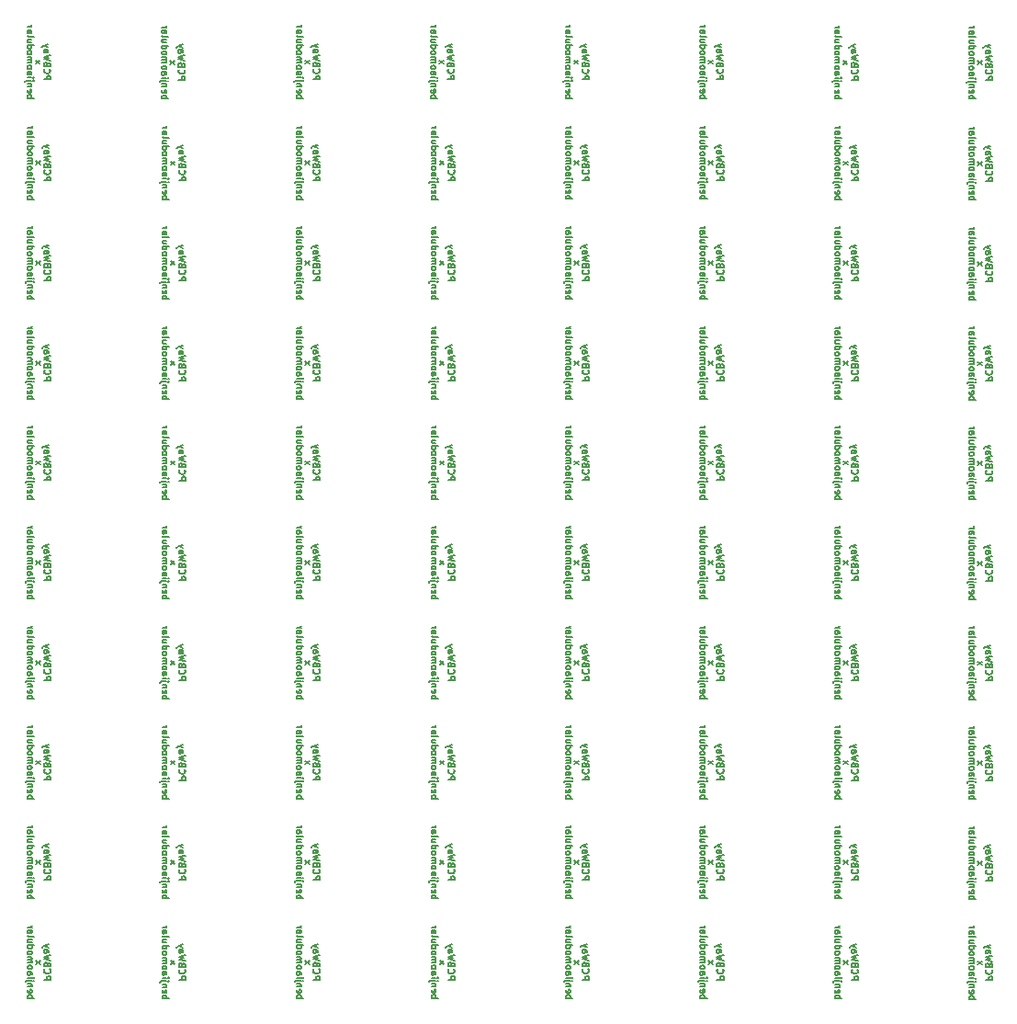
<source format=gbr>
%TF.GenerationSoftware,KiCad,Pcbnew,6.0.11+dfsg-1~bpo11+1*%
%TF.CreationDate,2023-03-06T17:28:23+08:00*%
%TF.ProjectId,sot2dip - panel,736f7432-6469-4702-902d-2070616e656c,rev?*%
%TF.SameCoordinates,Original*%
%TF.FileFunction,Legend,Bot*%
%TF.FilePolarity,Positive*%
%FSLAX46Y46*%
G04 Gerber Fmt 4.6, Leading zero omitted, Abs format (unit mm)*
G04 Created by KiCad (PCBNEW 6.0.11+dfsg-1~bpo11+1) date 2023-03-06 17:28:23*
%MOMM*%
%LPD*%
G01*
G04 APERTURE LIST*
%ADD10C,0.150000*%
G04 APERTURE END LIST*
D10*
X146860571Y-146532285D02*
X147460571Y-146532285D01*
X147232000Y-146532285D02*
X147260571Y-146475142D01*
X147260571Y-146360857D01*
X147232000Y-146303714D01*
X147203428Y-146275142D01*
X147146285Y-146246571D01*
X146974857Y-146246571D01*
X146917714Y-146275142D01*
X146889142Y-146303714D01*
X146860571Y-146360857D01*
X146860571Y-146475142D01*
X146889142Y-146532285D01*
X146889142Y-145760857D02*
X146860571Y-145818000D01*
X146860571Y-145932285D01*
X146889142Y-145989428D01*
X146946285Y-146018000D01*
X147174857Y-146018000D01*
X147232000Y-145989428D01*
X147260571Y-145932285D01*
X147260571Y-145818000D01*
X147232000Y-145760857D01*
X147174857Y-145732285D01*
X147117714Y-145732285D01*
X147060571Y-146018000D01*
X147260571Y-145475142D02*
X146860571Y-145475142D01*
X147203428Y-145475142D02*
X147232000Y-145446571D01*
X147260571Y-145389428D01*
X147260571Y-145303714D01*
X147232000Y-145246571D01*
X147174857Y-145218000D01*
X146860571Y-145218000D01*
X147260571Y-144932285D02*
X146746285Y-144932285D01*
X146689142Y-144960857D01*
X146660571Y-145018000D01*
X146660571Y-145046571D01*
X147460571Y-144932285D02*
X147432000Y-144960857D01*
X147403428Y-144932285D01*
X147432000Y-144903714D01*
X147460571Y-144932285D01*
X147403428Y-144932285D01*
X146860571Y-144646571D02*
X147260571Y-144646571D01*
X147460571Y-144646571D02*
X147432000Y-144675142D01*
X147403428Y-144646571D01*
X147432000Y-144618000D01*
X147460571Y-144646571D01*
X147403428Y-144646571D01*
X146860571Y-144103714D02*
X147174857Y-144103714D01*
X147232000Y-144132285D01*
X147260571Y-144189428D01*
X147260571Y-144303714D01*
X147232000Y-144360857D01*
X146889142Y-144103714D02*
X146860571Y-144160857D01*
X146860571Y-144303714D01*
X146889142Y-144360857D01*
X146946285Y-144389428D01*
X147003428Y-144389428D01*
X147060571Y-144360857D01*
X147089142Y-144303714D01*
X147089142Y-144160857D01*
X147117714Y-144103714D01*
X146860571Y-143732285D02*
X146889142Y-143789428D01*
X146917714Y-143818000D01*
X146974857Y-143846571D01*
X147146285Y-143846571D01*
X147203428Y-143818000D01*
X147232000Y-143789428D01*
X147260571Y-143732285D01*
X147260571Y-143646571D01*
X147232000Y-143589428D01*
X147203428Y-143560857D01*
X147146285Y-143532285D01*
X146974857Y-143532285D01*
X146917714Y-143560857D01*
X146889142Y-143589428D01*
X146860571Y-143646571D01*
X146860571Y-143732285D01*
X146860571Y-143275142D02*
X147260571Y-143275142D01*
X147203428Y-143275142D02*
X147232000Y-143246571D01*
X147260571Y-143189428D01*
X147260571Y-143103714D01*
X147232000Y-143046571D01*
X147174857Y-143018000D01*
X146860571Y-143018000D01*
X147174857Y-143018000D02*
X147232000Y-142989428D01*
X147260571Y-142932285D01*
X147260571Y-142846571D01*
X147232000Y-142789428D01*
X147174857Y-142760857D01*
X146860571Y-142760857D01*
X146860571Y-142389428D02*
X146889142Y-142446571D01*
X146917714Y-142475142D01*
X146974857Y-142503714D01*
X147146285Y-142503714D01*
X147203428Y-142475142D01*
X147232000Y-142446571D01*
X147260571Y-142389428D01*
X147260571Y-142303714D01*
X147232000Y-142246571D01*
X147203428Y-142218000D01*
X147146285Y-142189428D01*
X146974857Y-142189428D01*
X146917714Y-142218000D01*
X146889142Y-142246571D01*
X146860571Y-142303714D01*
X146860571Y-142389428D01*
X146860571Y-141675142D02*
X147460571Y-141675142D01*
X146889142Y-141675142D02*
X146860571Y-141732285D01*
X146860571Y-141846571D01*
X146889142Y-141903714D01*
X146917714Y-141932285D01*
X146974857Y-141960857D01*
X147146285Y-141960857D01*
X147203428Y-141932285D01*
X147232000Y-141903714D01*
X147260571Y-141846571D01*
X147260571Y-141732285D01*
X147232000Y-141675142D01*
X147260571Y-141132285D02*
X146860571Y-141132285D01*
X147260571Y-141389428D02*
X146946285Y-141389428D01*
X146889142Y-141360857D01*
X146860571Y-141303714D01*
X146860571Y-141218000D01*
X146889142Y-141160857D01*
X146917714Y-141132285D01*
X146860571Y-140760857D02*
X146889142Y-140818000D01*
X146946285Y-140846571D01*
X147460571Y-140846571D01*
X146860571Y-140275142D02*
X147174857Y-140275142D01*
X147232000Y-140303714D01*
X147260571Y-140360857D01*
X147260571Y-140475142D01*
X147232000Y-140532285D01*
X146889142Y-140275142D02*
X146860571Y-140332285D01*
X146860571Y-140475142D01*
X146889142Y-140532285D01*
X146946285Y-140560857D01*
X147003428Y-140560857D01*
X147060571Y-140532285D01*
X147089142Y-140475142D01*
X147089142Y-140332285D01*
X147117714Y-140275142D01*
X146860571Y-139989428D02*
X147260571Y-139989428D01*
X147146285Y-139989428D02*
X147203428Y-139960857D01*
X147232000Y-139932285D01*
X147260571Y-139875142D01*
X147260571Y-139818000D01*
X159260571Y-137330285D02*
X159860571Y-137330285D01*
X159632000Y-137330285D02*
X159660571Y-137273142D01*
X159660571Y-137158857D01*
X159632000Y-137101714D01*
X159603428Y-137073142D01*
X159546285Y-137044571D01*
X159374857Y-137044571D01*
X159317714Y-137073142D01*
X159289142Y-137101714D01*
X159260571Y-137158857D01*
X159260571Y-137273142D01*
X159289142Y-137330285D01*
X159289142Y-136558857D02*
X159260571Y-136616000D01*
X159260571Y-136730285D01*
X159289142Y-136787428D01*
X159346285Y-136816000D01*
X159574857Y-136816000D01*
X159632000Y-136787428D01*
X159660571Y-136730285D01*
X159660571Y-136616000D01*
X159632000Y-136558857D01*
X159574857Y-136530285D01*
X159517714Y-136530285D01*
X159460571Y-136816000D01*
X159660571Y-136273142D02*
X159260571Y-136273142D01*
X159603428Y-136273142D02*
X159632000Y-136244571D01*
X159660571Y-136187428D01*
X159660571Y-136101714D01*
X159632000Y-136044571D01*
X159574857Y-136016000D01*
X159260571Y-136016000D01*
X159660571Y-135730285D02*
X159146285Y-135730285D01*
X159089142Y-135758857D01*
X159060571Y-135816000D01*
X159060571Y-135844571D01*
X159860571Y-135730285D02*
X159832000Y-135758857D01*
X159803428Y-135730285D01*
X159832000Y-135701714D01*
X159860571Y-135730285D01*
X159803428Y-135730285D01*
X159260571Y-135444571D02*
X159660571Y-135444571D01*
X159860571Y-135444571D02*
X159832000Y-135473142D01*
X159803428Y-135444571D01*
X159832000Y-135416000D01*
X159860571Y-135444571D01*
X159803428Y-135444571D01*
X159260571Y-134901714D02*
X159574857Y-134901714D01*
X159632000Y-134930285D01*
X159660571Y-134987428D01*
X159660571Y-135101714D01*
X159632000Y-135158857D01*
X159289142Y-134901714D02*
X159260571Y-134958857D01*
X159260571Y-135101714D01*
X159289142Y-135158857D01*
X159346285Y-135187428D01*
X159403428Y-135187428D01*
X159460571Y-135158857D01*
X159489142Y-135101714D01*
X159489142Y-134958857D01*
X159517714Y-134901714D01*
X159260571Y-134530285D02*
X159289142Y-134587428D01*
X159317714Y-134616000D01*
X159374857Y-134644571D01*
X159546285Y-134644571D01*
X159603428Y-134616000D01*
X159632000Y-134587428D01*
X159660571Y-134530285D01*
X159660571Y-134444571D01*
X159632000Y-134387428D01*
X159603428Y-134358857D01*
X159546285Y-134330285D01*
X159374857Y-134330285D01*
X159317714Y-134358857D01*
X159289142Y-134387428D01*
X159260571Y-134444571D01*
X159260571Y-134530285D01*
X159260571Y-134073142D02*
X159660571Y-134073142D01*
X159603428Y-134073142D02*
X159632000Y-134044571D01*
X159660571Y-133987428D01*
X159660571Y-133901714D01*
X159632000Y-133844571D01*
X159574857Y-133816000D01*
X159260571Y-133816000D01*
X159574857Y-133816000D02*
X159632000Y-133787428D01*
X159660571Y-133730285D01*
X159660571Y-133644571D01*
X159632000Y-133587428D01*
X159574857Y-133558857D01*
X159260571Y-133558857D01*
X159260571Y-133187428D02*
X159289142Y-133244571D01*
X159317714Y-133273142D01*
X159374857Y-133301714D01*
X159546285Y-133301714D01*
X159603428Y-133273142D01*
X159632000Y-133244571D01*
X159660571Y-133187428D01*
X159660571Y-133101714D01*
X159632000Y-133044571D01*
X159603428Y-133016000D01*
X159546285Y-132987428D01*
X159374857Y-132987428D01*
X159317714Y-133016000D01*
X159289142Y-133044571D01*
X159260571Y-133101714D01*
X159260571Y-133187428D01*
X159260571Y-132473142D02*
X159860571Y-132473142D01*
X159289142Y-132473142D02*
X159260571Y-132530285D01*
X159260571Y-132644571D01*
X159289142Y-132701714D01*
X159317714Y-132730285D01*
X159374857Y-132758857D01*
X159546285Y-132758857D01*
X159603428Y-132730285D01*
X159632000Y-132701714D01*
X159660571Y-132644571D01*
X159660571Y-132530285D01*
X159632000Y-132473142D01*
X159660571Y-131930285D02*
X159260571Y-131930285D01*
X159660571Y-132187428D02*
X159346285Y-132187428D01*
X159289142Y-132158857D01*
X159260571Y-132101714D01*
X159260571Y-132016000D01*
X159289142Y-131958857D01*
X159317714Y-131930285D01*
X159260571Y-131558857D02*
X159289142Y-131616000D01*
X159346285Y-131644571D01*
X159860571Y-131644571D01*
X159260571Y-131073142D02*
X159574857Y-131073142D01*
X159632000Y-131101714D01*
X159660571Y-131158857D01*
X159660571Y-131273142D01*
X159632000Y-131330285D01*
X159289142Y-131073142D02*
X159260571Y-131130285D01*
X159260571Y-131273142D01*
X159289142Y-131330285D01*
X159346285Y-131358857D01*
X159403428Y-131358857D01*
X159460571Y-131330285D01*
X159489142Y-131273142D01*
X159489142Y-131130285D01*
X159517714Y-131073142D01*
X159260571Y-130787428D02*
X159660571Y-130787428D01*
X159546285Y-130787428D02*
X159603428Y-130758857D01*
X159632000Y-130730285D01*
X159660571Y-130673142D01*
X159660571Y-130616000D01*
X173184571Y-117216000D02*
X173784571Y-117216000D01*
X173784571Y-116987428D01*
X173756000Y-116930285D01*
X173727428Y-116901714D01*
X173670285Y-116873142D01*
X173584571Y-116873142D01*
X173527428Y-116901714D01*
X173498857Y-116930285D01*
X173470285Y-116987428D01*
X173470285Y-117216000D01*
X173241714Y-116273142D02*
X173213142Y-116301714D01*
X173184571Y-116387428D01*
X173184571Y-116444571D01*
X173213142Y-116530285D01*
X173270285Y-116587428D01*
X173327428Y-116616000D01*
X173441714Y-116644571D01*
X173527428Y-116644571D01*
X173641714Y-116616000D01*
X173698857Y-116587428D01*
X173756000Y-116530285D01*
X173784571Y-116444571D01*
X173784571Y-116387428D01*
X173756000Y-116301714D01*
X173727428Y-116273142D01*
X173498857Y-115816000D02*
X173470285Y-115730285D01*
X173441714Y-115701714D01*
X173384571Y-115673142D01*
X173298857Y-115673142D01*
X173241714Y-115701714D01*
X173213142Y-115730285D01*
X173184571Y-115787428D01*
X173184571Y-116016000D01*
X173784571Y-116016000D01*
X173784571Y-115816000D01*
X173756000Y-115758857D01*
X173727428Y-115730285D01*
X173670285Y-115701714D01*
X173613142Y-115701714D01*
X173556000Y-115730285D01*
X173527428Y-115758857D01*
X173498857Y-115816000D01*
X173498857Y-116016000D01*
X173784571Y-115473142D02*
X173184571Y-115330285D01*
X173613142Y-115216000D01*
X173184571Y-115101714D01*
X173784571Y-114958857D01*
X173184571Y-114473142D02*
X173498857Y-114473142D01*
X173556000Y-114501714D01*
X173584571Y-114558857D01*
X173584571Y-114673142D01*
X173556000Y-114730285D01*
X173213142Y-114473142D02*
X173184571Y-114530285D01*
X173184571Y-114673142D01*
X173213142Y-114730285D01*
X173270285Y-114758857D01*
X173327428Y-114758857D01*
X173384571Y-114730285D01*
X173413142Y-114673142D01*
X173413142Y-114530285D01*
X173441714Y-114473142D01*
X173584571Y-114244571D02*
X173184571Y-114101714D01*
X173584571Y-113958857D02*
X173184571Y-114101714D01*
X173041714Y-114158857D01*
X173013142Y-114187428D01*
X172984571Y-114244571D01*
X135984571Y-108006000D02*
X136584571Y-108006000D01*
X136584571Y-107777428D01*
X136556000Y-107720285D01*
X136527428Y-107691714D01*
X136470285Y-107663142D01*
X136384571Y-107663142D01*
X136327428Y-107691714D01*
X136298857Y-107720285D01*
X136270285Y-107777428D01*
X136270285Y-108006000D01*
X136041714Y-107063142D02*
X136013142Y-107091714D01*
X135984571Y-107177428D01*
X135984571Y-107234571D01*
X136013142Y-107320285D01*
X136070285Y-107377428D01*
X136127428Y-107406000D01*
X136241714Y-107434571D01*
X136327428Y-107434571D01*
X136441714Y-107406000D01*
X136498857Y-107377428D01*
X136556000Y-107320285D01*
X136584571Y-107234571D01*
X136584571Y-107177428D01*
X136556000Y-107091714D01*
X136527428Y-107063142D01*
X136298857Y-106606000D02*
X136270285Y-106520285D01*
X136241714Y-106491714D01*
X136184571Y-106463142D01*
X136098857Y-106463142D01*
X136041714Y-106491714D01*
X136013142Y-106520285D01*
X135984571Y-106577428D01*
X135984571Y-106806000D01*
X136584571Y-106806000D01*
X136584571Y-106606000D01*
X136556000Y-106548857D01*
X136527428Y-106520285D01*
X136470285Y-106491714D01*
X136413142Y-106491714D01*
X136356000Y-106520285D01*
X136327428Y-106548857D01*
X136298857Y-106606000D01*
X136298857Y-106806000D01*
X136584571Y-106263142D02*
X135984571Y-106120285D01*
X136413142Y-106006000D01*
X135984571Y-105891714D01*
X136584571Y-105748857D01*
X135984571Y-105263142D02*
X136298857Y-105263142D01*
X136356000Y-105291714D01*
X136384571Y-105348857D01*
X136384571Y-105463142D01*
X136356000Y-105520285D01*
X136013142Y-105263142D02*
X135984571Y-105320285D01*
X135984571Y-105463142D01*
X136013142Y-105520285D01*
X136070285Y-105548857D01*
X136127428Y-105548857D01*
X136184571Y-105520285D01*
X136213142Y-105463142D01*
X136213142Y-105320285D01*
X136241714Y-105263142D01*
X136384571Y-105034571D02*
X135984571Y-104891714D01*
X136384571Y-104748857D02*
X135984571Y-104891714D01*
X135841714Y-104948857D01*
X135813142Y-104977428D01*
X135784571Y-105034571D01*
X197203571Y-115836142D02*
X197603571Y-115521857D01*
X197603571Y-115836142D02*
X197203571Y-115521857D01*
X185584571Y-108026000D02*
X186184571Y-108026000D01*
X186184571Y-107797428D01*
X186156000Y-107740285D01*
X186127428Y-107711714D01*
X186070285Y-107683142D01*
X185984571Y-107683142D01*
X185927428Y-107711714D01*
X185898857Y-107740285D01*
X185870285Y-107797428D01*
X185870285Y-108026000D01*
X185641714Y-107083142D02*
X185613142Y-107111714D01*
X185584571Y-107197428D01*
X185584571Y-107254571D01*
X185613142Y-107340285D01*
X185670285Y-107397428D01*
X185727428Y-107426000D01*
X185841714Y-107454571D01*
X185927428Y-107454571D01*
X186041714Y-107426000D01*
X186098857Y-107397428D01*
X186156000Y-107340285D01*
X186184571Y-107254571D01*
X186184571Y-107197428D01*
X186156000Y-107111714D01*
X186127428Y-107083142D01*
X185898857Y-106626000D02*
X185870285Y-106540285D01*
X185841714Y-106511714D01*
X185784571Y-106483142D01*
X185698857Y-106483142D01*
X185641714Y-106511714D01*
X185613142Y-106540285D01*
X185584571Y-106597428D01*
X185584571Y-106826000D01*
X186184571Y-106826000D01*
X186184571Y-106626000D01*
X186156000Y-106568857D01*
X186127428Y-106540285D01*
X186070285Y-106511714D01*
X186013142Y-106511714D01*
X185956000Y-106540285D01*
X185927428Y-106568857D01*
X185898857Y-106626000D01*
X185898857Y-106826000D01*
X186184571Y-106283142D02*
X185584571Y-106140285D01*
X186013142Y-106026000D01*
X185584571Y-105911714D01*
X186184571Y-105768857D01*
X185584571Y-105283142D02*
X185898857Y-105283142D01*
X185956000Y-105311714D01*
X185984571Y-105368857D01*
X185984571Y-105483142D01*
X185956000Y-105540285D01*
X185613142Y-105283142D02*
X185584571Y-105340285D01*
X185584571Y-105483142D01*
X185613142Y-105540285D01*
X185670285Y-105568857D01*
X185727428Y-105568857D01*
X185784571Y-105540285D01*
X185813142Y-105483142D01*
X185813142Y-105340285D01*
X185841714Y-105283142D01*
X185984571Y-105054571D02*
X185584571Y-104911714D01*
X185984571Y-104768857D02*
X185584571Y-104911714D01*
X185441714Y-104968857D01*
X185413142Y-104997428D01*
X185384571Y-105054571D01*
X160784571Y-126416000D02*
X161384571Y-126416000D01*
X161384571Y-126187428D01*
X161356000Y-126130285D01*
X161327428Y-126101714D01*
X161270285Y-126073142D01*
X161184571Y-126073142D01*
X161127428Y-126101714D01*
X161098857Y-126130285D01*
X161070285Y-126187428D01*
X161070285Y-126416000D01*
X160841714Y-125473142D02*
X160813142Y-125501714D01*
X160784571Y-125587428D01*
X160784571Y-125644571D01*
X160813142Y-125730285D01*
X160870285Y-125787428D01*
X160927428Y-125816000D01*
X161041714Y-125844571D01*
X161127428Y-125844571D01*
X161241714Y-125816000D01*
X161298857Y-125787428D01*
X161356000Y-125730285D01*
X161384571Y-125644571D01*
X161384571Y-125587428D01*
X161356000Y-125501714D01*
X161327428Y-125473142D01*
X161098857Y-125016000D02*
X161070285Y-124930285D01*
X161041714Y-124901714D01*
X160984571Y-124873142D01*
X160898857Y-124873142D01*
X160841714Y-124901714D01*
X160813142Y-124930285D01*
X160784571Y-124987428D01*
X160784571Y-125216000D01*
X161384571Y-125216000D01*
X161384571Y-125016000D01*
X161356000Y-124958857D01*
X161327428Y-124930285D01*
X161270285Y-124901714D01*
X161213142Y-124901714D01*
X161156000Y-124930285D01*
X161127428Y-124958857D01*
X161098857Y-125016000D01*
X161098857Y-125216000D01*
X161384571Y-124673142D02*
X160784571Y-124530285D01*
X161213142Y-124416000D01*
X160784571Y-124301714D01*
X161384571Y-124158857D01*
X160784571Y-123673142D02*
X161098857Y-123673142D01*
X161156000Y-123701714D01*
X161184571Y-123758857D01*
X161184571Y-123873142D01*
X161156000Y-123930285D01*
X160813142Y-123673142D02*
X160784571Y-123730285D01*
X160784571Y-123873142D01*
X160813142Y-123930285D01*
X160870285Y-123958857D01*
X160927428Y-123958857D01*
X160984571Y-123930285D01*
X161013142Y-123873142D01*
X161013142Y-123730285D01*
X161041714Y-123673142D01*
X161184571Y-123444571D02*
X160784571Y-123301714D01*
X161184571Y-123158857D02*
X160784571Y-123301714D01*
X160641714Y-123358857D01*
X160613142Y-123387428D01*
X160584571Y-123444571D01*
X184060571Y-137352285D02*
X184660571Y-137352285D01*
X184432000Y-137352285D02*
X184460571Y-137295142D01*
X184460571Y-137180857D01*
X184432000Y-137123714D01*
X184403428Y-137095142D01*
X184346285Y-137066571D01*
X184174857Y-137066571D01*
X184117714Y-137095142D01*
X184089142Y-137123714D01*
X184060571Y-137180857D01*
X184060571Y-137295142D01*
X184089142Y-137352285D01*
X184089142Y-136580857D02*
X184060571Y-136638000D01*
X184060571Y-136752285D01*
X184089142Y-136809428D01*
X184146285Y-136838000D01*
X184374857Y-136838000D01*
X184432000Y-136809428D01*
X184460571Y-136752285D01*
X184460571Y-136638000D01*
X184432000Y-136580857D01*
X184374857Y-136552285D01*
X184317714Y-136552285D01*
X184260571Y-136838000D01*
X184460571Y-136295142D02*
X184060571Y-136295142D01*
X184403428Y-136295142D02*
X184432000Y-136266571D01*
X184460571Y-136209428D01*
X184460571Y-136123714D01*
X184432000Y-136066571D01*
X184374857Y-136038000D01*
X184060571Y-136038000D01*
X184460571Y-135752285D02*
X183946285Y-135752285D01*
X183889142Y-135780857D01*
X183860571Y-135838000D01*
X183860571Y-135866571D01*
X184660571Y-135752285D02*
X184632000Y-135780857D01*
X184603428Y-135752285D01*
X184632000Y-135723714D01*
X184660571Y-135752285D01*
X184603428Y-135752285D01*
X184060571Y-135466571D02*
X184460571Y-135466571D01*
X184660571Y-135466571D02*
X184632000Y-135495142D01*
X184603428Y-135466571D01*
X184632000Y-135438000D01*
X184660571Y-135466571D01*
X184603428Y-135466571D01*
X184060571Y-134923714D02*
X184374857Y-134923714D01*
X184432000Y-134952285D01*
X184460571Y-135009428D01*
X184460571Y-135123714D01*
X184432000Y-135180857D01*
X184089142Y-134923714D02*
X184060571Y-134980857D01*
X184060571Y-135123714D01*
X184089142Y-135180857D01*
X184146285Y-135209428D01*
X184203428Y-135209428D01*
X184260571Y-135180857D01*
X184289142Y-135123714D01*
X184289142Y-134980857D01*
X184317714Y-134923714D01*
X184060571Y-134552285D02*
X184089142Y-134609428D01*
X184117714Y-134638000D01*
X184174857Y-134666571D01*
X184346285Y-134666571D01*
X184403428Y-134638000D01*
X184432000Y-134609428D01*
X184460571Y-134552285D01*
X184460571Y-134466571D01*
X184432000Y-134409428D01*
X184403428Y-134380857D01*
X184346285Y-134352285D01*
X184174857Y-134352285D01*
X184117714Y-134380857D01*
X184089142Y-134409428D01*
X184060571Y-134466571D01*
X184060571Y-134552285D01*
X184060571Y-134095142D02*
X184460571Y-134095142D01*
X184403428Y-134095142D02*
X184432000Y-134066571D01*
X184460571Y-134009428D01*
X184460571Y-133923714D01*
X184432000Y-133866571D01*
X184374857Y-133838000D01*
X184060571Y-133838000D01*
X184374857Y-133838000D02*
X184432000Y-133809428D01*
X184460571Y-133752285D01*
X184460571Y-133666571D01*
X184432000Y-133609428D01*
X184374857Y-133580857D01*
X184060571Y-133580857D01*
X184060571Y-133209428D02*
X184089142Y-133266571D01*
X184117714Y-133295142D01*
X184174857Y-133323714D01*
X184346285Y-133323714D01*
X184403428Y-133295142D01*
X184432000Y-133266571D01*
X184460571Y-133209428D01*
X184460571Y-133123714D01*
X184432000Y-133066571D01*
X184403428Y-133038000D01*
X184346285Y-133009428D01*
X184174857Y-133009428D01*
X184117714Y-133038000D01*
X184089142Y-133066571D01*
X184060571Y-133123714D01*
X184060571Y-133209428D01*
X184060571Y-132495142D02*
X184660571Y-132495142D01*
X184089142Y-132495142D02*
X184060571Y-132552285D01*
X184060571Y-132666571D01*
X184089142Y-132723714D01*
X184117714Y-132752285D01*
X184174857Y-132780857D01*
X184346285Y-132780857D01*
X184403428Y-132752285D01*
X184432000Y-132723714D01*
X184460571Y-132666571D01*
X184460571Y-132552285D01*
X184432000Y-132495142D01*
X184460571Y-131952285D02*
X184060571Y-131952285D01*
X184460571Y-132209428D02*
X184146285Y-132209428D01*
X184089142Y-132180857D01*
X184060571Y-132123714D01*
X184060571Y-132038000D01*
X184089142Y-131980857D01*
X184117714Y-131952285D01*
X184060571Y-131580857D02*
X184089142Y-131638000D01*
X184146285Y-131666571D01*
X184660571Y-131666571D01*
X184060571Y-131095142D02*
X184374857Y-131095142D01*
X184432000Y-131123714D01*
X184460571Y-131180857D01*
X184460571Y-131295142D01*
X184432000Y-131352285D01*
X184089142Y-131095142D02*
X184060571Y-131152285D01*
X184060571Y-131295142D01*
X184089142Y-131352285D01*
X184146285Y-131380857D01*
X184203428Y-131380857D01*
X184260571Y-131352285D01*
X184289142Y-131295142D01*
X184289142Y-131152285D01*
X184317714Y-131095142D01*
X184060571Y-130809428D02*
X184460571Y-130809428D01*
X184346285Y-130809428D02*
X184403428Y-130780857D01*
X184432000Y-130752285D01*
X184460571Y-130695142D01*
X184460571Y-130638000D01*
X197203571Y-88246142D02*
X197603571Y-87931857D01*
X197603571Y-88246142D02*
X197203571Y-87931857D01*
X122060571Y-118952285D02*
X122660571Y-118952285D01*
X122432000Y-118952285D02*
X122460571Y-118895142D01*
X122460571Y-118780857D01*
X122432000Y-118723714D01*
X122403428Y-118695142D01*
X122346285Y-118666571D01*
X122174857Y-118666571D01*
X122117714Y-118695142D01*
X122089142Y-118723714D01*
X122060571Y-118780857D01*
X122060571Y-118895142D01*
X122089142Y-118952285D01*
X122089142Y-118180857D02*
X122060571Y-118238000D01*
X122060571Y-118352285D01*
X122089142Y-118409428D01*
X122146285Y-118438000D01*
X122374857Y-118438000D01*
X122432000Y-118409428D01*
X122460571Y-118352285D01*
X122460571Y-118238000D01*
X122432000Y-118180857D01*
X122374857Y-118152285D01*
X122317714Y-118152285D01*
X122260571Y-118438000D01*
X122460571Y-117895142D02*
X122060571Y-117895142D01*
X122403428Y-117895142D02*
X122432000Y-117866571D01*
X122460571Y-117809428D01*
X122460571Y-117723714D01*
X122432000Y-117666571D01*
X122374857Y-117638000D01*
X122060571Y-117638000D01*
X122460571Y-117352285D02*
X121946285Y-117352285D01*
X121889142Y-117380857D01*
X121860571Y-117438000D01*
X121860571Y-117466571D01*
X122660571Y-117352285D02*
X122632000Y-117380857D01*
X122603428Y-117352285D01*
X122632000Y-117323714D01*
X122660571Y-117352285D01*
X122603428Y-117352285D01*
X122060571Y-117066571D02*
X122460571Y-117066571D01*
X122660571Y-117066571D02*
X122632000Y-117095142D01*
X122603428Y-117066571D01*
X122632000Y-117038000D01*
X122660571Y-117066571D01*
X122603428Y-117066571D01*
X122060571Y-116523714D02*
X122374857Y-116523714D01*
X122432000Y-116552285D01*
X122460571Y-116609428D01*
X122460571Y-116723714D01*
X122432000Y-116780857D01*
X122089142Y-116523714D02*
X122060571Y-116580857D01*
X122060571Y-116723714D01*
X122089142Y-116780857D01*
X122146285Y-116809428D01*
X122203428Y-116809428D01*
X122260571Y-116780857D01*
X122289142Y-116723714D01*
X122289142Y-116580857D01*
X122317714Y-116523714D01*
X122060571Y-116152285D02*
X122089142Y-116209428D01*
X122117714Y-116238000D01*
X122174857Y-116266571D01*
X122346285Y-116266571D01*
X122403428Y-116238000D01*
X122432000Y-116209428D01*
X122460571Y-116152285D01*
X122460571Y-116066571D01*
X122432000Y-116009428D01*
X122403428Y-115980857D01*
X122346285Y-115952285D01*
X122174857Y-115952285D01*
X122117714Y-115980857D01*
X122089142Y-116009428D01*
X122060571Y-116066571D01*
X122060571Y-116152285D01*
X122060571Y-115695142D02*
X122460571Y-115695142D01*
X122403428Y-115695142D02*
X122432000Y-115666571D01*
X122460571Y-115609428D01*
X122460571Y-115523714D01*
X122432000Y-115466571D01*
X122374857Y-115438000D01*
X122060571Y-115438000D01*
X122374857Y-115438000D02*
X122432000Y-115409428D01*
X122460571Y-115352285D01*
X122460571Y-115266571D01*
X122432000Y-115209428D01*
X122374857Y-115180857D01*
X122060571Y-115180857D01*
X122060571Y-114809428D02*
X122089142Y-114866571D01*
X122117714Y-114895142D01*
X122174857Y-114923714D01*
X122346285Y-114923714D01*
X122403428Y-114895142D01*
X122432000Y-114866571D01*
X122460571Y-114809428D01*
X122460571Y-114723714D01*
X122432000Y-114666571D01*
X122403428Y-114638000D01*
X122346285Y-114609428D01*
X122174857Y-114609428D01*
X122117714Y-114638000D01*
X122089142Y-114666571D01*
X122060571Y-114723714D01*
X122060571Y-114809428D01*
X122060571Y-114095142D02*
X122660571Y-114095142D01*
X122089142Y-114095142D02*
X122060571Y-114152285D01*
X122060571Y-114266571D01*
X122089142Y-114323714D01*
X122117714Y-114352285D01*
X122174857Y-114380857D01*
X122346285Y-114380857D01*
X122403428Y-114352285D01*
X122432000Y-114323714D01*
X122460571Y-114266571D01*
X122460571Y-114152285D01*
X122432000Y-114095142D01*
X122460571Y-113552285D02*
X122060571Y-113552285D01*
X122460571Y-113809428D02*
X122146285Y-113809428D01*
X122089142Y-113780857D01*
X122060571Y-113723714D01*
X122060571Y-113638000D01*
X122089142Y-113580857D01*
X122117714Y-113552285D01*
X122060571Y-113180857D02*
X122089142Y-113238000D01*
X122146285Y-113266571D01*
X122660571Y-113266571D01*
X122060571Y-112695142D02*
X122374857Y-112695142D01*
X122432000Y-112723714D01*
X122460571Y-112780857D01*
X122460571Y-112895142D01*
X122432000Y-112952285D01*
X122089142Y-112695142D02*
X122060571Y-112752285D01*
X122060571Y-112895142D01*
X122089142Y-112952285D01*
X122146285Y-112980857D01*
X122203428Y-112980857D01*
X122260571Y-112952285D01*
X122289142Y-112895142D01*
X122289142Y-112752285D01*
X122317714Y-112695142D01*
X122060571Y-112409428D02*
X122460571Y-112409428D01*
X122346285Y-112409428D02*
X122403428Y-112380857D01*
X122432000Y-112352285D01*
X122460571Y-112295142D01*
X122460571Y-112238000D01*
X160784571Y-80416000D02*
X161384571Y-80416000D01*
X161384571Y-80187428D01*
X161356000Y-80130285D01*
X161327428Y-80101714D01*
X161270285Y-80073142D01*
X161184571Y-80073142D01*
X161127428Y-80101714D01*
X161098857Y-80130285D01*
X161070285Y-80187428D01*
X161070285Y-80416000D01*
X160841714Y-79473142D02*
X160813142Y-79501714D01*
X160784571Y-79587428D01*
X160784571Y-79644571D01*
X160813142Y-79730285D01*
X160870285Y-79787428D01*
X160927428Y-79816000D01*
X161041714Y-79844571D01*
X161127428Y-79844571D01*
X161241714Y-79816000D01*
X161298857Y-79787428D01*
X161356000Y-79730285D01*
X161384571Y-79644571D01*
X161384571Y-79587428D01*
X161356000Y-79501714D01*
X161327428Y-79473142D01*
X161098857Y-79016000D02*
X161070285Y-78930285D01*
X161041714Y-78901714D01*
X160984571Y-78873142D01*
X160898857Y-78873142D01*
X160841714Y-78901714D01*
X160813142Y-78930285D01*
X160784571Y-78987428D01*
X160784571Y-79216000D01*
X161384571Y-79216000D01*
X161384571Y-79016000D01*
X161356000Y-78958857D01*
X161327428Y-78930285D01*
X161270285Y-78901714D01*
X161213142Y-78901714D01*
X161156000Y-78930285D01*
X161127428Y-78958857D01*
X161098857Y-79016000D01*
X161098857Y-79216000D01*
X161384571Y-78673142D02*
X160784571Y-78530285D01*
X161213142Y-78416000D01*
X160784571Y-78301714D01*
X161384571Y-78158857D01*
X160784571Y-77673142D02*
X161098857Y-77673142D01*
X161156000Y-77701714D01*
X161184571Y-77758857D01*
X161184571Y-77873142D01*
X161156000Y-77930285D01*
X160813142Y-77673142D02*
X160784571Y-77730285D01*
X160784571Y-77873142D01*
X160813142Y-77930285D01*
X160870285Y-77958857D01*
X160927428Y-77958857D01*
X160984571Y-77930285D01*
X161013142Y-77873142D01*
X161013142Y-77730285D01*
X161041714Y-77673142D01*
X161184571Y-77444571D02*
X160784571Y-77301714D01*
X161184571Y-77158857D02*
X160784571Y-77301714D01*
X160641714Y-77358857D01*
X160613142Y-77387428D01*
X160584571Y-77444571D01*
X196441571Y-91403285D02*
X197041571Y-91403285D01*
X196813000Y-91403285D02*
X196841571Y-91346142D01*
X196841571Y-91231857D01*
X196813000Y-91174714D01*
X196784428Y-91146142D01*
X196727285Y-91117571D01*
X196555857Y-91117571D01*
X196498714Y-91146142D01*
X196470142Y-91174714D01*
X196441571Y-91231857D01*
X196441571Y-91346142D01*
X196470142Y-91403285D01*
X196470142Y-90631857D02*
X196441571Y-90689000D01*
X196441571Y-90803285D01*
X196470142Y-90860428D01*
X196527285Y-90889000D01*
X196755857Y-90889000D01*
X196813000Y-90860428D01*
X196841571Y-90803285D01*
X196841571Y-90689000D01*
X196813000Y-90631857D01*
X196755857Y-90603285D01*
X196698714Y-90603285D01*
X196641571Y-90889000D01*
X196841571Y-90346142D02*
X196441571Y-90346142D01*
X196784428Y-90346142D02*
X196813000Y-90317571D01*
X196841571Y-90260428D01*
X196841571Y-90174714D01*
X196813000Y-90117571D01*
X196755857Y-90089000D01*
X196441571Y-90089000D01*
X196841571Y-89803285D02*
X196327285Y-89803285D01*
X196270142Y-89831857D01*
X196241571Y-89889000D01*
X196241571Y-89917571D01*
X197041571Y-89803285D02*
X197013000Y-89831857D01*
X196984428Y-89803285D01*
X197013000Y-89774714D01*
X197041571Y-89803285D01*
X196984428Y-89803285D01*
X196441571Y-89517571D02*
X196841571Y-89517571D01*
X197041571Y-89517571D02*
X197013000Y-89546142D01*
X196984428Y-89517571D01*
X197013000Y-89489000D01*
X197041571Y-89517571D01*
X196984428Y-89517571D01*
X196441571Y-88974714D02*
X196755857Y-88974714D01*
X196813000Y-89003285D01*
X196841571Y-89060428D01*
X196841571Y-89174714D01*
X196813000Y-89231857D01*
X196470142Y-88974714D02*
X196441571Y-89031857D01*
X196441571Y-89174714D01*
X196470142Y-89231857D01*
X196527285Y-89260428D01*
X196584428Y-89260428D01*
X196641571Y-89231857D01*
X196670142Y-89174714D01*
X196670142Y-89031857D01*
X196698714Y-88974714D01*
X196441571Y-88603285D02*
X196470142Y-88660428D01*
X196498714Y-88689000D01*
X196555857Y-88717571D01*
X196727285Y-88717571D01*
X196784428Y-88689000D01*
X196813000Y-88660428D01*
X196841571Y-88603285D01*
X196841571Y-88517571D01*
X196813000Y-88460428D01*
X196784428Y-88431857D01*
X196727285Y-88403285D01*
X196555857Y-88403285D01*
X196498714Y-88431857D01*
X196470142Y-88460428D01*
X196441571Y-88517571D01*
X196441571Y-88603285D01*
X196441571Y-88146142D02*
X196841571Y-88146142D01*
X196784428Y-88146142D02*
X196813000Y-88117571D01*
X196841571Y-88060428D01*
X196841571Y-87974714D01*
X196813000Y-87917571D01*
X196755857Y-87889000D01*
X196441571Y-87889000D01*
X196755857Y-87889000D02*
X196813000Y-87860428D01*
X196841571Y-87803285D01*
X196841571Y-87717571D01*
X196813000Y-87660428D01*
X196755857Y-87631857D01*
X196441571Y-87631857D01*
X196441571Y-87260428D02*
X196470142Y-87317571D01*
X196498714Y-87346142D01*
X196555857Y-87374714D01*
X196727285Y-87374714D01*
X196784428Y-87346142D01*
X196813000Y-87317571D01*
X196841571Y-87260428D01*
X196841571Y-87174714D01*
X196813000Y-87117571D01*
X196784428Y-87089000D01*
X196727285Y-87060428D01*
X196555857Y-87060428D01*
X196498714Y-87089000D01*
X196470142Y-87117571D01*
X196441571Y-87174714D01*
X196441571Y-87260428D01*
X196441571Y-86546142D02*
X197041571Y-86546142D01*
X196470142Y-86546142D02*
X196441571Y-86603285D01*
X196441571Y-86717571D01*
X196470142Y-86774714D01*
X196498714Y-86803285D01*
X196555857Y-86831857D01*
X196727285Y-86831857D01*
X196784428Y-86803285D01*
X196813000Y-86774714D01*
X196841571Y-86717571D01*
X196841571Y-86603285D01*
X196813000Y-86546142D01*
X196841571Y-86003285D02*
X196441571Y-86003285D01*
X196841571Y-86260428D02*
X196527285Y-86260428D01*
X196470142Y-86231857D01*
X196441571Y-86174714D01*
X196441571Y-86089000D01*
X196470142Y-86031857D01*
X196498714Y-86003285D01*
X196441571Y-85631857D02*
X196470142Y-85689000D01*
X196527285Y-85717571D01*
X197041571Y-85717571D01*
X196441571Y-85146142D02*
X196755857Y-85146142D01*
X196813000Y-85174714D01*
X196841571Y-85231857D01*
X196841571Y-85346142D01*
X196813000Y-85403285D01*
X196470142Y-85146142D02*
X196441571Y-85203285D01*
X196441571Y-85346142D01*
X196470142Y-85403285D01*
X196527285Y-85431857D01*
X196584428Y-85431857D01*
X196641571Y-85403285D01*
X196670142Y-85346142D01*
X196670142Y-85203285D01*
X196698714Y-85146142D01*
X196441571Y-84860428D02*
X196841571Y-84860428D01*
X196727285Y-84860428D02*
X196784428Y-84831857D01*
X196813000Y-84803285D01*
X196841571Y-84746142D01*
X196841571Y-84689000D01*
X122060571Y-91362285D02*
X122660571Y-91362285D01*
X122432000Y-91362285D02*
X122460571Y-91305142D01*
X122460571Y-91190857D01*
X122432000Y-91133714D01*
X122403428Y-91105142D01*
X122346285Y-91076571D01*
X122174857Y-91076571D01*
X122117714Y-91105142D01*
X122089142Y-91133714D01*
X122060571Y-91190857D01*
X122060571Y-91305142D01*
X122089142Y-91362285D01*
X122089142Y-90590857D02*
X122060571Y-90648000D01*
X122060571Y-90762285D01*
X122089142Y-90819428D01*
X122146285Y-90848000D01*
X122374857Y-90848000D01*
X122432000Y-90819428D01*
X122460571Y-90762285D01*
X122460571Y-90648000D01*
X122432000Y-90590857D01*
X122374857Y-90562285D01*
X122317714Y-90562285D01*
X122260571Y-90848000D01*
X122460571Y-90305142D02*
X122060571Y-90305142D01*
X122403428Y-90305142D02*
X122432000Y-90276571D01*
X122460571Y-90219428D01*
X122460571Y-90133714D01*
X122432000Y-90076571D01*
X122374857Y-90048000D01*
X122060571Y-90048000D01*
X122460571Y-89762285D02*
X121946285Y-89762285D01*
X121889142Y-89790857D01*
X121860571Y-89848000D01*
X121860571Y-89876571D01*
X122660571Y-89762285D02*
X122632000Y-89790857D01*
X122603428Y-89762285D01*
X122632000Y-89733714D01*
X122660571Y-89762285D01*
X122603428Y-89762285D01*
X122060571Y-89476571D02*
X122460571Y-89476571D01*
X122660571Y-89476571D02*
X122632000Y-89505142D01*
X122603428Y-89476571D01*
X122632000Y-89448000D01*
X122660571Y-89476571D01*
X122603428Y-89476571D01*
X122060571Y-88933714D02*
X122374857Y-88933714D01*
X122432000Y-88962285D01*
X122460571Y-89019428D01*
X122460571Y-89133714D01*
X122432000Y-89190857D01*
X122089142Y-88933714D02*
X122060571Y-88990857D01*
X122060571Y-89133714D01*
X122089142Y-89190857D01*
X122146285Y-89219428D01*
X122203428Y-89219428D01*
X122260571Y-89190857D01*
X122289142Y-89133714D01*
X122289142Y-88990857D01*
X122317714Y-88933714D01*
X122060571Y-88562285D02*
X122089142Y-88619428D01*
X122117714Y-88648000D01*
X122174857Y-88676571D01*
X122346285Y-88676571D01*
X122403428Y-88648000D01*
X122432000Y-88619428D01*
X122460571Y-88562285D01*
X122460571Y-88476571D01*
X122432000Y-88419428D01*
X122403428Y-88390857D01*
X122346285Y-88362285D01*
X122174857Y-88362285D01*
X122117714Y-88390857D01*
X122089142Y-88419428D01*
X122060571Y-88476571D01*
X122060571Y-88562285D01*
X122060571Y-88105142D02*
X122460571Y-88105142D01*
X122403428Y-88105142D02*
X122432000Y-88076571D01*
X122460571Y-88019428D01*
X122460571Y-87933714D01*
X122432000Y-87876571D01*
X122374857Y-87848000D01*
X122060571Y-87848000D01*
X122374857Y-87848000D02*
X122432000Y-87819428D01*
X122460571Y-87762285D01*
X122460571Y-87676571D01*
X122432000Y-87619428D01*
X122374857Y-87590857D01*
X122060571Y-87590857D01*
X122060571Y-87219428D02*
X122089142Y-87276571D01*
X122117714Y-87305142D01*
X122174857Y-87333714D01*
X122346285Y-87333714D01*
X122403428Y-87305142D01*
X122432000Y-87276571D01*
X122460571Y-87219428D01*
X122460571Y-87133714D01*
X122432000Y-87076571D01*
X122403428Y-87048000D01*
X122346285Y-87019428D01*
X122174857Y-87019428D01*
X122117714Y-87048000D01*
X122089142Y-87076571D01*
X122060571Y-87133714D01*
X122060571Y-87219428D01*
X122060571Y-86505142D02*
X122660571Y-86505142D01*
X122089142Y-86505142D02*
X122060571Y-86562285D01*
X122060571Y-86676571D01*
X122089142Y-86733714D01*
X122117714Y-86762285D01*
X122174857Y-86790857D01*
X122346285Y-86790857D01*
X122403428Y-86762285D01*
X122432000Y-86733714D01*
X122460571Y-86676571D01*
X122460571Y-86562285D01*
X122432000Y-86505142D01*
X122460571Y-85962285D02*
X122060571Y-85962285D01*
X122460571Y-86219428D02*
X122146285Y-86219428D01*
X122089142Y-86190857D01*
X122060571Y-86133714D01*
X122060571Y-86048000D01*
X122089142Y-85990857D01*
X122117714Y-85962285D01*
X122060571Y-85590857D02*
X122089142Y-85648000D01*
X122146285Y-85676571D01*
X122660571Y-85676571D01*
X122060571Y-85105142D02*
X122374857Y-85105142D01*
X122432000Y-85133714D01*
X122460571Y-85190857D01*
X122460571Y-85305142D01*
X122432000Y-85362285D01*
X122089142Y-85105142D02*
X122060571Y-85162285D01*
X122060571Y-85305142D01*
X122089142Y-85362285D01*
X122146285Y-85390857D01*
X122203428Y-85390857D01*
X122260571Y-85362285D01*
X122289142Y-85305142D01*
X122289142Y-85162285D01*
X122317714Y-85105142D01*
X122060571Y-84819428D02*
X122460571Y-84819428D01*
X122346285Y-84819428D02*
X122403428Y-84790857D01*
X122432000Y-84762285D01*
X122460571Y-84705142D01*
X122460571Y-84648000D01*
X110400571Y-97373142D02*
X110800571Y-97058857D01*
X110800571Y-97373142D02*
X110400571Y-97058857D01*
X147622571Y-106563142D02*
X148022571Y-106248857D01*
X148022571Y-106563142D02*
X147622571Y-106248857D01*
X159238571Y-63630285D02*
X159838571Y-63630285D01*
X159610000Y-63630285D02*
X159638571Y-63573142D01*
X159638571Y-63458857D01*
X159610000Y-63401714D01*
X159581428Y-63373142D01*
X159524285Y-63344571D01*
X159352857Y-63344571D01*
X159295714Y-63373142D01*
X159267142Y-63401714D01*
X159238571Y-63458857D01*
X159238571Y-63573142D01*
X159267142Y-63630285D01*
X159267142Y-62858857D02*
X159238571Y-62916000D01*
X159238571Y-63030285D01*
X159267142Y-63087428D01*
X159324285Y-63116000D01*
X159552857Y-63116000D01*
X159610000Y-63087428D01*
X159638571Y-63030285D01*
X159638571Y-62916000D01*
X159610000Y-62858857D01*
X159552857Y-62830285D01*
X159495714Y-62830285D01*
X159438571Y-63116000D01*
X159638571Y-62573142D02*
X159238571Y-62573142D01*
X159581428Y-62573142D02*
X159610000Y-62544571D01*
X159638571Y-62487428D01*
X159638571Y-62401714D01*
X159610000Y-62344571D01*
X159552857Y-62316000D01*
X159238571Y-62316000D01*
X159638571Y-62030285D02*
X159124285Y-62030285D01*
X159067142Y-62058857D01*
X159038571Y-62116000D01*
X159038571Y-62144571D01*
X159838571Y-62030285D02*
X159810000Y-62058857D01*
X159781428Y-62030285D01*
X159810000Y-62001714D01*
X159838571Y-62030285D01*
X159781428Y-62030285D01*
X159238571Y-61744571D02*
X159638571Y-61744571D01*
X159838571Y-61744571D02*
X159810000Y-61773142D01*
X159781428Y-61744571D01*
X159810000Y-61716000D01*
X159838571Y-61744571D01*
X159781428Y-61744571D01*
X159238571Y-61201714D02*
X159552857Y-61201714D01*
X159610000Y-61230285D01*
X159638571Y-61287428D01*
X159638571Y-61401714D01*
X159610000Y-61458857D01*
X159267142Y-61201714D02*
X159238571Y-61258857D01*
X159238571Y-61401714D01*
X159267142Y-61458857D01*
X159324285Y-61487428D01*
X159381428Y-61487428D01*
X159438571Y-61458857D01*
X159467142Y-61401714D01*
X159467142Y-61258857D01*
X159495714Y-61201714D01*
X159238571Y-60830285D02*
X159267142Y-60887428D01*
X159295714Y-60916000D01*
X159352857Y-60944571D01*
X159524285Y-60944571D01*
X159581428Y-60916000D01*
X159610000Y-60887428D01*
X159638571Y-60830285D01*
X159638571Y-60744571D01*
X159610000Y-60687428D01*
X159581428Y-60658857D01*
X159524285Y-60630285D01*
X159352857Y-60630285D01*
X159295714Y-60658857D01*
X159267142Y-60687428D01*
X159238571Y-60744571D01*
X159238571Y-60830285D01*
X159238571Y-60373142D02*
X159638571Y-60373142D01*
X159581428Y-60373142D02*
X159610000Y-60344571D01*
X159638571Y-60287428D01*
X159638571Y-60201714D01*
X159610000Y-60144571D01*
X159552857Y-60116000D01*
X159238571Y-60116000D01*
X159552857Y-60116000D02*
X159610000Y-60087428D01*
X159638571Y-60030285D01*
X159638571Y-59944571D01*
X159610000Y-59887428D01*
X159552857Y-59858857D01*
X159238571Y-59858857D01*
X159238571Y-59487428D02*
X159267142Y-59544571D01*
X159295714Y-59573142D01*
X159352857Y-59601714D01*
X159524285Y-59601714D01*
X159581428Y-59573142D01*
X159610000Y-59544571D01*
X159638571Y-59487428D01*
X159638571Y-59401714D01*
X159610000Y-59344571D01*
X159581428Y-59316000D01*
X159524285Y-59287428D01*
X159352857Y-59287428D01*
X159295714Y-59316000D01*
X159267142Y-59344571D01*
X159238571Y-59401714D01*
X159238571Y-59487428D01*
X159238571Y-58773142D02*
X159838571Y-58773142D01*
X159267142Y-58773142D02*
X159238571Y-58830285D01*
X159238571Y-58944571D01*
X159267142Y-59001714D01*
X159295714Y-59030285D01*
X159352857Y-59058857D01*
X159524285Y-59058857D01*
X159581428Y-59030285D01*
X159610000Y-59001714D01*
X159638571Y-58944571D01*
X159638571Y-58830285D01*
X159610000Y-58773142D01*
X159638571Y-58230285D02*
X159238571Y-58230285D01*
X159638571Y-58487428D02*
X159324285Y-58487428D01*
X159267142Y-58458857D01*
X159238571Y-58401714D01*
X159238571Y-58316000D01*
X159267142Y-58258857D01*
X159295714Y-58230285D01*
X159238571Y-57858857D02*
X159267142Y-57916000D01*
X159324285Y-57944571D01*
X159838571Y-57944571D01*
X159238571Y-57373142D02*
X159552857Y-57373142D01*
X159610000Y-57401714D01*
X159638571Y-57458857D01*
X159638571Y-57573142D01*
X159610000Y-57630285D01*
X159267142Y-57373142D02*
X159238571Y-57430285D01*
X159238571Y-57573142D01*
X159267142Y-57630285D01*
X159324285Y-57658857D01*
X159381428Y-57658857D01*
X159438571Y-57630285D01*
X159467142Y-57573142D01*
X159467142Y-57430285D01*
X159495714Y-57373142D01*
X159238571Y-57087428D02*
X159638571Y-57087428D01*
X159524285Y-57087428D02*
X159581428Y-57058857D01*
X159610000Y-57030285D01*
X159638571Y-56973142D01*
X159638571Y-56916000D01*
X134460571Y-72926285D02*
X135060571Y-72926285D01*
X134832000Y-72926285D02*
X134860571Y-72869142D01*
X134860571Y-72754857D01*
X134832000Y-72697714D01*
X134803428Y-72669142D01*
X134746285Y-72640571D01*
X134574857Y-72640571D01*
X134517714Y-72669142D01*
X134489142Y-72697714D01*
X134460571Y-72754857D01*
X134460571Y-72869142D01*
X134489142Y-72926285D01*
X134489142Y-72154857D02*
X134460571Y-72212000D01*
X134460571Y-72326285D01*
X134489142Y-72383428D01*
X134546285Y-72412000D01*
X134774857Y-72412000D01*
X134832000Y-72383428D01*
X134860571Y-72326285D01*
X134860571Y-72212000D01*
X134832000Y-72154857D01*
X134774857Y-72126285D01*
X134717714Y-72126285D01*
X134660571Y-72412000D01*
X134860571Y-71869142D02*
X134460571Y-71869142D01*
X134803428Y-71869142D02*
X134832000Y-71840571D01*
X134860571Y-71783428D01*
X134860571Y-71697714D01*
X134832000Y-71640571D01*
X134774857Y-71612000D01*
X134460571Y-71612000D01*
X134860571Y-71326285D02*
X134346285Y-71326285D01*
X134289142Y-71354857D01*
X134260571Y-71412000D01*
X134260571Y-71440571D01*
X135060571Y-71326285D02*
X135032000Y-71354857D01*
X135003428Y-71326285D01*
X135032000Y-71297714D01*
X135060571Y-71326285D01*
X135003428Y-71326285D01*
X134460571Y-71040571D02*
X134860571Y-71040571D01*
X135060571Y-71040571D02*
X135032000Y-71069142D01*
X135003428Y-71040571D01*
X135032000Y-71012000D01*
X135060571Y-71040571D01*
X135003428Y-71040571D01*
X134460571Y-70497714D02*
X134774857Y-70497714D01*
X134832000Y-70526285D01*
X134860571Y-70583428D01*
X134860571Y-70697714D01*
X134832000Y-70754857D01*
X134489142Y-70497714D02*
X134460571Y-70554857D01*
X134460571Y-70697714D01*
X134489142Y-70754857D01*
X134546285Y-70783428D01*
X134603428Y-70783428D01*
X134660571Y-70754857D01*
X134689142Y-70697714D01*
X134689142Y-70554857D01*
X134717714Y-70497714D01*
X134460571Y-70126285D02*
X134489142Y-70183428D01*
X134517714Y-70212000D01*
X134574857Y-70240571D01*
X134746285Y-70240571D01*
X134803428Y-70212000D01*
X134832000Y-70183428D01*
X134860571Y-70126285D01*
X134860571Y-70040571D01*
X134832000Y-69983428D01*
X134803428Y-69954857D01*
X134746285Y-69926285D01*
X134574857Y-69926285D01*
X134517714Y-69954857D01*
X134489142Y-69983428D01*
X134460571Y-70040571D01*
X134460571Y-70126285D01*
X134460571Y-69669142D02*
X134860571Y-69669142D01*
X134803428Y-69669142D02*
X134832000Y-69640571D01*
X134860571Y-69583428D01*
X134860571Y-69497714D01*
X134832000Y-69440571D01*
X134774857Y-69412000D01*
X134460571Y-69412000D01*
X134774857Y-69412000D02*
X134832000Y-69383428D01*
X134860571Y-69326285D01*
X134860571Y-69240571D01*
X134832000Y-69183428D01*
X134774857Y-69154857D01*
X134460571Y-69154857D01*
X134460571Y-68783428D02*
X134489142Y-68840571D01*
X134517714Y-68869142D01*
X134574857Y-68897714D01*
X134746285Y-68897714D01*
X134803428Y-68869142D01*
X134832000Y-68840571D01*
X134860571Y-68783428D01*
X134860571Y-68697714D01*
X134832000Y-68640571D01*
X134803428Y-68612000D01*
X134746285Y-68583428D01*
X134574857Y-68583428D01*
X134517714Y-68612000D01*
X134489142Y-68640571D01*
X134460571Y-68697714D01*
X134460571Y-68783428D01*
X134460571Y-68069142D02*
X135060571Y-68069142D01*
X134489142Y-68069142D02*
X134460571Y-68126285D01*
X134460571Y-68240571D01*
X134489142Y-68297714D01*
X134517714Y-68326285D01*
X134574857Y-68354857D01*
X134746285Y-68354857D01*
X134803428Y-68326285D01*
X134832000Y-68297714D01*
X134860571Y-68240571D01*
X134860571Y-68126285D01*
X134832000Y-68069142D01*
X134860571Y-67526285D02*
X134460571Y-67526285D01*
X134860571Y-67783428D02*
X134546285Y-67783428D01*
X134489142Y-67754857D01*
X134460571Y-67697714D01*
X134460571Y-67612000D01*
X134489142Y-67554857D01*
X134517714Y-67526285D01*
X134460571Y-67154857D02*
X134489142Y-67212000D01*
X134546285Y-67240571D01*
X135060571Y-67240571D01*
X134460571Y-66669142D02*
X134774857Y-66669142D01*
X134832000Y-66697714D01*
X134860571Y-66754857D01*
X134860571Y-66869142D01*
X134832000Y-66926285D01*
X134489142Y-66669142D02*
X134460571Y-66726285D01*
X134460571Y-66869142D01*
X134489142Y-66926285D01*
X134546285Y-66954857D01*
X134603428Y-66954857D01*
X134660571Y-66926285D01*
X134689142Y-66869142D01*
X134689142Y-66726285D01*
X134717714Y-66669142D01*
X134460571Y-66383428D02*
X134860571Y-66383428D01*
X134746285Y-66383428D02*
X134803428Y-66354857D01*
X134832000Y-66326285D01*
X134860571Y-66269142D01*
X134860571Y-66212000D01*
X148384571Y-117218000D02*
X148984571Y-117218000D01*
X148984571Y-116989428D01*
X148956000Y-116932285D01*
X148927428Y-116903714D01*
X148870285Y-116875142D01*
X148784571Y-116875142D01*
X148727428Y-116903714D01*
X148698857Y-116932285D01*
X148670285Y-116989428D01*
X148670285Y-117218000D01*
X148441714Y-116275142D02*
X148413142Y-116303714D01*
X148384571Y-116389428D01*
X148384571Y-116446571D01*
X148413142Y-116532285D01*
X148470285Y-116589428D01*
X148527428Y-116618000D01*
X148641714Y-116646571D01*
X148727428Y-116646571D01*
X148841714Y-116618000D01*
X148898857Y-116589428D01*
X148956000Y-116532285D01*
X148984571Y-116446571D01*
X148984571Y-116389428D01*
X148956000Y-116303714D01*
X148927428Y-116275142D01*
X148698857Y-115818000D02*
X148670285Y-115732285D01*
X148641714Y-115703714D01*
X148584571Y-115675142D01*
X148498857Y-115675142D01*
X148441714Y-115703714D01*
X148413142Y-115732285D01*
X148384571Y-115789428D01*
X148384571Y-116018000D01*
X148984571Y-116018000D01*
X148984571Y-115818000D01*
X148956000Y-115760857D01*
X148927428Y-115732285D01*
X148870285Y-115703714D01*
X148813142Y-115703714D01*
X148756000Y-115732285D01*
X148727428Y-115760857D01*
X148698857Y-115818000D01*
X148698857Y-116018000D01*
X148984571Y-115475142D02*
X148384571Y-115332285D01*
X148813142Y-115218000D01*
X148384571Y-115103714D01*
X148984571Y-114960857D01*
X148384571Y-114475142D02*
X148698857Y-114475142D01*
X148756000Y-114503714D01*
X148784571Y-114560857D01*
X148784571Y-114675142D01*
X148756000Y-114732285D01*
X148413142Y-114475142D02*
X148384571Y-114532285D01*
X148384571Y-114675142D01*
X148413142Y-114732285D01*
X148470285Y-114760857D01*
X148527428Y-114760857D01*
X148584571Y-114732285D01*
X148613142Y-114675142D01*
X148613142Y-114532285D01*
X148641714Y-114475142D01*
X148784571Y-114246571D02*
X148384571Y-114103714D01*
X148784571Y-113960857D02*
X148384571Y-114103714D01*
X148241714Y-114160857D01*
X148213142Y-114189428D01*
X148184571Y-114246571D01*
X123584571Y-117238000D02*
X124184571Y-117238000D01*
X124184571Y-117009428D01*
X124156000Y-116952285D01*
X124127428Y-116923714D01*
X124070285Y-116895142D01*
X123984571Y-116895142D01*
X123927428Y-116923714D01*
X123898857Y-116952285D01*
X123870285Y-117009428D01*
X123870285Y-117238000D01*
X123641714Y-116295142D02*
X123613142Y-116323714D01*
X123584571Y-116409428D01*
X123584571Y-116466571D01*
X123613142Y-116552285D01*
X123670285Y-116609428D01*
X123727428Y-116638000D01*
X123841714Y-116666571D01*
X123927428Y-116666571D01*
X124041714Y-116638000D01*
X124098857Y-116609428D01*
X124156000Y-116552285D01*
X124184571Y-116466571D01*
X124184571Y-116409428D01*
X124156000Y-116323714D01*
X124127428Y-116295142D01*
X123898857Y-115838000D02*
X123870285Y-115752285D01*
X123841714Y-115723714D01*
X123784571Y-115695142D01*
X123698857Y-115695142D01*
X123641714Y-115723714D01*
X123613142Y-115752285D01*
X123584571Y-115809428D01*
X123584571Y-116038000D01*
X124184571Y-116038000D01*
X124184571Y-115838000D01*
X124156000Y-115780857D01*
X124127428Y-115752285D01*
X124070285Y-115723714D01*
X124013142Y-115723714D01*
X123956000Y-115752285D01*
X123927428Y-115780857D01*
X123898857Y-115838000D01*
X123898857Y-116038000D01*
X124184571Y-115495142D02*
X123584571Y-115352285D01*
X124013142Y-115238000D01*
X123584571Y-115123714D01*
X124184571Y-114980857D01*
X123584571Y-114495142D02*
X123898857Y-114495142D01*
X123956000Y-114523714D01*
X123984571Y-114580857D01*
X123984571Y-114695142D01*
X123956000Y-114752285D01*
X123613142Y-114495142D02*
X123584571Y-114552285D01*
X123584571Y-114695142D01*
X123613142Y-114752285D01*
X123670285Y-114780857D01*
X123727428Y-114780857D01*
X123784571Y-114752285D01*
X123813142Y-114695142D01*
X123813142Y-114552285D01*
X123841714Y-114495142D01*
X123984571Y-114266571D02*
X123584571Y-114123714D01*
X123984571Y-113980857D02*
X123584571Y-114123714D01*
X123441714Y-114180857D01*
X123413142Y-114209428D01*
X123384571Y-114266571D01*
X148384571Y-89628000D02*
X148984571Y-89628000D01*
X148984571Y-89399428D01*
X148956000Y-89342285D01*
X148927428Y-89313714D01*
X148870285Y-89285142D01*
X148784571Y-89285142D01*
X148727428Y-89313714D01*
X148698857Y-89342285D01*
X148670285Y-89399428D01*
X148670285Y-89628000D01*
X148441714Y-88685142D02*
X148413142Y-88713714D01*
X148384571Y-88799428D01*
X148384571Y-88856571D01*
X148413142Y-88942285D01*
X148470285Y-88999428D01*
X148527428Y-89028000D01*
X148641714Y-89056571D01*
X148727428Y-89056571D01*
X148841714Y-89028000D01*
X148898857Y-88999428D01*
X148956000Y-88942285D01*
X148984571Y-88856571D01*
X148984571Y-88799428D01*
X148956000Y-88713714D01*
X148927428Y-88685142D01*
X148698857Y-88228000D02*
X148670285Y-88142285D01*
X148641714Y-88113714D01*
X148584571Y-88085142D01*
X148498857Y-88085142D01*
X148441714Y-88113714D01*
X148413142Y-88142285D01*
X148384571Y-88199428D01*
X148384571Y-88428000D01*
X148984571Y-88428000D01*
X148984571Y-88228000D01*
X148956000Y-88170857D01*
X148927428Y-88142285D01*
X148870285Y-88113714D01*
X148813142Y-88113714D01*
X148756000Y-88142285D01*
X148727428Y-88170857D01*
X148698857Y-88228000D01*
X148698857Y-88428000D01*
X148984571Y-87885142D02*
X148384571Y-87742285D01*
X148813142Y-87628000D01*
X148384571Y-87513714D01*
X148984571Y-87370857D01*
X148384571Y-86885142D02*
X148698857Y-86885142D01*
X148756000Y-86913714D01*
X148784571Y-86970857D01*
X148784571Y-87085142D01*
X148756000Y-87142285D01*
X148413142Y-86885142D02*
X148384571Y-86942285D01*
X148384571Y-87085142D01*
X148413142Y-87142285D01*
X148470285Y-87170857D01*
X148527428Y-87170857D01*
X148584571Y-87142285D01*
X148613142Y-87085142D01*
X148613142Y-86942285D01*
X148641714Y-86885142D01*
X148784571Y-86656571D02*
X148384571Y-86513714D01*
X148784571Y-86370857D02*
X148384571Y-86513714D01*
X148241714Y-86570857D01*
X148213142Y-86599428D01*
X148184571Y-86656571D01*
X110400571Y-106563142D02*
X110800571Y-106248857D01*
X110800571Y-106563142D02*
X110400571Y-106248857D01*
X197965571Y-71273000D02*
X198565571Y-71273000D01*
X198565571Y-71044428D01*
X198537000Y-70987285D01*
X198508428Y-70958714D01*
X198451285Y-70930142D01*
X198365571Y-70930142D01*
X198308428Y-70958714D01*
X198279857Y-70987285D01*
X198251285Y-71044428D01*
X198251285Y-71273000D01*
X198022714Y-70330142D02*
X197994142Y-70358714D01*
X197965571Y-70444428D01*
X197965571Y-70501571D01*
X197994142Y-70587285D01*
X198051285Y-70644428D01*
X198108428Y-70673000D01*
X198222714Y-70701571D01*
X198308428Y-70701571D01*
X198422714Y-70673000D01*
X198479857Y-70644428D01*
X198537000Y-70587285D01*
X198565571Y-70501571D01*
X198565571Y-70444428D01*
X198537000Y-70358714D01*
X198508428Y-70330142D01*
X198279857Y-69873000D02*
X198251285Y-69787285D01*
X198222714Y-69758714D01*
X198165571Y-69730142D01*
X198079857Y-69730142D01*
X198022714Y-69758714D01*
X197994142Y-69787285D01*
X197965571Y-69844428D01*
X197965571Y-70073000D01*
X198565571Y-70073000D01*
X198565571Y-69873000D01*
X198537000Y-69815857D01*
X198508428Y-69787285D01*
X198451285Y-69758714D01*
X198394142Y-69758714D01*
X198337000Y-69787285D01*
X198308428Y-69815857D01*
X198279857Y-69873000D01*
X198279857Y-70073000D01*
X198565571Y-69530142D02*
X197965571Y-69387285D01*
X198394142Y-69273000D01*
X197965571Y-69158714D01*
X198565571Y-69015857D01*
X197965571Y-68530142D02*
X198279857Y-68530142D01*
X198337000Y-68558714D01*
X198365571Y-68615857D01*
X198365571Y-68730142D01*
X198337000Y-68787285D01*
X197994142Y-68530142D02*
X197965571Y-68587285D01*
X197965571Y-68730142D01*
X197994142Y-68787285D01*
X198051285Y-68815857D01*
X198108428Y-68815857D01*
X198165571Y-68787285D01*
X198194142Y-68730142D01*
X198194142Y-68587285D01*
X198222714Y-68530142D01*
X198365571Y-68301571D02*
X197965571Y-68158714D01*
X198365571Y-68015857D02*
X197965571Y-68158714D01*
X197822714Y-68215857D01*
X197794142Y-68244428D01*
X197765571Y-68301571D01*
X196419571Y-63693285D02*
X197019571Y-63693285D01*
X196791000Y-63693285D02*
X196819571Y-63636142D01*
X196819571Y-63521857D01*
X196791000Y-63464714D01*
X196762428Y-63436142D01*
X196705285Y-63407571D01*
X196533857Y-63407571D01*
X196476714Y-63436142D01*
X196448142Y-63464714D01*
X196419571Y-63521857D01*
X196419571Y-63636142D01*
X196448142Y-63693285D01*
X196448142Y-62921857D02*
X196419571Y-62979000D01*
X196419571Y-63093285D01*
X196448142Y-63150428D01*
X196505285Y-63179000D01*
X196733857Y-63179000D01*
X196791000Y-63150428D01*
X196819571Y-63093285D01*
X196819571Y-62979000D01*
X196791000Y-62921857D01*
X196733857Y-62893285D01*
X196676714Y-62893285D01*
X196619571Y-63179000D01*
X196819571Y-62636142D02*
X196419571Y-62636142D01*
X196762428Y-62636142D02*
X196791000Y-62607571D01*
X196819571Y-62550428D01*
X196819571Y-62464714D01*
X196791000Y-62407571D01*
X196733857Y-62379000D01*
X196419571Y-62379000D01*
X196819571Y-62093285D02*
X196305285Y-62093285D01*
X196248142Y-62121857D01*
X196219571Y-62179000D01*
X196219571Y-62207571D01*
X197019571Y-62093285D02*
X196991000Y-62121857D01*
X196962428Y-62093285D01*
X196991000Y-62064714D01*
X197019571Y-62093285D01*
X196962428Y-62093285D01*
X196419571Y-61807571D02*
X196819571Y-61807571D01*
X197019571Y-61807571D02*
X196991000Y-61836142D01*
X196962428Y-61807571D01*
X196991000Y-61779000D01*
X197019571Y-61807571D01*
X196962428Y-61807571D01*
X196419571Y-61264714D02*
X196733857Y-61264714D01*
X196791000Y-61293285D01*
X196819571Y-61350428D01*
X196819571Y-61464714D01*
X196791000Y-61521857D01*
X196448142Y-61264714D02*
X196419571Y-61321857D01*
X196419571Y-61464714D01*
X196448142Y-61521857D01*
X196505285Y-61550428D01*
X196562428Y-61550428D01*
X196619571Y-61521857D01*
X196648142Y-61464714D01*
X196648142Y-61321857D01*
X196676714Y-61264714D01*
X196419571Y-60893285D02*
X196448142Y-60950428D01*
X196476714Y-60979000D01*
X196533857Y-61007571D01*
X196705285Y-61007571D01*
X196762428Y-60979000D01*
X196791000Y-60950428D01*
X196819571Y-60893285D01*
X196819571Y-60807571D01*
X196791000Y-60750428D01*
X196762428Y-60721857D01*
X196705285Y-60693285D01*
X196533857Y-60693285D01*
X196476714Y-60721857D01*
X196448142Y-60750428D01*
X196419571Y-60807571D01*
X196419571Y-60893285D01*
X196419571Y-60436142D02*
X196819571Y-60436142D01*
X196762428Y-60436142D02*
X196791000Y-60407571D01*
X196819571Y-60350428D01*
X196819571Y-60264714D01*
X196791000Y-60207571D01*
X196733857Y-60179000D01*
X196419571Y-60179000D01*
X196733857Y-60179000D02*
X196791000Y-60150428D01*
X196819571Y-60093285D01*
X196819571Y-60007571D01*
X196791000Y-59950428D01*
X196733857Y-59921857D01*
X196419571Y-59921857D01*
X196419571Y-59550428D02*
X196448142Y-59607571D01*
X196476714Y-59636142D01*
X196533857Y-59664714D01*
X196705285Y-59664714D01*
X196762428Y-59636142D01*
X196791000Y-59607571D01*
X196819571Y-59550428D01*
X196819571Y-59464714D01*
X196791000Y-59407571D01*
X196762428Y-59379000D01*
X196705285Y-59350428D01*
X196533857Y-59350428D01*
X196476714Y-59379000D01*
X196448142Y-59407571D01*
X196419571Y-59464714D01*
X196419571Y-59550428D01*
X196419571Y-58836142D02*
X197019571Y-58836142D01*
X196448142Y-58836142D02*
X196419571Y-58893285D01*
X196419571Y-59007571D01*
X196448142Y-59064714D01*
X196476714Y-59093285D01*
X196533857Y-59121857D01*
X196705285Y-59121857D01*
X196762428Y-59093285D01*
X196791000Y-59064714D01*
X196819571Y-59007571D01*
X196819571Y-58893285D01*
X196791000Y-58836142D01*
X196819571Y-58293285D02*
X196419571Y-58293285D01*
X196819571Y-58550428D02*
X196505285Y-58550428D01*
X196448142Y-58521857D01*
X196419571Y-58464714D01*
X196419571Y-58379000D01*
X196448142Y-58321857D01*
X196476714Y-58293285D01*
X196419571Y-57921857D02*
X196448142Y-57979000D01*
X196505285Y-58007571D01*
X197019571Y-58007571D01*
X196419571Y-57436142D02*
X196733857Y-57436142D01*
X196791000Y-57464714D01*
X196819571Y-57521857D01*
X196819571Y-57636142D01*
X196791000Y-57693285D01*
X196448142Y-57436142D02*
X196419571Y-57493285D01*
X196419571Y-57636142D01*
X196448142Y-57693285D01*
X196505285Y-57721857D01*
X196562428Y-57721857D01*
X196619571Y-57693285D01*
X196648142Y-57636142D01*
X196648142Y-57493285D01*
X196676714Y-57436142D01*
X196419571Y-57150428D02*
X196819571Y-57150428D01*
X196705285Y-57150428D02*
X196762428Y-57121857D01*
X196791000Y-57093285D01*
X196819571Y-57036142D01*
X196819571Y-56979000D01*
X197203571Y-97434142D02*
X197603571Y-97119857D01*
X197603571Y-97434142D02*
X197203571Y-97119857D01*
X160022571Y-124973142D02*
X160422571Y-124658857D01*
X160422571Y-124973142D02*
X160022571Y-124658857D01*
X109638571Y-82132285D02*
X110238571Y-82132285D01*
X110010000Y-82132285D02*
X110038571Y-82075142D01*
X110038571Y-81960857D01*
X110010000Y-81903714D01*
X109981428Y-81875142D01*
X109924285Y-81846571D01*
X109752857Y-81846571D01*
X109695714Y-81875142D01*
X109667142Y-81903714D01*
X109638571Y-81960857D01*
X109638571Y-82075142D01*
X109667142Y-82132285D01*
X109667142Y-81360857D02*
X109638571Y-81418000D01*
X109638571Y-81532285D01*
X109667142Y-81589428D01*
X109724285Y-81618000D01*
X109952857Y-81618000D01*
X110010000Y-81589428D01*
X110038571Y-81532285D01*
X110038571Y-81418000D01*
X110010000Y-81360857D01*
X109952857Y-81332285D01*
X109895714Y-81332285D01*
X109838571Y-81618000D01*
X110038571Y-81075142D02*
X109638571Y-81075142D01*
X109981428Y-81075142D02*
X110010000Y-81046571D01*
X110038571Y-80989428D01*
X110038571Y-80903714D01*
X110010000Y-80846571D01*
X109952857Y-80818000D01*
X109638571Y-80818000D01*
X110038571Y-80532285D02*
X109524285Y-80532285D01*
X109467142Y-80560857D01*
X109438571Y-80618000D01*
X109438571Y-80646571D01*
X110238571Y-80532285D02*
X110210000Y-80560857D01*
X110181428Y-80532285D01*
X110210000Y-80503714D01*
X110238571Y-80532285D01*
X110181428Y-80532285D01*
X109638571Y-80246571D02*
X110038571Y-80246571D01*
X110238571Y-80246571D02*
X110210000Y-80275142D01*
X110181428Y-80246571D01*
X110210000Y-80218000D01*
X110238571Y-80246571D01*
X110181428Y-80246571D01*
X109638571Y-79703714D02*
X109952857Y-79703714D01*
X110010000Y-79732285D01*
X110038571Y-79789428D01*
X110038571Y-79903714D01*
X110010000Y-79960857D01*
X109667142Y-79703714D02*
X109638571Y-79760857D01*
X109638571Y-79903714D01*
X109667142Y-79960857D01*
X109724285Y-79989428D01*
X109781428Y-79989428D01*
X109838571Y-79960857D01*
X109867142Y-79903714D01*
X109867142Y-79760857D01*
X109895714Y-79703714D01*
X109638571Y-79332285D02*
X109667142Y-79389428D01*
X109695714Y-79418000D01*
X109752857Y-79446571D01*
X109924285Y-79446571D01*
X109981428Y-79418000D01*
X110010000Y-79389428D01*
X110038571Y-79332285D01*
X110038571Y-79246571D01*
X110010000Y-79189428D01*
X109981428Y-79160857D01*
X109924285Y-79132285D01*
X109752857Y-79132285D01*
X109695714Y-79160857D01*
X109667142Y-79189428D01*
X109638571Y-79246571D01*
X109638571Y-79332285D01*
X109638571Y-78875142D02*
X110038571Y-78875142D01*
X109981428Y-78875142D02*
X110010000Y-78846571D01*
X110038571Y-78789428D01*
X110038571Y-78703714D01*
X110010000Y-78646571D01*
X109952857Y-78618000D01*
X109638571Y-78618000D01*
X109952857Y-78618000D02*
X110010000Y-78589428D01*
X110038571Y-78532285D01*
X110038571Y-78446571D01*
X110010000Y-78389428D01*
X109952857Y-78360857D01*
X109638571Y-78360857D01*
X109638571Y-77989428D02*
X109667142Y-78046571D01*
X109695714Y-78075142D01*
X109752857Y-78103714D01*
X109924285Y-78103714D01*
X109981428Y-78075142D01*
X110010000Y-78046571D01*
X110038571Y-77989428D01*
X110038571Y-77903714D01*
X110010000Y-77846571D01*
X109981428Y-77818000D01*
X109924285Y-77789428D01*
X109752857Y-77789428D01*
X109695714Y-77818000D01*
X109667142Y-77846571D01*
X109638571Y-77903714D01*
X109638571Y-77989428D01*
X109638571Y-77275142D02*
X110238571Y-77275142D01*
X109667142Y-77275142D02*
X109638571Y-77332285D01*
X109638571Y-77446571D01*
X109667142Y-77503714D01*
X109695714Y-77532285D01*
X109752857Y-77560857D01*
X109924285Y-77560857D01*
X109981428Y-77532285D01*
X110010000Y-77503714D01*
X110038571Y-77446571D01*
X110038571Y-77332285D01*
X110010000Y-77275142D01*
X110038571Y-76732285D02*
X109638571Y-76732285D01*
X110038571Y-76989428D02*
X109724285Y-76989428D01*
X109667142Y-76960857D01*
X109638571Y-76903714D01*
X109638571Y-76818000D01*
X109667142Y-76760857D01*
X109695714Y-76732285D01*
X109638571Y-76360857D02*
X109667142Y-76418000D01*
X109724285Y-76446571D01*
X110238571Y-76446571D01*
X109638571Y-75875142D02*
X109952857Y-75875142D01*
X110010000Y-75903714D01*
X110038571Y-75960857D01*
X110038571Y-76075142D01*
X110010000Y-76132285D01*
X109667142Y-75875142D02*
X109638571Y-75932285D01*
X109638571Y-76075142D01*
X109667142Y-76132285D01*
X109724285Y-76160857D01*
X109781428Y-76160857D01*
X109838571Y-76132285D01*
X109867142Y-76075142D01*
X109867142Y-75932285D01*
X109895714Y-75875142D01*
X109638571Y-75589428D02*
X110038571Y-75589428D01*
X109924285Y-75589428D02*
X109981428Y-75560857D01*
X110010000Y-75532285D01*
X110038571Y-75475142D01*
X110038571Y-75418000D01*
X147622571Y-97373142D02*
X148022571Y-97058857D01*
X148022571Y-97373142D02*
X147622571Y-97058857D01*
X197181571Y-60536142D02*
X197581571Y-60221857D01*
X197581571Y-60536142D02*
X197181571Y-60221857D01*
X111140571Y-61918000D02*
X111740571Y-61918000D01*
X111740571Y-61689428D01*
X111712000Y-61632285D01*
X111683428Y-61603714D01*
X111626285Y-61575142D01*
X111540571Y-61575142D01*
X111483428Y-61603714D01*
X111454857Y-61632285D01*
X111426285Y-61689428D01*
X111426285Y-61918000D01*
X111197714Y-60975142D02*
X111169142Y-61003714D01*
X111140571Y-61089428D01*
X111140571Y-61146571D01*
X111169142Y-61232285D01*
X111226285Y-61289428D01*
X111283428Y-61318000D01*
X111397714Y-61346571D01*
X111483428Y-61346571D01*
X111597714Y-61318000D01*
X111654857Y-61289428D01*
X111712000Y-61232285D01*
X111740571Y-61146571D01*
X111740571Y-61089428D01*
X111712000Y-61003714D01*
X111683428Y-60975142D01*
X111454857Y-60518000D02*
X111426285Y-60432285D01*
X111397714Y-60403714D01*
X111340571Y-60375142D01*
X111254857Y-60375142D01*
X111197714Y-60403714D01*
X111169142Y-60432285D01*
X111140571Y-60489428D01*
X111140571Y-60718000D01*
X111740571Y-60718000D01*
X111740571Y-60518000D01*
X111712000Y-60460857D01*
X111683428Y-60432285D01*
X111626285Y-60403714D01*
X111569142Y-60403714D01*
X111512000Y-60432285D01*
X111483428Y-60460857D01*
X111454857Y-60518000D01*
X111454857Y-60718000D01*
X111740571Y-60175142D02*
X111140571Y-60032285D01*
X111569142Y-59918000D01*
X111140571Y-59803714D01*
X111740571Y-59660857D01*
X111140571Y-59175142D02*
X111454857Y-59175142D01*
X111512000Y-59203714D01*
X111540571Y-59260857D01*
X111540571Y-59375142D01*
X111512000Y-59432285D01*
X111169142Y-59175142D02*
X111140571Y-59232285D01*
X111140571Y-59375142D01*
X111169142Y-59432285D01*
X111226285Y-59460857D01*
X111283428Y-59460857D01*
X111340571Y-59432285D01*
X111369142Y-59375142D01*
X111369142Y-59232285D01*
X111397714Y-59175142D01*
X111540571Y-58946571D02*
X111140571Y-58803714D01*
X111540571Y-58660857D02*
X111140571Y-58803714D01*
X110997714Y-58860857D01*
X110969142Y-58889428D01*
X110940571Y-58946571D01*
X147600571Y-60475142D02*
X148000571Y-60160857D01*
X148000571Y-60475142D02*
X147600571Y-60160857D01*
X110400571Y-88185142D02*
X110800571Y-87870857D01*
X110800571Y-88185142D02*
X110400571Y-87870857D01*
X184060571Y-118952285D02*
X184660571Y-118952285D01*
X184432000Y-118952285D02*
X184460571Y-118895142D01*
X184460571Y-118780857D01*
X184432000Y-118723714D01*
X184403428Y-118695142D01*
X184346285Y-118666571D01*
X184174857Y-118666571D01*
X184117714Y-118695142D01*
X184089142Y-118723714D01*
X184060571Y-118780857D01*
X184060571Y-118895142D01*
X184089142Y-118952285D01*
X184089142Y-118180857D02*
X184060571Y-118238000D01*
X184060571Y-118352285D01*
X184089142Y-118409428D01*
X184146285Y-118438000D01*
X184374857Y-118438000D01*
X184432000Y-118409428D01*
X184460571Y-118352285D01*
X184460571Y-118238000D01*
X184432000Y-118180857D01*
X184374857Y-118152285D01*
X184317714Y-118152285D01*
X184260571Y-118438000D01*
X184460571Y-117895142D02*
X184060571Y-117895142D01*
X184403428Y-117895142D02*
X184432000Y-117866571D01*
X184460571Y-117809428D01*
X184460571Y-117723714D01*
X184432000Y-117666571D01*
X184374857Y-117638000D01*
X184060571Y-117638000D01*
X184460571Y-117352285D02*
X183946285Y-117352285D01*
X183889142Y-117380857D01*
X183860571Y-117438000D01*
X183860571Y-117466571D01*
X184660571Y-117352285D02*
X184632000Y-117380857D01*
X184603428Y-117352285D01*
X184632000Y-117323714D01*
X184660571Y-117352285D01*
X184603428Y-117352285D01*
X184060571Y-117066571D02*
X184460571Y-117066571D01*
X184660571Y-117066571D02*
X184632000Y-117095142D01*
X184603428Y-117066571D01*
X184632000Y-117038000D01*
X184660571Y-117066571D01*
X184603428Y-117066571D01*
X184060571Y-116523714D02*
X184374857Y-116523714D01*
X184432000Y-116552285D01*
X184460571Y-116609428D01*
X184460571Y-116723714D01*
X184432000Y-116780857D01*
X184089142Y-116523714D02*
X184060571Y-116580857D01*
X184060571Y-116723714D01*
X184089142Y-116780857D01*
X184146285Y-116809428D01*
X184203428Y-116809428D01*
X184260571Y-116780857D01*
X184289142Y-116723714D01*
X184289142Y-116580857D01*
X184317714Y-116523714D01*
X184060571Y-116152285D02*
X184089142Y-116209428D01*
X184117714Y-116238000D01*
X184174857Y-116266571D01*
X184346285Y-116266571D01*
X184403428Y-116238000D01*
X184432000Y-116209428D01*
X184460571Y-116152285D01*
X184460571Y-116066571D01*
X184432000Y-116009428D01*
X184403428Y-115980857D01*
X184346285Y-115952285D01*
X184174857Y-115952285D01*
X184117714Y-115980857D01*
X184089142Y-116009428D01*
X184060571Y-116066571D01*
X184060571Y-116152285D01*
X184060571Y-115695142D02*
X184460571Y-115695142D01*
X184403428Y-115695142D02*
X184432000Y-115666571D01*
X184460571Y-115609428D01*
X184460571Y-115523714D01*
X184432000Y-115466571D01*
X184374857Y-115438000D01*
X184060571Y-115438000D01*
X184374857Y-115438000D02*
X184432000Y-115409428D01*
X184460571Y-115352285D01*
X184460571Y-115266571D01*
X184432000Y-115209428D01*
X184374857Y-115180857D01*
X184060571Y-115180857D01*
X184060571Y-114809428D02*
X184089142Y-114866571D01*
X184117714Y-114895142D01*
X184174857Y-114923714D01*
X184346285Y-114923714D01*
X184403428Y-114895142D01*
X184432000Y-114866571D01*
X184460571Y-114809428D01*
X184460571Y-114723714D01*
X184432000Y-114666571D01*
X184403428Y-114638000D01*
X184346285Y-114609428D01*
X184174857Y-114609428D01*
X184117714Y-114638000D01*
X184089142Y-114666571D01*
X184060571Y-114723714D01*
X184060571Y-114809428D01*
X184060571Y-114095142D02*
X184660571Y-114095142D01*
X184089142Y-114095142D02*
X184060571Y-114152285D01*
X184060571Y-114266571D01*
X184089142Y-114323714D01*
X184117714Y-114352285D01*
X184174857Y-114380857D01*
X184346285Y-114380857D01*
X184403428Y-114352285D01*
X184432000Y-114323714D01*
X184460571Y-114266571D01*
X184460571Y-114152285D01*
X184432000Y-114095142D01*
X184460571Y-113552285D02*
X184060571Y-113552285D01*
X184460571Y-113809428D02*
X184146285Y-113809428D01*
X184089142Y-113780857D01*
X184060571Y-113723714D01*
X184060571Y-113638000D01*
X184089142Y-113580857D01*
X184117714Y-113552285D01*
X184060571Y-113180857D02*
X184089142Y-113238000D01*
X184146285Y-113266571D01*
X184660571Y-113266571D01*
X184060571Y-112695142D02*
X184374857Y-112695142D01*
X184432000Y-112723714D01*
X184460571Y-112780857D01*
X184460571Y-112895142D01*
X184432000Y-112952285D01*
X184089142Y-112695142D02*
X184060571Y-112752285D01*
X184060571Y-112895142D01*
X184089142Y-112952285D01*
X184146285Y-112980857D01*
X184203428Y-112980857D01*
X184260571Y-112952285D01*
X184289142Y-112895142D01*
X184289142Y-112752285D01*
X184317714Y-112695142D01*
X184060571Y-112409428D02*
X184460571Y-112409428D01*
X184346285Y-112409428D02*
X184403428Y-112380857D01*
X184432000Y-112352285D01*
X184460571Y-112295142D01*
X184460571Y-112238000D01*
X135222571Y-78975142D02*
X135622571Y-78660857D01*
X135622571Y-78975142D02*
X135222571Y-78660857D01*
X171660571Y-137330285D02*
X172260571Y-137330285D01*
X172032000Y-137330285D02*
X172060571Y-137273142D01*
X172060571Y-137158857D01*
X172032000Y-137101714D01*
X172003428Y-137073142D01*
X171946285Y-137044571D01*
X171774857Y-137044571D01*
X171717714Y-137073142D01*
X171689142Y-137101714D01*
X171660571Y-137158857D01*
X171660571Y-137273142D01*
X171689142Y-137330285D01*
X171689142Y-136558857D02*
X171660571Y-136616000D01*
X171660571Y-136730285D01*
X171689142Y-136787428D01*
X171746285Y-136816000D01*
X171974857Y-136816000D01*
X172032000Y-136787428D01*
X172060571Y-136730285D01*
X172060571Y-136616000D01*
X172032000Y-136558857D01*
X171974857Y-136530285D01*
X171917714Y-136530285D01*
X171860571Y-136816000D01*
X172060571Y-136273142D02*
X171660571Y-136273142D01*
X172003428Y-136273142D02*
X172032000Y-136244571D01*
X172060571Y-136187428D01*
X172060571Y-136101714D01*
X172032000Y-136044571D01*
X171974857Y-136016000D01*
X171660571Y-136016000D01*
X172060571Y-135730285D02*
X171546285Y-135730285D01*
X171489142Y-135758857D01*
X171460571Y-135816000D01*
X171460571Y-135844571D01*
X172260571Y-135730285D02*
X172232000Y-135758857D01*
X172203428Y-135730285D01*
X172232000Y-135701714D01*
X172260571Y-135730285D01*
X172203428Y-135730285D01*
X171660571Y-135444571D02*
X172060571Y-135444571D01*
X172260571Y-135444571D02*
X172232000Y-135473142D01*
X172203428Y-135444571D01*
X172232000Y-135416000D01*
X172260571Y-135444571D01*
X172203428Y-135444571D01*
X171660571Y-134901714D02*
X171974857Y-134901714D01*
X172032000Y-134930285D01*
X172060571Y-134987428D01*
X172060571Y-135101714D01*
X172032000Y-135158857D01*
X171689142Y-134901714D02*
X171660571Y-134958857D01*
X171660571Y-135101714D01*
X171689142Y-135158857D01*
X171746285Y-135187428D01*
X171803428Y-135187428D01*
X171860571Y-135158857D01*
X171889142Y-135101714D01*
X171889142Y-134958857D01*
X171917714Y-134901714D01*
X171660571Y-134530285D02*
X171689142Y-134587428D01*
X171717714Y-134616000D01*
X171774857Y-134644571D01*
X171946285Y-134644571D01*
X172003428Y-134616000D01*
X172032000Y-134587428D01*
X172060571Y-134530285D01*
X172060571Y-134444571D01*
X172032000Y-134387428D01*
X172003428Y-134358857D01*
X171946285Y-134330285D01*
X171774857Y-134330285D01*
X171717714Y-134358857D01*
X171689142Y-134387428D01*
X171660571Y-134444571D01*
X171660571Y-134530285D01*
X171660571Y-134073142D02*
X172060571Y-134073142D01*
X172003428Y-134073142D02*
X172032000Y-134044571D01*
X172060571Y-133987428D01*
X172060571Y-133901714D01*
X172032000Y-133844571D01*
X171974857Y-133816000D01*
X171660571Y-133816000D01*
X171974857Y-133816000D02*
X172032000Y-133787428D01*
X172060571Y-133730285D01*
X172060571Y-133644571D01*
X172032000Y-133587428D01*
X171974857Y-133558857D01*
X171660571Y-133558857D01*
X171660571Y-133187428D02*
X171689142Y-133244571D01*
X171717714Y-133273142D01*
X171774857Y-133301714D01*
X171946285Y-133301714D01*
X172003428Y-133273142D01*
X172032000Y-133244571D01*
X172060571Y-133187428D01*
X172060571Y-133101714D01*
X172032000Y-133044571D01*
X172003428Y-133016000D01*
X171946285Y-132987428D01*
X171774857Y-132987428D01*
X171717714Y-133016000D01*
X171689142Y-133044571D01*
X171660571Y-133101714D01*
X171660571Y-133187428D01*
X171660571Y-132473142D02*
X172260571Y-132473142D01*
X171689142Y-132473142D02*
X171660571Y-132530285D01*
X171660571Y-132644571D01*
X171689142Y-132701714D01*
X171717714Y-132730285D01*
X171774857Y-132758857D01*
X171946285Y-132758857D01*
X172003428Y-132730285D01*
X172032000Y-132701714D01*
X172060571Y-132644571D01*
X172060571Y-132530285D01*
X172032000Y-132473142D01*
X172060571Y-131930285D02*
X171660571Y-131930285D01*
X172060571Y-132187428D02*
X171746285Y-132187428D01*
X171689142Y-132158857D01*
X171660571Y-132101714D01*
X171660571Y-132016000D01*
X171689142Y-131958857D01*
X171717714Y-131930285D01*
X171660571Y-131558857D02*
X171689142Y-131616000D01*
X171746285Y-131644571D01*
X172260571Y-131644571D01*
X171660571Y-131073142D02*
X171974857Y-131073142D01*
X172032000Y-131101714D01*
X172060571Y-131158857D01*
X172060571Y-131273142D01*
X172032000Y-131330285D01*
X171689142Y-131073142D02*
X171660571Y-131130285D01*
X171660571Y-131273142D01*
X171689142Y-131330285D01*
X171746285Y-131358857D01*
X171803428Y-131358857D01*
X171860571Y-131330285D01*
X171889142Y-131273142D01*
X171889142Y-131130285D01*
X171917714Y-131073142D01*
X171660571Y-130787428D02*
X172060571Y-130787428D01*
X171946285Y-130787428D02*
X172003428Y-130758857D01*
X172032000Y-130730285D01*
X172060571Y-130673142D01*
X172060571Y-130616000D01*
X123584571Y-89648000D02*
X124184571Y-89648000D01*
X124184571Y-89419428D01*
X124156000Y-89362285D01*
X124127428Y-89333714D01*
X124070285Y-89305142D01*
X123984571Y-89305142D01*
X123927428Y-89333714D01*
X123898857Y-89362285D01*
X123870285Y-89419428D01*
X123870285Y-89648000D01*
X123641714Y-88705142D02*
X123613142Y-88733714D01*
X123584571Y-88819428D01*
X123584571Y-88876571D01*
X123613142Y-88962285D01*
X123670285Y-89019428D01*
X123727428Y-89048000D01*
X123841714Y-89076571D01*
X123927428Y-89076571D01*
X124041714Y-89048000D01*
X124098857Y-89019428D01*
X124156000Y-88962285D01*
X124184571Y-88876571D01*
X124184571Y-88819428D01*
X124156000Y-88733714D01*
X124127428Y-88705142D01*
X123898857Y-88248000D02*
X123870285Y-88162285D01*
X123841714Y-88133714D01*
X123784571Y-88105142D01*
X123698857Y-88105142D01*
X123641714Y-88133714D01*
X123613142Y-88162285D01*
X123584571Y-88219428D01*
X123584571Y-88448000D01*
X124184571Y-88448000D01*
X124184571Y-88248000D01*
X124156000Y-88190857D01*
X124127428Y-88162285D01*
X124070285Y-88133714D01*
X124013142Y-88133714D01*
X123956000Y-88162285D01*
X123927428Y-88190857D01*
X123898857Y-88248000D01*
X123898857Y-88448000D01*
X124184571Y-87905142D02*
X123584571Y-87762285D01*
X124013142Y-87648000D01*
X123584571Y-87533714D01*
X124184571Y-87390857D01*
X123584571Y-86905142D02*
X123898857Y-86905142D01*
X123956000Y-86933714D01*
X123984571Y-86990857D01*
X123984571Y-87105142D01*
X123956000Y-87162285D01*
X123613142Y-86905142D02*
X123584571Y-86962285D01*
X123584571Y-87105142D01*
X123613142Y-87162285D01*
X123670285Y-87190857D01*
X123727428Y-87190857D01*
X123784571Y-87162285D01*
X123813142Y-87105142D01*
X123813142Y-86962285D01*
X123841714Y-86905142D01*
X123984571Y-86676571D02*
X123584571Y-86533714D01*
X123984571Y-86390857D02*
X123584571Y-86533714D01*
X123441714Y-86590857D01*
X123413142Y-86619428D01*
X123384571Y-86676571D01*
X110400571Y-78975142D02*
X110800571Y-78660857D01*
X110800571Y-78975142D02*
X110400571Y-78660857D01*
X135984571Y-98816000D02*
X136584571Y-98816000D01*
X136584571Y-98587428D01*
X136556000Y-98530285D01*
X136527428Y-98501714D01*
X136470285Y-98473142D01*
X136384571Y-98473142D01*
X136327428Y-98501714D01*
X136298857Y-98530285D01*
X136270285Y-98587428D01*
X136270285Y-98816000D01*
X136041714Y-97873142D02*
X136013142Y-97901714D01*
X135984571Y-97987428D01*
X135984571Y-98044571D01*
X136013142Y-98130285D01*
X136070285Y-98187428D01*
X136127428Y-98216000D01*
X136241714Y-98244571D01*
X136327428Y-98244571D01*
X136441714Y-98216000D01*
X136498857Y-98187428D01*
X136556000Y-98130285D01*
X136584571Y-98044571D01*
X136584571Y-97987428D01*
X136556000Y-97901714D01*
X136527428Y-97873142D01*
X136298857Y-97416000D02*
X136270285Y-97330285D01*
X136241714Y-97301714D01*
X136184571Y-97273142D01*
X136098857Y-97273142D01*
X136041714Y-97301714D01*
X136013142Y-97330285D01*
X135984571Y-97387428D01*
X135984571Y-97616000D01*
X136584571Y-97616000D01*
X136584571Y-97416000D01*
X136556000Y-97358857D01*
X136527428Y-97330285D01*
X136470285Y-97301714D01*
X136413142Y-97301714D01*
X136356000Y-97330285D01*
X136327428Y-97358857D01*
X136298857Y-97416000D01*
X136298857Y-97616000D01*
X136584571Y-97073142D02*
X135984571Y-96930285D01*
X136413142Y-96816000D01*
X135984571Y-96701714D01*
X136584571Y-96558857D01*
X135984571Y-96073142D02*
X136298857Y-96073142D01*
X136356000Y-96101714D01*
X136384571Y-96158857D01*
X136384571Y-96273142D01*
X136356000Y-96330285D01*
X136013142Y-96073142D02*
X135984571Y-96130285D01*
X135984571Y-96273142D01*
X136013142Y-96330285D01*
X136070285Y-96358857D01*
X136127428Y-96358857D01*
X136184571Y-96330285D01*
X136213142Y-96273142D01*
X136213142Y-96130285D01*
X136241714Y-96073142D01*
X136384571Y-95844571D02*
X135984571Y-95701714D01*
X136384571Y-95558857D02*
X135984571Y-95701714D01*
X135841714Y-95758857D01*
X135813142Y-95787428D01*
X135784571Y-95844571D01*
X123562571Y-61938000D02*
X124162571Y-61938000D01*
X124162571Y-61709428D01*
X124134000Y-61652285D01*
X124105428Y-61623714D01*
X124048285Y-61595142D01*
X123962571Y-61595142D01*
X123905428Y-61623714D01*
X123876857Y-61652285D01*
X123848285Y-61709428D01*
X123848285Y-61938000D01*
X123619714Y-60995142D02*
X123591142Y-61023714D01*
X123562571Y-61109428D01*
X123562571Y-61166571D01*
X123591142Y-61252285D01*
X123648285Y-61309428D01*
X123705428Y-61338000D01*
X123819714Y-61366571D01*
X123905428Y-61366571D01*
X124019714Y-61338000D01*
X124076857Y-61309428D01*
X124134000Y-61252285D01*
X124162571Y-61166571D01*
X124162571Y-61109428D01*
X124134000Y-61023714D01*
X124105428Y-60995142D01*
X123876857Y-60538000D02*
X123848285Y-60452285D01*
X123819714Y-60423714D01*
X123762571Y-60395142D01*
X123676857Y-60395142D01*
X123619714Y-60423714D01*
X123591142Y-60452285D01*
X123562571Y-60509428D01*
X123562571Y-60738000D01*
X124162571Y-60738000D01*
X124162571Y-60538000D01*
X124134000Y-60480857D01*
X124105428Y-60452285D01*
X124048285Y-60423714D01*
X123991142Y-60423714D01*
X123934000Y-60452285D01*
X123905428Y-60480857D01*
X123876857Y-60538000D01*
X123876857Y-60738000D01*
X124162571Y-60195142D02*
X123562571Y-60052285D01*
X123991142Y-59938000D01*
X123562571Y-59823714D01*
X124162571Y-59680857D01*
X123562571Y-59195142D02*
X123876857Y-59195142D01*
X123934000Y-59223714D01*
X123962571Y-59280857D01*
X123962571Y-59395142D01*
X123934000Y-59452285D01*
X123591142Y-59195142D02*
X123562571Y-59252285D01*
X123562571Y-59395142D01*
X123591142Y-59452285D01*
X123648285Y-59480857D01*
X123705428Y-59480857D01*
X123762571Y-59452285D01*
X123791142Y-59395142D01*
X123791142Y-59252285D01*
X123819714Y-59195142D01*
X123962571Y-58966571D02*
X123562571Y-58823714D01*
X123962571Y-58680857D02*
X123562571Y-58823714D01*
X123419714Y-58880857D01*
X123391142Y-58909428D01*
X123362571Y-58966571D01*
X123584571Y-71232000D02*
X124184571Y-71232000D01*
X124184571Y-71003428D01*
X124156000Y-70946285D01*
X124127428Y-70917714D01*
X124070285Y-70889142D01*
X123984571Y-70889142D01*
X123927428Y-70917714D01*
X123898857Y-70946285D01*
X123870285Y-71003428D01*
X123870285Y-71232000D01*
X123641714Y-70289142D02*
X123613142Y-70317714D01*
X123584571Y-70403428D01*
X123584571Y-70460571D01*
X123613142Y-70546285D01*
X123670285Y-70603428D01*
X123727428Y-70632000D01*
X123841714Y-70660571D01*
X123927428Y-70660571D01*
X124041714Y-70632000D01*
X124098857Y-70603428D01*
X124156000Y-70546285D01*
X124184571Y-70460571D01*
X124184571Y-70403428D01*
X124156000Y-70317714D01*
X124127428Y-70289142D01*
X123898857Y-69832000D02*
X123870285Y-69746285D01*
X123841714Y-69717714D01*
X123784571Y-69689142D01*
X123698857Y-69689142D01*
X123641714Y-69717714D01*
X123613142Y-69746285D01*
X123584571Y-69803428D01*
X123584571Y-70032000D01*
X124184571Y-70032000D01*
X124184571Y-69832000D01*
X124156000Y-69774857D01*
X124127428Y-69746285D01*
X124070285Y-69717714D01*
X124013142Y-69717714D01*
X123956000Y-69746285D01*
X123927428Y-69774857D01*
X123898857Y-69832000D01*
X123898857Y-70032000D01*
X124184571Y-69489142D02*
X123584571Y-69346285D01*
X124013142Y-69232000D01*
X123584571Y-69117714D01*
X124184571Y-68974857D01*
X123584571Y-68489142D02*
X123898857Y-68489142D01*
X123956000Y-68517714D01*
X123984571Y-68574857D01*
X123984571Y-68689142D01*
X123956000Y-68746285D01*
X123613142Y-68489142D02*
X123584571Y-68546285D01*
X123584571Y-68689142D01*
X123613142Y-68746285D01*
X123670285Y-68774857D01*
X123727428Y-68774857D01*
X123784571Y-68746285D01*
X123813142Y-68689142D01*
X123813142Y-68546285D01*
X123841714Y-68489142D01*
X123984571Y-68260571D02*
X123584571Y-68117714D01*
X123984571Y-67974857D02*
X123584571Y-68117714D01*
X123441714Y-68174857D01*
X123413142Y-68203428D01*
X123384571Y-68260571D01*
X172422571Y-97371142D02*
X172822571Y-97056857D01*
X172822571Y-97371142D02*
X172422571Y-97056857D01*
X109638571Y-118932285D02*
X110238571Y-118932285D01*
X110010000Y-118932285D02*
X110038571Y-118875142D01*
X110038571Y-118760857D01*
X110010000Y-118703714D01*
X109981428Y-118675142D01*
X109924285Y-118646571D01*
X109752857Y-118646571D01*
X109695714Y-118675142D01*
X109667142Y-118703714D01*
X109638571Y-118760857D01*
X109638571Y-118875142D01*
X109667142Y-118932285D01*
X109667142Y-118160857D02*
X109638571Y-118218000D01*
X109638571Y-118332285D01*
X109667142Y-118389428D01*
X109724285Y-118418000D01*
X109952857Y-118418000D01*
X110010000Y-118389428D01*
X110038571Y-118332285D01*
X110038571Y-118218000D01*
X110010000Y-118160857D01*
X109952857Y-118132285D01*
X109895714Y-118132285D01*
X109838571Y-118418000D01*
X110038571Y-117875142D02*
X109638571Y-117875142D01*
X109981428Y-117875142D02*
X110010000Y-117846571D01*
X110038571Y-117789428D01*
X110038571Y-117703714D01*
X110010000Y-117646571D01*
X109952857Y-117618000D01*
X109638571Y-117618000D01*
X110038571Y-117332285D02*
X109524285Y-117332285D01*
X109467142Y-117360857D01*
X109438571Y-117418000D01*
X109438571Y-117446571D01*
X110238571Y-117332285D02*
X110210000Y-117360857D01*
X110181428Y-117332285D01*
X110210000Y-117303714D01*
X110238571Y-117332285D01*
X110181428Y-117332285D01*
X109638571Y-117046571D02*
X110038571Y-117046571D01*
X110238571Y-117046571D02*
X110210000Y-117075142D01*
X110181428Y-117046571D01*
X110210000Y-117018000D01*
X110238571Y-117046571D01*
X110181428Y-117046571D01*
X109638571Y-116503714D02*
X109952857Y-116503714D01*
X110010000Y-116532285D01*
X110038571Y-116589428D01*
X110038571Y-116703714D01*
X110010000Y-116760857D01*
X109667142Y-116503714D02*
X109638571Y-116560857D01*
X109638571Y-116703714D01*
X109667142Y-116760857D01*
X109724285Y-116789428D01*
X109781428Y-116789428D01*
X109838571Y-116760857D01*
X109867142Y-116703714D01*
X109867142Y-116560857D01*
X109895714Y-116503714D01*
X109638571Y-116132285D02*
X109667142Y-116189428D01*
X109695714Y-116218000D01*
X109752857Y-116246571D01*
X109924285Y-116246571D01*
X109981428Y-116218000D01*
X110010000Y-116189428D01*
X110038571Y-116132285D01*
X110038571Y-116046571D01*
X110010000Y-115989428D01*
X109981428Y-115960857D01*
X109924285Y-115932285D01*
X109752857Y-115932285D01*
X109695714Y-115960857D01*
X109667142Y-115989428D01*
X109638571Y-116046571D01*
X109638571Y-116132285D01*
X109638571Y-115675142D02*
X110038571Y-115675142D01*
X109981428Y-115675142D02*
X110010000Y-115646571D01*
X110038571Y-115589428D01*
X110038571Y-115503714D01*
X110010000Y-115446571D01*
X109952857Y-115418000D01*
X109638571Y-115418000D01*
X109952857Y-115418000D02*
X110010000Y-115389428D01*
X110038571Y-115332285D01*
X110038571Y-115246571D01*
X110010000Y-115189428D01*
X109952857Y-115160857D01*
X109638571Y-115160857D01*
X109638571Y-114789428D02*
X109667142Y-114846571D01*
X109695714Y-114875142D01*
X109752857Y-114903714D01*
X109924285Y-114903714D01*
X109981428Y-114875142D01*
X110010000Y-114846571D01*
X110038571Y-114789428D01*
X110038571Y-114703714D01*
X110010000Y-114646571D01*
X109981428Y-114618000D01*
X109924285Y-114589428D01*
X109752857Y-114589428D01*
X109695714Y-114618000D01*
X109667142Y-114646571D01*
X109638571Y-114703714D01*
X109638571Y-114789428D01*
X109638571Y-114075142D02*
X110238571Y-114075142D01*
X109667142Y-114075142D02*
X109638571Y-114132285D01*
X109638571Y-114246571D01*
X109667142Y-114303714D01*
X109695714Y-114332285D01*
X109752857Y-114360857D01*
X109924285Y-114360857D01*
X109981428Y-114332285D01*
X110010000Y-114303714D01*
X110038571Y-114246571D01*
X110038571Y-114132285D01*
X110010000Y-114075142D01*
X110038571Y-113532285D02*
X109638571Y-113532285D01*
X110038571Y-113789428D02*
X109724285Y-113789428D01*
X109667142Y-113760857D01*
X109638571Y-113703714D01*
X109638571Y-113618000D01*
X109667142Y-113560857D01*
X109695714Y-113532285D01*
X109638571Y-113160857D02*
X109667142Y-113218000D01*
X109724285Y-113246571D01*
X110238571Y-113246571D01*
X109638571Y-112675142D02*
X109952857Y-112675142D01*
X110010000Y-112703714D01*
X110038571Y-112760857D01*
X110038571Y-112875142D01*
X110010000Y-112932285D01*
X109667142Y-112675142D02*
X109638571Y-112732285D01*
X109638571Y-112875142D01*
X109667142Y-112932285D01*
X109724285Y-112960857D01*
X109781428Y-112960857D01*
X109838571Y-112932285D01*
X109867142Y-112875142D01*
X109867142Y-112732285D01*
X109895714Y-112675142D01*
X109638571Y-112389428D02*
X110038571Y-112389428D01*
X109924285Y-112389428D02*
X109981428Y-112360857D01*
X110010000Y-112332285D01*
X110038571Y-112275142D01*
X110038571Y-112218000D01*
X135984571Y-71212000D02*
X136584571Y-71212000D01*
X136584571Y-70983428D01*
X136556000Y-70926285D01*
X136527428Y-70897714D01*
X136470285Y-70869142D01*
X136384571Y-70869142D01*
X136327428Y-70897714D01*
X136298857Y-70926285D01*
X136270285Y-70983428D01*
X136270285Y-71212000D01*
X136041714Y-70269142D02*
X136013142Y-70297714D01*
X135984571Y-70383428D01*
X135984571Y-70440571D01*
X136013142Y-70526285D01*
X136070285Y-70583428D01*
X136127428Y-70612000D01*
X136241714Y-70640571D01*
X136327428Y-70640571D01*
X136441714Y-70612000D01*
X136498857Y-70583428D01*
X136556000Y-70526285D01*
X136584571Y-70440571D01*
X136584571Y-70383428D01*
X136556000Y-70297714D01*
X136527428Y-70269142D01*
X136298857Y-69812000D02*
X136270285Y-69726285D01*
X136241714Y-69697714D01*
X136184571Y-69669142D01*
X136098857Y-69669142D01*
X136041714Y-69697714D01*
X136013142Y-69726285D01*
X135984571Y-69783428D01*
X135984571Y-70012000D01*
X136584571Y-70012000D01*
X136584571Y-69812000D01*
X136556000Y-69754857D01*
X136527428Y-69726285D01*
X136470285Y-69697714D01*
X136413142Y-69697714D01*
X136356000Y-69726285D01*
X136327428Y-69754857D01*
X136298857Y-69812000D01*
X136298857Y-70012000D01*
X136584571Y-69469142D02*
X135984571Y-69326285D01*
X136413142Y-69212000D01*
X135984571Y-69097714D01*
X136584571Y-68954857D01*
X135984571Y-68469142D02*
X136298857Y-68469142D01*
X136356000Y-68497714D01*
X136384571Y-68554857D01*
X136384571Y-68669142D01*
X136356000Y-68726285D01*
X136013142Y-68469142D02*
X135984571Y-68526285D01*
X135984571Y-68669142D01*
X136013142Y-68726285D01*
X136070285Y-68754857D01*
X136127428Y-68754857D01*
X136184571Y-68726285D01*
X136213142Y-68669142D01*
X136213142Y-68526285D01*
X136241714Y-68469142D01*
X136384571Y-68240571D02*
X135984571Y-68097714D01*
X136384571Y-67954857D02*
X135984571Y-68097714D01*
X135841714Y-68154857D01*
X135813142Y-68183428D01*
X135784571Y-68240571D01*
X123584571Y-144838000D02*
X124184571Y-144838000D01*
X124184571Y-144609428D01*
X124156000Y-144552285D01*
X124127428Y-144523714D01*
X124070285Y-144495142D01*
X123984571Y-144495142D01*
X123927428Y-144523714D01*
X123898857Y-144552285D01*
X123870285Y-144609428D01*
X123870285Y-144838000D01*
X123641714Y-143895142D02*
X123613142Y-143923714D01*
X123584571Y-144009428D01*
X123584571Y-144066571D01*
X123613142Y-144152285D01*
X123670285Y-144209428D01*
X123727428Y-144238000D01*
X123841714Y-144266571D01*
X123927428Y-144266571D01*
X124041714Y-144238000D01*
X124098857Y-144209428D01*
X124156000Y-144152285D01*
X124184571Y-144066571D01*
X124184571Y-144009428D01*
X124156000Y-143923714D01*
X124127428Y-143895142D01*
X123898857Y-143438000D02*
X123870285Y-143352285D01*
X123841714Y-143323714D01*
X123784571Y-143295142D01*
X123698857Y-143295142D01*
X123641714Y-143323714D01*
X123613142Y-143352285D01*
X123584571Y-143409428D01*
X123584571Y-143638000D01*
X124184571Y-143638000D01*
X124184571Y-143438000D01*
X124156000Y-143380857D01*
X124127428Y-143352285D01*
X124070285Y-143323714D01*
X124013142Y-143323714D01*
X123956000Y-143352285D01*
X123927428Y-143380857D01*
X123898857Y-143438000D01*
X123898857Y-143638000D01*
X124184571Y-143095142D02*
X123584571Y-142952285D01*
X124013142Y-142838000D01*
X123584571Y-142723714D01*
X124184571Y-142580857D01*
X123584571Y-142095142D02*
X123898857Y-142095142D01*
X123956000Y-142123714D01*
X123984571Y-142180857D01*
X123984571Y-142295142D01*
X123956000Y-142352285D01*
X123613142Y-142095142D02*
X123584571Y-142152285D01*
X123584571Y-142295142D01*
X123613142Y-142352285D01*
X123670285Y-142380857D01*
X123727428Y-142380857D01*
X123784571Y-142352285D01*
X123813142Y-142295142D01*
X123813142Y-142152285D01*
X123841714Y-142095142D01*
X123984571Y-141866571D02*
X123584571Y-141723714D01*
X123984571Y-141580857D02*
X123584571Y-141723714D01*
X123441714Y-141780857D01*
X123413142Y-141809428D01*
X123384571Y-141866571D01*
X184822571Y-106583142D02*
X185222571Y-106268857D01*
X185222571Y-106583142D02*
X184822571Y-106268857D01*
X147622571Y-143375142D02*
X148022571Y-143060857D01*
X148022571Y-143375142D02*
X147622571Y-143060857D01*
X185584571Y-117238000D02*
X186184571Y-117238000D01*
X186184571Y-117009428D01*
X186156000Y-116952285D01*
X186127428Y-116923714D01*
X186070285Y-116895142D01*
X185984571Y-116895142D01*
X185927428Y-116923714D01*
X185898857Y-116952285D01*
X185870285Y-117009428D01*
X185870285Y-117238000D01*
X185641714Y-116295142D02*
X185613142Y-116323714D01*
X185584571Y-116409428D01*
X185584571Y-116466571D01*
X185613142Y-116552285D01*
X185670285Y-116609428D01*
X185727428Y-116638000D01*
X185841714Y-116666571D01*
X185927428Y-116666571D01*
X186041714Y-116638000D01*
X186098857Y-116609428D01*
X186156000Y-116552285D01*
X186184571Y-116466571D01*
X186184571Y-116409428D01*
X186156000Y-116323714D01*
X186127428Y-116295142D01*
X185898857Y-115838000D02*
X185870285Y-115752285D01*
X185841714Y-115723714D01*
X185784571Y-115695142D01*
X185698857Y-115695142D01*
X185641714Y-115723714D01*
X185613142Y-115752285D01*
X185584571Y-115809428D01*
X185584571Y-116038000D01*
X186184571Y-116038000D01*
X186184571Y-115838000D01*
X186156000Y-115780857D01*
X186127428Y-115752285D01*
X186070285Y-115723714D01*
X186013142Y-115723714D01*
X185956000Y-115752285D01*
X185927428Y-115780857D01*
X185898857Y-115838000D01*
X185898857Y-116038000D01*
X186184571Y-115495142D02*
X185584571Y-115352285D01*
X186013142Y-115238000D01*
X185584571Y-115123714D01*
X186184571Y-114980857D01*
X185584571Y-114495142D02*
X185898857Y-114495142D01*
X185956000Y-114523714D01*
X185984571Y-114580857D01*
X185984571Y-114695142D01*
X185956000Y-114752285D01*
X185613142Y-114495142D02*
X185584571Y-114552285D01*
X185584571Y-114695142D01*
X185613142Y-114752285D01*
X185670285Y-114780857D01*
X185727428Y-114780857D01*
X185784571Y-114752285D01*
X185813142Y-114695142D01*
X185813142Y-114552285D01*
X185841714Y-114495142D01*
X185984571Y-114266571D02*
X185584571Y-114123714D01*
X185984571Y-113980857D02*
X185584571Y-114123714D01*
X185441714Y-114180857D01*
X185413142Y-114209428D01*
X185384571Y-114266571D01*
X148384571Y-80418000D02*
X148984571Y-80418000D01*
X148984571Y-80189428D01*
X148956000Y-80132285D01*
X148927428Y-80103714D01*
X148870285Y-80075142D01*
X148784571Y-80075142D01*
X148727428Y-80103714D01*
X148698857Y-80132285D01*
X148670285Y-80189428D01*
X148670285Y-80418000D01*
X148441714Y-79475142D02*
X148413142Y-79503714D01*
X148384571Y-79589428D01*
X148384571Y-79646571D01*
X148413142Y-79732285D01*
X148470285Y-79789428D01*
X148527428Y-79818000D01*
X148641714Y-79846571D01*
X148727428Y-79846571D01*
X148841714Y-79818000D01*
X148898857Y-79789428D01*
X148956000Y-79732285D01*
X148984571Y-79646571D01*
X148984571Y-79589428D01*
X148956000Y-79503714D01*
X148927428Y-79475142D01*
X148698857Y-79018000D02*
X148670285Y-78932285D01*
X148641714Y-78903714D01*
X148584571Y-78875142D01*
X148498857Y-78875142D01*
X148441714Y-78903714D01*
X148413142Y-78932285D01*
X148384571Y-78989428D01*
X148384571Y-79218000D01*
X148984571Y-79218000D01*
X148984571Y-79018000D01*
X148956000Y-78960857D01*
X148927428Y-78932285D01*
X148870285Y-78903714D01*
X148813142Y-78903714D01*
X148756000Y-78932285D01*
X148727428Y-78960857D01*
X148698857Y-79018000D01*
X148698857Y-79218000D01*
X148984571Y-78675142D02*
X148384571Y-78532285D01*
X148813142Y-78418000D01*
X148384571Y-78303714D01*
X148984571Y-78160857D01*
X148384571Y-77675142D02*
X148698857Y-77675142D01*
X148756000Y-77703714D01*
X148784571Y-77760857D01*
X148784571Y-77875142D01*
X148756000Y-77932285D01*
X148413142Y-77675142D02*
X148384571Y-77732285D01*
X148384571Y-77875142D01*
X148413142Y-77932285D01*
X148470285Y-77960857D01*
X148527428Y-77960857D01*
X148584571Y-77932285D01*
X148613142Y-77875142D01*
X148613142Y-77732285D01*
X148641714Y-77675142D01*
X148784571Y-77446571D02*
X148384571Y-77303714D01*
X148784571Y-77160857D02*
X148384571Y-77303714D01*
X148241714Y-77360857D01*
X148213142Y-77389428D01*
X148184571Y-77446571D01*
X134438571Y-63632285D02*
X135038571Y-63632285D01*
X134810000Y-63632285D02*
X134838571Y-63575142D01*
X134838571Y-63460857D01*
X134810000Y-63403714D01*
X134781428Y-63375142D01*
X134724285Y-63346571D01*
X134552857Y-63346571D01*
X134495714Y-63375142D01*
X134467142Y-63403714D01*
X134438571Y-63460857D01*
X134438571Y-63575142D01*
X134467142Y-63632285D01*
X134467142Y-62860857D02*
X134438571Y-62918000D01*
X134438571Y-63032285D01*
X134467142Y-63089428D01*
X134524285Y-63118000D01*
X134752857Y-63118000D01*
X134810000Y-63089428D01*
X134838571Y-63032285D01*
X134838571Y-62918000D01*
X134810000Y-62860857D01*
X134752857Y-62832285D01*
X134695714Y-62832285D01*
X134638571Y-63118000D01*
X134838571Y-62575142D02*
X134438571Y-62575142D01*
X134781428Y-62575142D02*
X134810000Y-62546571D01*
X134838571Y-62489428D01*
X134838571Y-62403714D01*
X134810000Y-62346571D01*
X134752857Y-62318000D01*
X134438571Y-62318000D01*
X134838571Y-62032285D02*
X134324285Y-62032285D01*
X134267142Y-62060857D01*
X134238571Y-62118000D01*
X134238571Y-62146571D01*
X135038571Y-62032285D02*
X135010000Y-62060857D01*
X134981428Y-62032285D01*
X135010000Y-62003714D01*
X135038571Y-62032285D01*
X134981428Y-62032285D01*
X134438571Y-61746571D02*
X134838571Y-61746571D01*
X135038571Y-61746571D02*
X135010000Y-61775142D01*
X134981428Y-61746571D01*
X135010000Y-61718000D01*
X135038571Y-61746571D01*
X134981428Y-61746571D01*
X134438571Y-61203714D02*
X134752857Y-61203714D01*
X134810000Y-61232285D01*
X134838571Y-61289428D01*
X134838571Y-61403714D01*
X134810000Y-61460857D01*
X134467142Y-61203714D02*
X134438571Y-61260857D01*
X134438571Y-61403714D01*
X134467142Y-61460857D01*
X134524285Y-61489428D01*
X134581428Y-61489428D01*
X134638571Y-61460857D01*
X134667142Y-61403714D01*
X134667142Y-61260857D01*
X134695714Y-61203714D01*
X134438571Y-60832285D02*
X134467142Y-60889428D01*
X134495714Y-60918000D01*
X134552857Y-60946571D01*
X134724285Y-60946571D01*
X134781428Y-60918000D01*
X134810000Y-60889428D01*
X134838571Y-60832285D01*
X134838571Y-60746571D01*
X134810000Y-60689428D01*
X134781428Y-60660857D01*
X134724285Y-60632285D01*
X134552857Y-60632285D01*
X134495714Y-60660857D01*
X134467142Y-60689428D01*
X134438571Y-60746571D01*
X134438571Y-60832285D01*
X134438571Y-60375142D02*
X134838571Y-60375142D01*
X134781428Y-60375142D02*
X134810000Y-60346571D01*
X134838571Y-60289428D01*
X134838571Y-60203714D01*
X134810000Y-60146571D01*
X134752857Y-60118000D01*
X134438571Y-60118000D01*
X134752857Y-60118000D02*
X134810000Y-60089428D01*
X134838571Y-60032285D01*
X134838571Y-59946571D01*
X134810000Y-59889428D01*
X134752857Y-59860857D01*
X134438571Y-59860857D01*
X134438571Y-59489428D02*
X134467142Y-59546571D01*
X134495714Y-59575142D01*
X134552857Y-59603714D01*
X134724285Y-59603714D01*
X134781428Y-59575142D01*
X134810000Y-59546571D01*
X134838571Y-59489428D01*
X134838571Y-59403714D01*
X134810000Y-59346571D01*
X134781428Y-59318000D01*
X134724285Y-59289428D01*
X134552857Y-59289428D01*
X134495714Y-59318000D01*
X134467142Y-59346571D01*
X134438571Y-59403714D01*
X134438571Y-59489428D01*
X134438571Y-58775142D02*
X135038571Y-58775142D01*
X134467142Y-58775142D02*
X134438571Y-58832285D01*
X134438571Y-58946571D01*
X134467142Y-59003714D01*
X134495714Y-59032285D01*
X134552857Y-59060857D01*
X134724285Y-59060857D01*
X134781428Y-59032285D01*
X134810000Y-59003714D01*
X134838571Y-58946571D01*
X134838571Y-58832285D01*
X134810000Y-58775142D01*
X134838571Y-58232285D02*
X134438571Y-58232285D01*
X134838571Y-58489428D02*
X134524285Y-58489428D01*
X134467142Y-58460857D01*
X134438571Y-58403714D01*
X134438571Y-58318000D01*
X134467142Y-58260857D01*
X134495714Y-58232285D01*
X134438571Y-57860857D02*
X134467142Y-57918000D01*
X134524285Y-57946571D01*
X135038571Y-57946571D01*
X134438571Y-57375142D02*
X134752857Y-57375142D01*
X134810000Y-57403714D01*
X134838571Y-57460857D01*
X134838571Y-57575142D01*
X134810000Y-57632285D01*
X134467142Y-57375142D02*
X134438571Y-57432285D01*
X134438571Y-57575142D01*
X134467142Y-57632285D01*
X134524285Y-57660857D01*
X134581428Y-57660857D01*
X134638571Y-57632285D01*
X134667142Y-57575142D01*
X134667142Y-57432285D01*
X134695714Y-57375142D01*
X134438571Y-57089428D02*
X134838571Y-57089428D01*
X134724285Y-57089428D02*
X134781428Y-57060857D01*
X134810000Y-57032285D01*
X134838571Y-56975142D01*
X134838571Y-56918000D01*
X146860571Y-118932285D02*
X147460571Y-118932285D01*
X147232000Y-118932285D02*
X147260571Y-118875142D01*
X147260571Y-118760857D01*
X147232000Y-118703714D01*
X147203428Y-118675142D01*
X147146285Y-118646571D01*
X146974857Y-118646571D01*
X146917714Y-118675142D01*
X146889142Y-118703714D01*
X146860571Y-118760857D01*
X146860571Y-118875142D01*
X146889142Y-118932285D01*
X146889142Y-118160857D02*
X146860571Y-118218000D01*
X146860571Y-118332285D01*
X146889142Y-118389428D01*
X146946285Y-118418000D01*
X147174857Y-118418000D01*
X147232000Y-118389428D01*
X147260571Y-118332285D01*
X147260571Y-118218000D01*
X147232000Y-118160857D01*
X147174857Y-118132285D01*
X147117714Y-118132285D01*
X147060571Y-118418000D01*
X147260571Y-117875142D02*
X146860571Y-117875142D01*
X147203428Y-117875142D02*
X147232000Y-117846571D01*
X147260571Y-117789428D01*
X147260571Y-117703714D01*
X147232000Y-117646571D01*
X147174857Y-117618000D01*
X146860571Y-117618000D01*
X147260571Y-117332285D02*
X146746285Y-117332285D01*
X146689142Y-117360857D01*
X146660571Y-117418000D01*
X146660571Y-117446571D01*
X147460571Y-117332285D02*
X147432000Y-117360857D01*
X147403428Y-117332285D01*
X147432000Y-117303714D01*
X147460571Y-117332285D01*
X147403428Y-117332285D01*
X146860571Y-117046571D02*
X147260571Y-117046571D01*
X147460571Y-117046571D02*
X147432000Y-117075142D01*
X147403428Y-117046571D01*
X147432000Y-117018000D01*
X147460571Y-117046571D01*
X147403428Y-117046571D01*
X146860571Y-116503714D02*
X147174857Y-116503714D01*
X147232000Y-116532285D01*
X147260571Y-116589428D01*
X147260571Y-116703714D01*
X147232000Y-116760857D01*
X146889142Y-116503714D02*
X146860571Y-116560857D01*
X146860571Y-116703714D01*
X146889142Y-116760857D01*
X146946285Y-116789428D01*
X147003428Y-116789428D01*
X147060571Y-116760857D01*
X147089142Y-116703714D01*
X147089142Y-116560857D01*
X147117714Y-116503714D01*
X146860571Y-116132285D02*
X146889142Y-116189428D01*
X146917714Y-116218000D01*
X146974857Y-116246571D01*
X147146285Y-116246571D01*
X147203428Y-116218000D01*
X147232000Y-116189428D01*
X147260571Y-116132285D01*
X147260571Y-116046571D01*
X147232000Y-115989428D01*
X147203428Y-115960857D01*
X147146285Y-115932285D01*
X146974857Y-115932285D01*
X146917714Y-115960857D01*
X146889142Y-115989428D01*
X146860571Y-116046571D01*
X146860571Y-116132285D01*
X146860571Y-115675142D02*
X147260571Y-115675142D01*
X147203428Y-115675142D02*
X147232000Y-115646571D01*
X147260571Y-115589428D01*
X147260571Y-115503714D01*
X147232000Y-115446571D01*
X147174857Y-115418000D01*
X146860571Y-115418000D01*
X147174857Y-115418000D02*
X147232000Y-115389428D01*
X147260571Y-115332285D01*
X147260571Y-115246571D01*
X147232000Y-115189428D01*
X147174857Y-115160857D01*
X146860571Y-115160857D01*
X146860571Y-114789428D02*
X146889142Y-114846571D01*
X146917714Y-114875142D01*
X146974857Y-114903714D01*
X147146285Y-114903714D01*
X147203428Y-114875142D01*
X147232000Y-114846571D01*
X147260571Y-114789428D01*
X147260571Y-114703714D01*
X147232000Y-114646571D01*
X147203428Y-114618000D01*
X147146285Y-114589428D01*
X146974857Y-114589428D01*
X146917714Y-114618000D01*
X146889142Y-114646571D01*
X146860571Y-114703714D01*
X146860571Y-114789428D01*
X146860571Y-114075142D02*
X147460571Y-114075142D01*
X146889142Y-114075142D02*
X146860571Y-114132285D01*
X146860571Y-114246571D01*
X146889142Y-114303714D01*
X146917714Y-114332285D01*
X146974857Y-114360857D01*
X147146285Y-114360857D01*
X147203428Y-114332285D01*
X147232000Y-114303714D01*
X147260571Y-114246571D01*
X147260571Y-114132285D01*
X147232000Y-114075142D01*
X147260571Y-113532285D02*
X146860571Y-113532285D01*
X147260571Y-113789428D02*
X146946285Y-113789428D01*
X146889142Y-113760857D01*
X146860571Y-113703714D01*
X146860571Y-113618000D01*
X146889142Y-113560857D01*
X146917714Y-113532285D01*
X146860571Y-113160857D02*
X146889142Y-113218000D01*
X146946285Y-113246571D01*
X147460571Y-113246571D01*
X146860571Y-112675142D02*
X147174857Y-112675142D01*
X147232000Y-112703714D01*
X147260571Y-112760857D01*
X147260571Y-112875142D01*
X147232000Y-112932285D01*
X146889142Y-112675142D02*
X146860571Y-112732285D01*
X146860571Y-112875142D01*
X146889142Y-112932285D01*
X146946285Y-112960857D01*
X147003428Y-112960857D01*
X147060571Y-112932285D01*
X147089142Y-112875142D01*
X147089142Y-112732285D01*
X147117714Y-112675142D01*
X146860571Y-112389428D02*
X147260571Y-112389428D01*
X147146285Y-112389428D02*
X147203428Y-112360857D01*
X147232000Y-112332285D01*
X147260571Y-112275142D01*
X147260571Y-112218000D01*
X135984571Y-80418000D02*
X136584571Y-80418000D01*
X136584571Y-80189428D01*
X136556000Y-80132285D01*
X136527428Y-80103714D01*
X136470285Y-80075142D01*
X136384571Y-80075142D01*
X136327428Y-80103714D01*
X136298857Y-80132285D01*
X136270285Y-80189428D01*
X136270285Y-80418000D01*
X136041714Y-79475142D02*
X136013142Y-79503714D01*
X135984571Y-79589428D01*
X135984571Y-79646571D01*
X136013142Y-79732285D01*
X136070285Y-79789428D01*
X136127428Y-79818000D01*
X136241714Y-79846571D01*
X136327428Y-79846571D01*
X136441714Y-79818000D01*
X136498857Y-79789428D01*
X136556000Y-79732285D01*
X136584571Y-79646571D01*
X136584571Y-79589428D01*
X136556000Y-79503714D01*
X136527428Y-79475142D01*
X136298857Y-79018000D02*
X136270285Y-78932285D01*
X136241714Y-78903714D01*
X136184571Y-78875142D01*
X136098857Y-78875142D01*
X136041714Y-78903714D01*
X136013142Y-78932285D01*
X135984571Y-78989428D01*
X135984571Y-79218000D01*
X136584571Y-79218000D01*
X136584571Y-79018000D01*
X136556000Y-78960857D01*
X136527428Y-78932285D01*
X136470285Y-78903714D01*
X136413142Y-78903714D01*
X136356000Y-78932285D01*
X136327428Y-78960857D01*
X136298857Y-79018000D01*
X136298857Y-79218000D01*
X136584571Y-78675142D02*
X135984571Y-78532285D01*
X136413142Y-78418000D01*
X135984571Y-78303714D01*
X136584571Y-78160857D01*
X135984571Y-77675142D02*
X136298857Y-77675142D01*
X136356000Y-77703714D01*
X136384571Y-77760857D01*
X136384571Y-77875142D01*
X136356000Y-77932285D01*
X136013142Y-77675142D02*
X135984571Y-77732285D01*
X135984571Y-77875142D01*
X136013142Y-77932285D01*
X136070285Y-77960857D01*
X136127428Y-77960857D01*
X136184571Y-77932285D01*
X136213142Y-77875142D01*
X136213142Y-77732285D01*
X136241714Y-77675142D01*
X136384571Y-77446571D02*
X135984571Y-77303714D01*
X136384571Y-77160857D02*
X135984571Y-77303714D01*
X135841714Y-77360857D01*
X135813142Y-77389428D01*
X135784571Y-77446571D01*
X184822571Y-88205142D02*
X185222571Y-87890857D01*
X185222571Y-88205142D02*
X184822571Y-87890857D01*
X147622571Y-78975142D02*
X148022571Y-78660857D01*
X148022571Y-78975142D02*
X147622571Y-78660857D01*
X122038571Y-63652285D02*
X122638571Y-63652285D01*
X122410000Y-63652285D02*
X122438571Y-63595142D01*
X122438571Y-63480857D01*
X122410000Y-63423714D01*
X122381428Y-63395142D01*
X122324285Y-63366571D01*
X122152857Y-63366571D01*
X122095714Y-63395142D01*
X122067142Y-63423714D01*
X122038571Y-63480857D01*
X122038571Y-63595142D01*
X122067142Y-63652285D01*
X122067142Y-62880857D02*
X122038571Y-62938000D01*
X122038571Y-63052285D01*
X122067142Y-63109428D01*
X122124285Y-63138000D01*
X122352857Y-63138000D01*
X122410000Y-63109428D01*
X122438571Y-63052285D01*
X122438571Y-62938000D01*
X122410000Y-62880857D01*
X122352857Y-62852285D01*
X122295714Y-62852285D01*
X122238571Y-63138000D01*
X122438571Y-62595142D02*
X122038571Y-62595142D01*
X122381428Y-62595142D02*
X122410000Y-62566571D01*
X122438571Y-62509428D01*
X122438571Y-62423714D01*
X122410000Y-62366571D01*
X122352857Y-62338000D01*
X122038571Y-62338000D01*
X122438571Y-62052285D02*
X121924285Y-62052285D01*
X121867142Y-62080857D01*
X121838571Y-62138000D01*
X121838571Y-62166571D01*
X122638571Y-62052285D02*
X122610000Y-62080857D01*
X122581428Y-62052285D01*
X122610000Y-62023714D01*
X122638571Y-62052285D01*
X122581428Y-62052285D01*
X122038571Y-61766571D02*
X122438571Y-61766571D01*
X122638571Y-61766571D02*
X122610000Y-61795142D01*
X122581428Y-61766571D01*
X122610000Y-61738000D01*
X122638571Y-61766571D01*
X122581428Y-61766571D01*
X122038571Y-61223714D02*
X122352857Y-61223714D01*
X122410000Y-61252285D01*
X122438571Y-61309428D01*
X122438571Y-61423714D01*
X122410000Y-61480857D01*
X122067142Y-61223714D02*
X122038571Y-61280857D01*
X122038571Y-61423714D01*
X122067142Y-61480857D01*
X122124285Y-61509428D01*
X122181428Y-61509428D01*
X122238571Y-61480857D01*
X122267142Y-61423714D01*
X122267142Y-61280857D01*
X122295714Y-61223714D01*
X122038571Y-60852285D02*
X122067142Y-60909428D01*
X122095714Y-60938000D01*
X122152857Y-60966571D01*
X122324285Y-60966571D01*
X122381428Y-60938000D01*
X122410000Y-60909428D01*
X122438571Y-60852285D01*
X122438571Y-60766571D01*
X122410000Y-60709428D01*
X122381428Y-60680857D01*
X122324285Y-60652285D01*
X122152857Y-60652285D01*
X122095714Y-60680857D01*
X122067142Y-60709428D01*
X122038571Y-60766571D01*
X122038571Y-60852285D01*
X122038571Y-60395142D02*
X122438571Y-60395142D01*
X122381428Y-60395142D02*
X122410000Y-60366571D01*
X122438571Y-60309428D01*
X122438571Y-60223714D01*
X122410000Y-60166571D01*
X122352857Y-60138000D01*
X122038571Y-60138000D01*
X122352857Y-60138000D02*
X122410000Y-60109428D01*
X122438571Y-60052285D01*
X122438571Y-59966571D01*
X122410000Y-59909428D01*
X122352857Y-59880857D01*
X122038571Y-59880857D01*
X122038571Y-59509428D02*
X122067142Y-59566571D01*
X122095714Y-59595142D01*
X122152857Y-59623714D01*
X122324285Y-59623714D01*
X122381428Y-59595142D01*
X122410000Y-59566571D01*
X122438571Y-59509428D01*
X122438571Y-59423714D01*
X122410000Y-59366571D01*
X122381428Y-59338000D01*
X122324285Y-59309428D01*
X122152857Y-59309428D01*
X122095714Y-59338000D01*
X122067142Y-59366571D01*
X122038571Y-59423714D01*
X122038571Y-59509428D01*
X122038571Y-58795142D02*
X122638571Y-58795142D01*
X122067142Y-58795142D02*
X122038571Y-58852285D01*
X122038571Y-58966571D01*
X122067142Y-59023714D01*
X122095714Y-59052285D01*
X122152857Y-59080857D01*
X122324285Y-59080857D01*
X122381428Y-59052285D01*
X122410000Y-59023714D01*
X122438571Y-58966571D01*
X122438571Y-58852285D01*
X122410000Y-58795142D01*
X122438571Y-58252285D02*
X122038571Y-58252285D01*
X122438571Y-58509428D02*
X122124285Y-58509428D01*
X122067142Y-58480857D01*
X122038571Y-58423714D01*
X122038571Y-58338000D01*
X122067142Y-58280857D01*
X122095714Y-58252285D01*
X122038571Y-57880857D02*
X122067142Y-57938000D01*
X122124285Y-57966571D01*
X122638571Y-57966571D01*
X122038571Y-57395142D02*
X122352857Y-57395142D01*
X122410000Y-57423714D01*
X122438571Y-57480857D01*
X122438571Y-57595142D01*
X122410000Y-57652285D01*
X122067142Y-57395142D02*
X122038571Y-57452285D01*
X122038571Y-57595142D01*
X122067142Y-57652285D01*
X122124285Y-57680857D01*
X122181428Y-57680857D01*
X122238571Y-57652285D01*
X122267142Y-57595142D01*
X122267142Y-57452285D01*
X122295714Y-57395142D01*
X122038571Y-57109428D02*
X122438571Y-57109428D01*
X122324285Y-57109428D02*
X122381428Y-57080857D01*
X122410000Y-57052285D01*
X122438571Y-56995142D01*
X122438571Y-56938000D01*
X173184571Y-89626000D02*
X173784571Y-89626000D01*
X173784571Y-89397428D01*
X173756000Y-89340285D01*
X173727428Y-89311714D01*
X173670285Y-89283142D01*
X173584571Y-89283142D01*
X173527428Y-89311714D01*
X173498857Y-89340285D01*
X173470285Y-89397428D01*
X173470285Y-89626000D01*
X173241714Y-88683142D02*
X173213142Y-88711714D01*
X173184571Y-88797428D01*
X173184571Y-88854571D01*
X173213142Y-88940285D01*
X173270285Y-88997428D01*
X173327428Y-89026000D01*
X173441714Y-89054571D01*
X173527428Y-89054571D01*
X173641714Y-89026000D01*
X173698857Y-88997428D01*
X173756000Y-88940285D01*
X173784571Y-88854571D01*
X173784571Y-88797428D01*
X173756000Y-88711714D01*
X173727428Y-88683142D01*
X173498857Y-88226000D02*
X173470285Y-88140285D01*
X173441714Y-88111714D01*
X173384571Y-88083142D01*
X173298857Y-88083142D01*
X173241714Y-88111714D01*
X173213142Y-88140285D01*
X173184571Y-88197428D01*
X173184571Y-88426000D01*
X173784571Y-88426000D01*
X173784571Y-88226000D01*
X173756000Y-88168857D01*
X173727428Y-88140285D01*
X173670285Y-88111714D01*
X173613142Y-88111714D01*
X173556000Y-88140285D01*
X173527428Y-88168857D01*
X173498857Y-88226000D01*
X173498857Y-88426000D01*
X173784571Y-87883142D02*
X173184571Y-87740285D01*
X173613142Y-87626000D01*
X173184571Y-87511714D01*
X173784571Y-87368857D01*
X173184571Y-86883142D02*
X173498857Y-86883142D01*
X173556000Y-86911714D01*
X173584571Y-86968857D01*
X173584571Y-87083142D01*
X173556000Y-87140285D01*
X173213142Y-86883142D02*
X173184571Y-86940285D01*
X173184571Y-87083142D01*
X173213142Y-87140285D01*
X173270285Y-87168857D01*
X173327428Y-87168857D01*
X173384571Y-87140285D01*
X173413142Y-87083142D01*
X173413142Y-86940285D01*
X173441714Y-86883142D01*
X173584571Y-86654571D02*
X173184571Y-86511714D01*
X173584571Y-86368857D02*
X173184571Y-86511714D01*
X173041714Y-86568857D01*
X173013142Y-86597428D01*
X172984571Y-86654571D01*
X122822571Y-88205142D02*
X123222571Y-87890857D01*
X123222571Y-88205142D02*
X122822571Y-87890857D01*
X146860571Y-137332285D02*
X147460571Y-137332285D01*
X147232000Y-137332285D02*
X147260571Y-137275142D01*
X147260571Y-137160857D01*
X147232000Y-137103714D01*
X147203428Y-137075142D01*
X147146285Y-137046571D01*
X146974857Y-137046571D01*
X146917714Y-137075142D01*
X146889142Y-137103714D01*
X146860571Y-137160857D01*
X146860571Y-137275142D01*
X146889142Y-137332285D01*
X146889142Y-136560857D02*
X146860571Y-136618000D01*
X146860571Y-136732285D01*
X146889142Y-136789428D01*
X146946285Y-136818000D01*
X147174857Y-136818000D01*
X147232000Y-136789428D01*
X147260571Y-136732285D01*
X147260571Y-136618000D01*
X147232000Y-136560857D01*
X147174857Y-136532285D01*
X147117714Y-136532285D01*
X147060571Y-136818000D01*
X147260571Y-136275142D02*
X146860571Y-136275142D01*
X147203428Y-136275142D02*
X147232000Y-136246571D01*
X147260571Y-136189428D01*
X147260571Y-136103714D01*
X147232000Y-136046571D01*
X147174857Y-136018000D01*
X146860571Y-136018000D01*
X147260571Y-135732285D02*
X146746285Y-135732285D01*
X146689142Y-135760857D01*
X146660571Y-135818000D01*
X146660571Y-135846571D01*
X147460571Y-135732285D02*
X147432000Y-135760857D01*
X147403428Y-135732285D01*
X147432000Y-135703714D01*
X147460571Y-135732285D01*
X147403428Y-135732285D01*
X146860571Y-135446571D02*
X147260571Y-135446571D01*
X147460571Y-135446571D02*
X147432000Y-135475142D01*
X147403428Y-135446571D01*
X147432000Y-135418000D01*
X147460571Y-135446571D01*
X147403428Y-135446571D01*
X146860571Y-134903714D02*
X147174857Y-134903714D01*
X147232000Y-134932285D01*
X147260571Y-134989428D01*
X147260571Y-135103714D01*
X147232000Y-135160857D01*
X146889142Y-134903714D02*
X146860571Y-134960857D01*
X146860571Y-135103714D01*
X146889142Y-135160857D01*
X146946285Y-135189428D01*
X147003428Y-135189428D01*
X147060571Y-135160857D01*
X147089142Y-135103714D01*
X147089142Y-134960857D01*
X147117714Y-134903714D01*
X146860571Y-134532285D02*
X146889142Y-134589428D01*
X146917714Y-134618000D01*
X146974857Y-134646571D01*
X147146285Y-134646571D01*
X147203428Y-134618000D01*
X147232000Y-134589428D01*
X147260571Y-134532285D01*
X147260571Y-134446571D01*
X147232000Y-134389428D01*
X147203428Y-134360857D01*
X147146285Y-134332285D01*
X146974857Y-134332285D01*
X146917714Y-134360857D01*
X146889142Y-134389428D01*
X146860571Y-134446571D01*
X146860571Y-134532285D01*
X146860571Y-134075142D02*
X147260571Y-134075142D01*
X147203428Y-134075142D02*
X147232000Y-134046571D01*
X147260571Y-133989428D01*
X147260571Y-133903714D01*
X147232000Y-133846571D01*
X147174857Y-133818000D01*
X146860571Y-133818000D01*
X147174857Y-133818000D02*
X147232000Y-133789428D01*
X147260571Y-133732285D01*
X147260571Y-133646571D01*
X147232000Y-133589428D01*
X147174857Y-133560857D01*
X146860571Y-133560857D01*
X146860571Y-133189428D02*
X146889142Y-133246571D01*
X146917714Y-133275142D01*
X146974857Y-133303714D01*
X147146285Y-133303714D01*
X147203428Y-133275142D01*
X147232000Y-133246571D01*
X147260571Y-133189428D01*
X147260571Y-133103714D01*
X147232000Y-133046571D01*
X147203428Y-133018000D01*
X147146285Y-132989428D01*
X146974857Y-132989428D01*
X146917714Y-133018000D01*
X146889142Y-133046571D01*
X146860571Y-133103714D01*
X146860571Y-133189428D01*
X146860571Y-132475142D02*
X147460571Y-132475142D01*
X146889142Y-132475142D02*
X146860571Y-132532285D01*
X146860571Y-132646571D01*
X146889142Y-132703714D01*
X146917714Y-132732285D01*
X146974857Y-132760857D01*
X147146285Y-132760857D01*
X147203428Y-132732285D01*
X147232000Y-132703714D01*
X147260571Y-132646571D01*
X147260571Y-132532285D01*
X147232000Y-132475142D01*
X147260571Y-131932285D02*
X146860571Y-131932285D01*
X147260571Y-132189428D02*
X146946285Y-132189428D01*
X146889142Y-132160857D01*
X146860571Y-132103714D01*
X146860571Y-132018000D01*
X146889142Y-131960857D01*
X146917714Y-131932285D01*
X146860571Y-131560857D02*
X146889142Y-131618000D01*
X146946285Y-131646571D01*
X147460571Y-131646571D01*
X146860571Y-131075142D02*
X147174857Y-131075142D01*
X147232000Y-131103714D01*
X147260571Y-131160857D01*
X147260571Y-131275142D01*
X147232000Y-131332285D01*
X146889142Y-131075142D02*
X146860571Y-131132285D01*
X146860571Y-131275142D01*
X146889142Y-131332285D01*
X146946285Y-131360857D01*
X147003428Y-131360857D01*
X147060571Y-131332285D01*
X147089142Y-131275142D01*
X147089142Y-131132285D01*
X147117714Y-131075142D01*
X146860571Y-130789428D02*
X147260571Y-130789428D01*
X147146285Y-130789428D02*
X147203428Y-130760857D01*
X147232000Y-130732285D01*
X147260571Y-130675142D01*
X147260571Y-130618000D01*
X123584571Y-80438000D02*
X124184571Y-80438000D01*
X124184571Y-80209428D01*
X124156000Y-80152285D01*
X124127428Y-80123714D01*
X124070285Y-80095142D01*
X123984571Y-80095142D01*
X123927428Y-80123714D01*
X123898857Y-80152285D01*
X123870285Y-80209428D01*
X123870285Y-80438000D01*
X123641714Y-79495142D02*
X123613142Y-79523714D01*
X123584571Y-79609428D01*
X123584571Y-79666571D01*
X123613142Y-79752285D01*
X123670285Y-79809428D01*
X123727428Y-79838000D01*
X123841714Y-79866571D01*
X123927428Y-79866571D01*
X124041714Y-79838000D01*
X124098857Y-79809428D01*
X124156000Y-79752285D01*
X124184571Y-79666571D01*
X124184571Y-79609428D01*
X124156000Y-79523714D01*
X124127428Y-79495142D01*
X123898857Y-79038000D02*
X123870285Y-78952285D01*
X123841714Y-78923714D01*
X123784571Y-78895142D01*
X123698857Y-78895142D01*
X123641714Y-78923714D01*
X123613142Y-78952285D01*
X123584571Y-79009428D01*
X123584571Y-79238000D01*
X124184571Y-79238000D01*
X124184571Y-79038000D01*
X124156000Y-78980857D01*
X124127428Y-78952285D01*
X124070285Y-78923714D01*
X124013142Y-78923714D01*
X123956000Y-78952285D01*
X123927428Y-78980857D01*
X123898857Y-79038000D01*
X123898857Y-79238000D01*
X124184571Y-78695142D02*
X123584571Y-78552285D01*
X124013142Y-78438000D01*
X123584571Y-78323714D01*
X124184571Y-78180857D01*
X123584571Y-77695142D02*
X123898857Y-77695142D01*
X123956000Y-77723714D01*
X123984571Y-77780857D01*
X123984571Y-77895142D01*
X123956000Y-77952285D01*
X123613142Y-77695142D02*
X123584571Y-77752285D01*
X123584571Y-77895142D01*
X123613142Y-77952285D01*
X123670285Y-77980857D01*
X123727428Y-77980857D01*
X123784571Y-77952285D01*
X123813142Y-77895142D01*
X123813142Y-77752285D01*
X123841714Y-77695142D01*
X123984571Y-77466571D02*
X123584571Y-77323714D01*
X123984571Y-77180857D02*
X123584571Y-77323714D01*
X123441714Y-77380857D01*
X123413142Y-77409428D01*
X123384571Y-77466571D01*
X159260571Y-146530285D02*
X159860571Y-146530285D01*
X159632000Y-146530285D02*
X159660571Y-146473142D01*
X159660571Y-146358857D01*
X159632000Y-146301714D01*
X159603428Y-146273142D01*
X159546285Y-146244571D01*
X159374857Y-146244571D01*
X159317714Y-146273142D01*
X159289142Y-146301714D01*
X159260571Y-146358857D01*
X159260571Y-146473142D01*
X159289142Y-146530285D01*
X159289142Y-145758857D02*
X159260571Y-145816000D01*
X159260571Y-145930285D01*
X159289142Y-145987428D01*
X159346285Y-146016000D01*
X159574857Y-146016000D01*
X159632000Y-145987428D01*
X159660571Y-145930285D01*
X159660571Y-145816000D01*
X159632000Y-145758857D01*
X159574857Y-145730285D01*
X159517714Y-145730285D01*
X159460571Y-146016000D01*
X159660571Y-145473142D02*
X159260571Y-145473142D01*
X159603428Y-145473142D02*
X159632000Y-145444571D01*
X159660571Y-145387428D01*
X159660571Y-145301714D01*
X159632000Y-145244571D01*
X159574857Y-145216000D01*
X159260571Y-145216000D01*
X159660571Y-144930285D02*
X159146285Y-144930285D01*
X159089142Y-144958857D01*
X159060571Y-145016000D01*
X159060571Y-145044571D01*
X159860571Y-144930285D02*
X159832000Y-144958857D01*
X159803428Y-144930285D01*
X159832000Y-144901714D01*
X159860571Y-144930285D01*
X159803428Y-144930285D01*
X159260571Y-144644571D02*
X159660571Y-144644571D01*
X159860571Y-144644571D02*
X159832000Y-144673142D01*
X159803428Y-144644571D01*
X159832000Y-144616000D01*
X159860571Y-144644571D01*
X159803428Y-144644571D01*
X159260571Y-144101714D02*
X159574857Y-144101714D01*
X159632000Y-144130285D01*
X159660571Y-144187428D01*
X159660571Y-144301714D01*
X159632000Y-144358857D01*
X159289142Y-144101714D02*
X159260571Y-144158857D01*
X159260571Y-144301714D01*
X159289142Y-144358857D01*
X159346285Y-144387428D01*
X159403428Y-144387428D01*
X159460571Y-144358857D01*
X159489142Y-144301714D01*
X159489142Y-144158857D01*
X159517714Y-144101714D01*
X159260571Y-143730285D02*
X159289142Y-143787428D01*
X159317714Y-143816000D01*
X159374857Y-143844571D01*
X159546285Y-143844571D01*
X159603428Y-143816000D01*
X159632000Y-143787428D01*
X159660571Y-143730285D01*
X159660571Y-143644571D01*
X159632000Y-143587428D01*
X159603428Y-143558857D01*
X159546285Y-143530285D01*
X159374857Y-143530285D01*
X159317714Y-143558857D01*
X159289142Y-143587428D01*
X159260571Y-143644571D01*
X159260571Y-143730285D01*
X159260571Y-143273142D02*
X159660571Y-143273142D01*
X159603428Y-143273142D02*
X159632000Y-143244571D01*
X159660571Y-143187428D01*
X159660571Y-143101714D01*
X159632000Y-143044571D01*
X159574857Y-143016000D01*
X159260571Y-143016000D01*
X159574857Y-143016000D02*
X159632000Y-142987428D01*
X159660571Y-142930285D01*
X159660571Y-142844571D01*
X159632000Y-142787428D01*
X159574857Y-142758857D01*
X159260571Y-142758857D01*
X159260571Y-142387428D02*
X159289142Y-142444571D01*
X159317714Y-142473142D01*
X159374857Y-142501714D01*
X159546285Y-142501714D01*
X159603428Y-142473142D01*
X159632000Y-142444571D01*
X159660571Y-142387428D01*
X159660571Y-142301714D01*
X159632000Y-142244571D01*
X159603428Y-142216000D01*
X159546285Y-142187428D01*
X159374857Y-142187428D01*
X159317714Y-142216000D01*
X159289142Y-142244571D01*
X159260571Y-142301714D01*
X159260571Y-142387428D01*
X159260571Y-141673142D02*
X159860571Y-141673142D01*
X159289142Y-141673142D02*
X159260571Y-141730285D01*
X159260571Y-141844571D01*
X159289142Y-141901714D01*
X159317714Y-141930285D01*
X159374857Y-141958857D01*
X159546285Y-141958857D01*
X159603428Y-141930285D01*
X159632000Y-141901714D01*
X159660571Y-141844571D01*
X159660571Y-141730285D01*
X159632000Y-141673142D01*
X159660571Y-141130285D02*
X159260571Y-141130285D01*
X159660571Y-141387428D02*
X159346285Y-141387428D01*
X159289142Y-141358857D01*
X159260571Y-141301714D01*
X159260571Y-141216000D01*
X159289142Y-141158857D01*
X159317714Y-141130285D01*
X159260571Y-140758857D02*
X159289142Y-140816000D01*
X159346285Y-140844571D01*
X159860571Y-140844571D01*
X159260571Y-140273142D02*
X159574857Y-140273142D01*
X159632000Y-140301714D01*
X159660571Y-140358857D01*
X159660571Y-140473142D01*
X159632000Y-140530285D01*
X159289142Y-140273142D02*
X159260571Y-140330285D01*
X159260571Y-140473142D01*
X159289142Y-140530285D01*
X159346285Y-140558857D01*
X159403428Y-140558857D01*
X159460571Y-140530285D01*
X159489142Y-140473142D01*
X159489142Y-140330285D01*
X159517714Y-140273142D01*
X159260571Y-139987428D02*
X159660571Y-139987428D01*
X159546285Y-139987428D02*
X159603428Y-139958857D01*
X159632000Y-139930285D01*
X159660571Y-139873142D01*
X159660571Y-139816000D01*
X173184571Y-98814000D02*
X173784571Y-98814000D01*
X173784571Y-98585428D01*
X173756000Y-98528285D01*
X173727428Y-98499714D01*
X173670285Y-98471142D01*
X173584571Y-98471142D01*
X173527428Y-98499714D01*
X173498857Y-98528285D01*
X173470285Y-98585428D01*
X173470285Y-98814000D01*
X173241714Y-97871142D02*
X173213142Y-97899714D01*
X173184571Y-97985428D01*
X173184571Y-98042571D01*
X173213142Y-98128285D01*
X173270285Y-98185428D01*
X173327428Y-98214000D01*
X173441714Y-98242571D01*
X173527428Y-98242571D01*
X173641714Y-98214000D01*
X173698857Y-98185428D01*
X173756000Y-98128285D01*
X173784571Y-98042571D01*
X173784571Y-97985428D01*
X173756000Y-97899714D01*
X173727428Y-97871142D01*
X173498857Y-97414000D02*
X173470285Y-97328285D01*
X173441714Y-97299714D01*
X173384571Y-97271142D01*
X173298857Y-97271142D01*
X173241714Y-97299714D01*
X173213142Y-97328285D01*
X173184571Y-97385428D01*
X173184571Y-97614000D01*
X173784571Y-97614000D01*
X173784571Y-97414000D01*
X173756000Y-97356857D01*
X173727428Y-97328285D01*
X173670285Y-97299714D01*
X173613142Y-97299714D01*
X173556000Y-97328285D01*
X173527428Y-97356857D01*
X173498857Y-97414000D01*
X173498857Y-97614000D01*
X173784571Y-97071142D02*
X173184571Y-96928285D01*
X173613142Y-96814000D01*
X173184571Y-96699714D01*
X173784571Y-96556857D01*
X173184571Y-96071142D02*
X173498857Y-96071142D01*
X173556000Y-96099714D01*
X173584571Y-96156857D01*
X173584571Y-96271142D01*
X173556000Y-96328285D01*
X173213142Y-96071142D02*
X173184571Y-96128285D01*
X173184571Y-96271142D01*
X173213142Y-96328285D01*
X173270285Y-96356857D01*
X173327428Y-96356857D01*
X173384571Y-96328285D01*
X173413142Y-96271142D01*
X173413142Y-96128285D01*
X173441714Y-96071142D01*
X173584571Y-95842571D02*
X173184571Y-95699714D01*
X173584571Y-95556857D02*
X173184571Y-95699714D01*
X173041714Y-95756857D01*
X173013142Y-95785428D01*
X172984571Y-95842571D01*
X171660571Y-72924285D02*
X172260571Y-72924285D01*
X172032000Y-72924285D02*
X172060571Y-72867142D01*
X172060571Y-72752857D01*
X172032000Y-72695714D01*
X172003428Y-72667142D01*
X171946285Y-72638571D01*
X171774857Y-72638571D01*
X171717714Y-72667142D01*
X171689142Y-72695714D01*
X171660571Y-72752857D01*
X171660571Y-72867142D01*
X171689142Y-72924285D01*
X171689142Y-72152857D02*
X171660571Y-72210000D01*
X171660571Y-72324285D01*
X171689142Y-72381428D01*
X171746285Y-72410000D01*
X171974857Y-72410000D01*
X172032000Y-72381428D01*
X172060571Y-72324285D01*
X172060571Y-72210000D01*
X172032000Y-72152857D01*
X171974857Y-72124285D01*
X171917714Y-72124285D01*
X171860571Y-72410000D01*
X172060571Y-71867142D02*
X171660571Y-71867142D01*
X172003428Y-71867142D02*
X172032000Y-71838571D01*
X172060571Y-71781428D01*
X172060571Y-71695714D01*
X172032000Y-71638571D01*
X171974857Y-71610000D01*
X171660571Y-71610000D01*
X172060571Y-71324285D02*
X171546285Y-71324285D01*
X171489142Y-71352857D01*
X171460571Y-71410000D01*
X171460571Y-71438571D01*
X172260571Y-71324285D02*
X172232000Y-71352857D01*
X172203428Y-71324285D01*
X172232000Y-71295714D01*
X172260571Y-71324285D01*
X172203428Y-71324285D01*
X171660571Y-71038571D02*
X172060571Y-71038571D01*
X172260571Y-71038571D02*
X172232000Y-71067142D01*
X172203428Y-71038571D01*
X172232000Y-71010000D01*
X172260571Y-71038571D01*
X172203428Y-71038571D01*
X171660571Y-70495714D02*
X171974857Y-70495714D01*
X172032000Y-70524285D01*
X172060571Y-70581428D01*
X172060571Y-70695714D01*
X172032000Y-70752857D01*
X171689142Y-70495714D02*
X171660571Y-70552857D01*
X171660571Y-70695714D01*
X171689142Y-70752857D01*
X171746285Y-70781428D01*
X171803428Y-70781428D01*
X171860571Y-70752857D01*
X171889142Y-70695714D01*
X171889142Y-70552857D01*
X171917714Y-70495714D01*
X171660571Y-70124285D02*
X171689142Y-70181428D01*
X171717714Y-70210000D01*
X171774857Y-70238571D01*
X171946285Y-70238571D01*
X172003428Y-70210000D01*
X172032000Y-70181428D01*
X172060571Y-70124285D01*
X172060571Y-70038571D01*
X172032000Y-69981428D01*
X172003428Y-69952857D01*
X171946285Y-69924285D01*
X171774857Y-69924285D01*
X171717714Y-69952857D01*
X171689142Y-69981428D01*
X171660571Y-70038571D01*
X171660571Y-70124285D01*
X171660571Y-69667142D02*
X172060571Y-69667142D01*
X172003428Y-69667142D02*
X172032000Y-69638571D01*
X172060571Y-69581428D01*
X172060571Y-69495714D01*
X172032000Y-69438571D01*
X171974857Y-69410000D01*
X171660571Y-69410000D01*
X171974857Y-69410000D02*
X172032000Y-69381428D01*
X172060571Y-69324285D01*
X172060571Y-69238571D01*
X172032000Y-69181428D01*
X171974857Y-69152857D01*
X171660571Y-69152857D01*
X171660571Y-68781428D02*
X171689142Y-68838571D01*
X171717714Y-68867142D01*
X171774857Y-68895714D01*
X171946285Y-68895714D01*
X172003428Y-68867142D01*
X172032000Y-68838571D01*
X172060571Y-68781428D01*
X172060571Y-68695714D01*
X172032000Y-68638571D01*
X172003428Y-68610000D01*
X171946285Y-68581428D01*
X171774857Y-68581428D01*
X171717714Y-68610000D01*
X171689142Y-68638571D01*
X171660571Y-68695714D01*
X171660571Y-68781428D01*
X171660571Y-68067142D02*
X172260571Y-68067142D01*
X171689142Y-68067142D02*
X171660571Y-68124285D01*
X171660571Y-68238571D01*
X171689142Y-68295714D01*
X171717714Y-68324285D01*
X171774857Y-68352857D01*
X171946285Y-68352857D01*
X172003428Y-68324285D01*
X172032000Y-68295714D01*
X172060571Y-68238571D01*
X172060571Y-68124285D01*
X172032000Y-68067142D01*
X172060571Y-67524285D02*
X171660571Y-67524285D01*
X172060571Y-67781428D02*
X171746285Y-67781428D01*
X171689142Y-67752857D01*
X171660571Y-67695714D01*
X171660571Y-67610000D01*
X171689142Y-67552857D01*
X171717714Y-67524285D01*
X171660571Y-67152857D02*
X171689142Y-67210000D01*
X171746285Y-67238571D01*
X172260571Y-67238571D01*
X171660571Y-66667142D02*
X171974857Y-66667142D01*
X172032000Y-66695714D01*
X172060571Y-66752857D01*
X172060571Y-66867142D01*
X172032000Y-66924285D01*
X171689142Y-66667142D02*
X171660571Y-66724285D01*
X171660571Y-66867142D01*
X171689142Y-66924285D01*
X171746285Y-66952857D01*
X171803428Y-66952857D01*
X171860571Y-66924285D01*
X171889142Y-66867142D01*
X171889142Y-66724285D01*
X171917714Y-66667142D01*
X171660571Y-66381428D02*
X172060571Y-66381428D01*
X171946285Y-66381428D02*
X172003428Y-66352857D01*
X172032000Y-66324285D01*
X172060571Y-66267142D01*
X172060571Y-66210000D01*
X135222571Y-143375142D02*
X135622571Y-143060857D01*
X135622571Y-143375142D02*
X135222571Y-143060857D01*
X197203571Y-106624142D02*
X197603571Y-106309857D01*
X197603571Y-106624142D02*
X197203571Y-106309857D01*
X197965571Y-108067000D02*
X198565571Y-108067000D01*
X198565571Y-107838428D01*
X198537000Y-107781285D01*
X198508428Y-107752714D01*
X198451285Y-107724142D01*
X198365571Y-107724142D01*
X198308428Y-107752714D01*
X198279857Y-107781285D01*
X198251285Y-107838428D01*
X198251285Y-108067000D01*
X198022714Y-107124142D02*
X197994142Y-107152714D01*
X197965571Y-107238428D01*
X197965571Y-107295571D01*
X197994142Y-107381285D01*
X198051285Y-107438428D01*
X198108428Y-107467000D01*
X198222714Y-107495571D01*
X198308428Y-107495571D01*
X198422714Y-107467000D01*
X198479857Y-107438428D01*
X198537000Y-107381285D01*
X198565571Y-107295571D01*
X198565571Y-107238428D01*
X198537000Y-107152714D01*
X198508428Y-107124142D01*
X198279857Y-106667000D02*
X198251285Y-106581285D01*
X198222714Y-106552714D01*
X198165571Y-106524142D01*
X198079857Y-106524142D01*
X198022714Y-106552714D01*
X197994142Y-106581285D01*
X197965571Y-106638428D01*
X197965571Y-106867000D01*
X198565571Y-106867000D01*
X198565571Y-106667000D01*
X198537000Y-106609857D01*
X198508428Y-106581285D01*
X198451285Y-106552714D01*
X198394142Y-106552714D01*
X198337000Y-106581285D01*
X198308428Y-106609857D01*
X198279857Y-106667000D01*
X198279857Y-106867000D01*
X198565571Y-106324142D02*
X197965571Y-106181285D01*
X198394142Y-106067000D01*
X197965571Y-105952714D01*
X198565571Y-105809857D01*
X197965571Y-105324142D02*
X198279857Y-105324142D01*
X198337000Y-105352714D01*
X198365571Y-105409857D01*
X198365571Y-105524142D01*
X198337000Y-105581285D01*
X197994142Y-105324142D02*
X197965571Y-105381285D01*
X197965571Y-105524142D01*
X197994142Y-105581285D01*
X198051285Y-105609857D01*
X198108428Y-105609857D01*
X198165571Y-105581285D01*
X198194142Y-105524142D01*
X198194142Y-105381285D01*
X198222714Y-105324142D01*
X198365571Y-105095571D02*
X197965571Y-104952714D01*
X198365571Y-104809857D02*
X197965571Y-104952714D01*
X197822714Y-105009857D01*
X197794142Y-105038428D01*
X197765571Y-105095571D01*
X109638571Y-128132285D02*
X110238571Y-128132285D01*
X110010000Y-128132285D02*
X110038571Y-128075142D01*
X110038571Y-127960857D01*
X110010000Y-127903714D01*
X109981428Y-127875142D01*
X109924285Y-127846571D01*
X109752857Y-127846571D01*
X109695714Y-127875142D01*
X109667142Y-127903714D01*
X109638571Y-127960857D01*
X109638571Y-128075142D01*
X109667142Y-128132285D01*
X109667142Y-127360857D02*
X109638571Y-127418000D01*
X109638571Y-127532285D01*
X109667142Y-127589428D01*
X109724285Y-127618000D01*
X109952857Y-127618000D01*
X110010000Y-127589428D01*
X110038571Y-127532285D01*
X110038571Y-127418000D01*
X110010000Y-127360857D01*
X109952857Y-127332285D01*
X109895714Y-127332285D01*
X109838571Y-127618000D01*
X110038571Y-127075142D02*
X109638571Y-127075142D01*
X109981428Y-127075142D02*
X110010000Y-127046571D01*
X110038571Y-126989428D01*
X110038571Y-126903714D01*
X110010000Y-126846571D01*
X109952857Y-126818000D01*
X109638571Y-126818000D01*
X110038571Y-126532285D02*
X109524285Y-126532285D01*
X109467142Y-126560857D01*
X109438571Y-126618000D01*
X109438571Y-126646571D01*
X110238571Y-126532285D02*
X110210000Y-126560857D01*
X110181428Y-126532285D01*
X110210000Y-126503714D01*
X110238571Y-126532285D01*
X110181428Y-126532285D01*
X109638571Y-126246571D02*
X110038571Y-126246571D01*
X110238571Y-126246571D02*
X110210000Y-126275142D01*
X110181428Y-126246571D01*
X110210000Y-126218000D01*
X110238571Y-126246571D01*
X110181428Y-126246571D01*
X109638571Y-125703714D02*
X109952857Y-125703714D01*
X110010000Y-125732285D01*
X110038571Y-125789428D01*
X110038571Y-125903714D01*
X110010000Y-125960857D01*
X109667142Y-125703714D02*
X109638571Y-125760857D01*
X109638571Y-125903714D01*
X109667142Y-125960857D01*
X109724285Y-125989428D01*
X109781428Y-125989428D01*
X109838571Y-125960857D01*
X109867142Y-125903714D01*
X109867142Y-125760857D01*
X109895714Y-125703714D01*
X109638571Y-125332285D02*
X109667142Y-125389428D01*
X109695714Y-125418000D01*
X109752857Y-125446571D01*
X109924285Y-125446571D01*
X109981428Y-125418000D01*
X110010000Y-125389428D01*
X110038571Y-125332285D01*
X110038571Y-125246571D01*
X110010000Y-125189428D01*
X109981428Y-125160857D01*
X109924285Y-125132285D01*
X109752857Y-125132285D01*
X109695714Y-125160857D01*
X109667142Y-125189428D01*
X109638571Y-125246571D01*
X109638571Y-125332285D01*
X109638571Y-124875142D02*
X110038571Y-124875142D01*
X109981428Y-124875142D02*
X110010000Y-124846571D01*
X110038571Y-124789428D01*
X110038571Y-124703714D01*
X110010000Y-124646571D01*
X109952857Y-124618000D01*
X109638571Y-124618000D01*
X109952857Y-124618000D02*
X110010000Y-124589428D01*
X110038571Y-124532285D01*
X110038571Y-124446571D01*
X110010000Y-124389428D01*
X109952857Y-124360857D01*
X109638571Y-124360857D01*
X109638571Y-123989428D02*
X109667142Y-124046571D01*
X109695714Y-124075142D01*
X109752857Y-124103714D01*
X109924285Y-124103714D01*
X109981428Y-124075142D01*
X110010000Y-124046571D01*
X110038571Y-123989428D01*
X110038571Y-123903714D01*
X110010000Y-123846571D01*
X109981428Y-123818000D01*
X109924285Y-123789428D01*
X109752857Y-123789428D01*
X109695714Y-123818000D01*
X109667142Y-123846571D01*
X109638571Y-123903714D01*
X109638571Y-123989428D01*
X109638571Y-123275142D02*
X110238571Y-123275142D01*
X109667142Y-123275142D02*
X109638571Y-123332285D01*
X109638571Y-123446571D01*
X109667142Y-123503714D01*
X109695714Y-123532285D01*
X109752857Y-123560857D01*
X109924285Y-123560857D01*
X109981428Y-123532285D01*
X110010000Y-123503714D01*
X110038571Y-123446571D01*
X110038571Y-123332285D01*
X110010000Y-123275142D01*
X110038571Y-122732285D02*
X109638571Y-122732285D01*
X110038571Y-122989428D02*
X109724285Y-122989428D01*
X109667142Y-122960857D01*
X109638571Y-122903714D01*
X109638571Y-122818000D01*
X109667142Y-122760857D01*
X109695714Y-122732285D01*
X109638571Y-122360857D02*
X109667142Y-122418000D01*
X109724285Y-122446571D01*
X110238571Y-122446571D01*
X109638571Y-121875142D02*
X109952857Y-121875142D01*
X110010000Y-121903714D01*
X110038571Y-121960857D01*
X110038571Y-122075142D01*
X110010000Y-122132285D01*
X109667142Y-121875142D02*
X109638571Y-121932285D01*
X109638571Y-122075142D01*
X109667142Y-122132285D01*
X109724285Y-122160857D01*
X109781428Y-122160857D01*
X109838571Y-122132285D01*
X109867142Y-122075142D01*
X109867142Y-121932285D01*
X109895714Y-121875142D01*
X109638571Y-121589428D02*
X110038571Y-121589428D01*
X109924285Y-121589428D02*
X109981428Y-121560857D01*
X110010000Y-121532285D01*
X110038571Y-121475142D01*
X110038571Y-121418000D01*
X122060571Y-109740285D02*
X122660571Y-109740285D01*
X122432000Y-109740285D02*
X122460571Y-109683142D01*
X122460571Y-109568857D01*
X122432000Y-109511714D01*
X122403428Y-109483142D01*
X122346285Y-109454571D01*
X122174857Y-109454571D01*
X122117714Y-109483142D01*
X122089142Y-109511714D01*
X122060571Y-109568857D01*
X122060571Y-109683142D01*
X122089142Y-109740285D01*
X122089142Y-108968857D02*
X122060571Y-109026000D01*
X122060571Y-109140285D01*
X122089142Y-109197428D01*
X122146285Y-109226000D01*
X122374857Y-109226000D01*
X122432000Y-109197428D01*
X122460571Y-109140285D01*
X122460571Y-109026000D01*
X122432000Y-108968857D01*
X122374857Y-108940285D01*
X122317714Y-108940285D01*
X122260571Y-109226000D01*
X122460571Y-108683142D02*
X122060571Y-108683142D01*
X122403428Y-108683142D02*
X122432000Y-108654571D01*
X122460571Y-108597428D01*
X122460571Y-108511714D01*
X122432000Y-108454571D01*
X122374857Y-108426000D01*
X122060571Y-108426000D01*
X122460571Y-108140285D02*
X121946285Y-108140285D01*
X121889142Y-108168857D01*
X121860571Y-108226000D01*
X121860571Y-108254571D01*
X122660571Y-108140285D02*
X122632000Y-108168857D01*
X122603428Y-108140285D01*
X122632000Y-108111714D01*
X122660571Y-108140285D01*
X122603428Y-108140285D01*
X122060571Y-107854571D02*
X122460571Y-107854571D01*
X122660571Y-107854571D02*
X122632000Y-107883142D01*
X122603428Y-107854571D01*
X122632000Y-107826000D01*
X122660571Y-107854571D01*
X122603428Y-107854571D01*
X122060571Y-107311714D02*
X122374857Y-107311714D01*
X122432000Y-107340285D01*
X122460571Y-107397428D01*
X122460571Y-107511714D01*
X122432000Y-107568857D01*
X122089142Y-107311714D02*
X122060571Y-107368857D01*
X122060571Y-107511714D01*
X122089142Y-107568857D01*
X122146285Y-107597428D01*
X122203428Y-107597428D01*
X122260571Y-107568857D01*
X122289142Y-107511714D01*
X122289142Y-107368857D01*
X122317714Y-107311714D01*
X122060571Y-106940285D02*
X122089142Y-106997428D01*
X122117714Y-107026000D01*
X122174857Y-107054571D01*
X122346285Y-107054571D01*
X122403428Y-107026000D01*
X122432000Y-106997428D01*
X122460571Y-106940285D01*
X122460571Y-106854571D01*
X122432000Y-106797428D01*
X122403428Y-106768857D01*
X122346285Y-106740285D01*
X122174857Y-106740285D01*
X122117714Y-106768857D01*
X122089142Y-106797428D01*
X122060571Y-106854571D01*
X122060571Y-106940285D01*
X122060571Y-106483142D02*
X122460571Y-106483142D01*
X122403428Y-106483142D02*
X122432000Y-106454571D01*
X122460571Y-106397428D01*
X122460571Y-106311714D01*
X122432000Y-106254571D01*
X122374857Y-106226000D01*
X122060571Y-106226000D01*
X122374857Y-106226000D02*
X122432000Y-106197428D01*
X122460571Y-106140285D01*
X122460571Y-106054571D01*
X122432000Y-105997428D01*
X122374857Y-105968857D01*
X122060571Y-105968857D01*
X122060571Y-105597428D02*
X122089142Y-105654571D01*
X122117714Y-105683142D01*
X122174857Y-105711714D01*
X122346285Y-105711714D01*
X122403428Y-105683142D01*
X122432000Y-105654571D01*
X122460571Y-105597428D01*
X122460571Y-105511714D01*
X122432000Y-105454571D01*
X122403428Y-105426000D01*
X122346285Y-105397428D01*
X122174857Y-105397428D01*
X122117714Y-105426000D01*
X122089142Y-105454571D01*
X122060571Y-105511714D01*
X122060571Y-105597428D01*
X122060571Y-104883142D02*
X122660571Y-104883142D01*
X122089142Y-104883142D02*
X122060571Y-104940285D01*
X122060571Y-105054571D01*
X122089142Y-105111714D01*
X122117714Y-105140285D01*
X122174857Y-105168857D01*
X122346285Y-105168857D01*
X122403428Y-105140285D01*
X122432000Y-105111714D01*
X122460571Y-105054571D01*
X122460571Y-104940285D01*
X122432000Y-104883142D01*
X122460571Y-104340285D02*
X122060571Y-104340285D01*
X122460571Y-104597428D02*
X122146285Y-104597428D01*
X122089142Y-104568857D01*
X122060571Y-104511714D01*
X122060571Y-104426000D01*
X122089142Y-104368857D01*
X122117714Y-104340285D01*
X122060571Y-103968857D02*
X122089142Y-104026000D01*
X122146285Y-104054571D01*
X122660571Y-104054571D01*
X122060571Y-103483142D02*
X122374857Y-103483142D01*
X122432000Y-103511714D01*
X122460571Y-103568857D01*
X122460571Y-103683142D01*
X122432000Y-103740285D01*
X122089142Y-103483142D02*
X122060571Y-103540285D01*
X122060571Y-103683142D01*
X122089142Y-103740285D01*
X122146285Y-103768857D01*
X122203428Y-103768857D01*
X122260571Y-103740285D01*
X122289142Y-103683142D01*
X122289142Y-103540285D01*
X122317714Y-103483142D01*
X122060571Y-103197428D02*
X122460571Y-103197428D01*
X122346285Y-103197428D02*
X122403428Y-103168857D01*
X122432000Y-103140285D01*
X122460571Y-103083142D01*
X122460571Y-103026000D01*
X184822571Y-69789142D02*
X185222571Y-69474857D01*
X185222571Y-69789142D02*
X184822571Y-69474857D01*
X197965571Y-144879000D02*
X198565571Y-144879000D01*
X198565571Y-144650428D01*
X198537000Y-144593285D01*
X198508428Y-144564714D01*
X198451285Y-144536142D01*
X198365571Y-144536142D01*
X198308428Y-144564714D01*
X198279857Y-144593285D01*
X198251285Y-144650428D01*
X198251285Y-144879000D01*
X198022714Y-143936142D02*
X197994142Y-143964714D01*
X197965571Y-144050428D01*
X197965571Y-144107571D01*
X197994142Y-144193285D01*
X198051285Y-144250428D01*
X198108428Y-144279000D01*
X198222714Y-144307571D01*
X198308428Y-144307571D01*
X198422714Y-144279000D01*
X198479857Y-144250428D01*
X198537000Y-144193285D01*
X198565571Y-144107571D01*
X198565571Y-144050428D01*
X198537000Y-143964714D01*
X198508428Y-143936142D01*
X198279857Y-143479000D02*
X198251285Y-143393285D01*
X198222714Y-143364714D01*
X198165571Y-143336142D01*
X198079857Y-143336142D01*
X198022714Y-143364714D01*
X197994142Y-143393285D01*
X197965571Y-143450428D01*
X197965571Y-143679000D01*
X198565571Y-143679000D01*
X198565571Y-143479000D01*
X198537000Y-143421857D01*
X198508428Y-143393285D01*
X198451285Y-143364714D01*
X198394142Y-143364714D01*
X198337000Y-143393285D01*
X198308428Y-143421857D01*
X198279857Y-143479000D01*
X198279857Y-143679000D01*
X198565571Y-143136142D02*
X197965571Y-142993285D01*
X198394142Y-142879000D01*
X197965571Y-142764714D01*
X198565571Y-142621857D01*
X197965571Y-142136142D02*
X198279857Y-142136142D01*
X198337000Y-142164714D01*
X198365571Y-142221857D01*
X198365571Y-142336142D01*
X198337000Y-142393285D01*
X197994142Y-142136142D02*
X197965571Y-142193285D01*
X197965571Y-142336142D01*
X197994142Y-142393285D01*
X198051285Y-142421857D01*
X198108428Y-142421857D01*
X198165571Y-142393285D01*
X198194142Y-142336142D01*
X198194142Y-142193285D01*
X198222714Y-142136142D01*
X198365571Y-141907571D02*
X197965571Y-141764714D01*
X198365571Y-141621857D02*
X197965571Y-141764714D01*
X197822714Y-141821857D01*
X197794142Y-141850428D01*
X197765571Y-141907571D01*
X122822571Y-69789142D02*
X123222571Y-69474857D01*
X123222571Y-69789142D02*
X122822571Y-69474857D01*
X111162571Y-135618000D02*
X111762571Y-135618000D01*
X111762571Y-135389428D01*
X111734000Y-135332285D01*
X111705428Y-135303714D01*
X111648285Y-135275142D01*
X111562571Y-135275142D01*
X111505428Y-135303714D01*
X111476857Y-135332285D01*
X111448285Y-135389428D01*
X111448285Y-135618000D01*
X111219714Y-134675142D02*
X111191142Y-134703714D01*
X111162571Y-134789428D01*
X111162571Y-134846571D01*
X111191142Y-134932285D01*
X111248285Y-134989428D01*
X111305428Y-135018000D01*
X111419714Y-135046571D01*
X111505428Y-135046571D01*
X111619714Y-135018000D01*
X111676857Y-134989428D01*
X111734000Y-134932285D01*
X111762571Y-134846571D01*
X111762571Y-134789428D01*
X111734000Y-134703714D01*
X111705428Y-134675142D01*
X111476857Y-134218000D02*
X111448285Y-134132285D01*
X111419714Y-134103714D01*
X111362571Y-134075142D01*
X111276857Y-134075142D01*
X111219714Y-134103714D01*
X111191142Y-134132285D01*
X111162571Y-134189428D01*
X111162571Y-134418000D01*
X111762571Y-134418000D01*
X111762571Y-134218000D01*
X111734000Y-134160857D01*
X111705428Y-134132285D01*
X111648285Y-134103714D01*
X111591142Y-134103714D01*
X111534000Y-134132285D01*
X111505428Y-134160857D01*
X111476857Y-134218000D01*
X111476857Y-134418000D01*
X111762571Y-133875142D02*
X111162571Y-133732285D01*
X111591142Y-133618000D01*
X111162571Y-133503714D01*
X111762571Y-133360857D01*
X111162571Y-132875142D02*
X111476857Y-132875142D01*
X111534000Y-132903714D01*
X111562571Y-132960857D01*
X111562571Y-133075142D01*
X111534000Y-133132285D01*
X111191142Y-132875142D02*
X111162571Y-132932285D01*
X111162571Y-133075142D01*
X111191142Y-133132285D01*
X111248285Y-133160857D01*
X111305428Y-133160857D01*
X111362571Y-133132285D01*
X111391142Y-133075142D01*
X111391142Y-132932285D01*
X111419714Y-132875142D01*
X111562571Y-132646571D02*
X111162571Y-132503714D01*
X111562571Y-132360857D02*
X111162571Y-132503714D01*
X111019714Y-132560857D01*
X110991142Y-132589428D01*
X110962571Y-132646571D01*
X122060571Y-128152285D02*
X122660571Y-128152285D01*
X122432000Y-128152285D02*
X122460571Y-128095142D01*
X122460571Y-127980857D01*
X122432000Y-127923714D01*
X122403428Y-127895142D01*
X122346285Y-127866571D01*
X122174857Y-127866571D01*
X122117714Y-127895142D01*
X122089142Y-127923714D01*
X122060571Y-127980857D01*
X122060571Y-128095142D01*
X122089142Y-128152285D01*
X122089142Y-127380857D02*
X122060571Y-127438000D01*
X122060571Y-127552285D01*
X122089142Y-127609428D01*
X122146285Y-127638000D01*
X122374857Y-127638000D01*
X122432000Y-127609428D01*
X122460571Y-127552285D01*
X122460571Y-127438000D01*
X122432000Y-127380857D01*
X122374857Y-127352285D01*
X122317714Y-127352285D01*
X122260571Y-127638000D01*
X122460571Y-127095142D02*
X122060571Y-127095142D01*
X122403428Y-127095142D02*
X122432000Y-127066571D01*
X122460571Y-127009428D01*
X122460571Y-126923714D01*
X122432000Y-126866571D01*
X122374857Y-126838000D01*
X122060571Y-126838000D01*
X122460571Y-126552285D02*
X121946285Y-126552285D01*
X121889142Y-126580857D01*
X121860571Y-126638000D01*
X121860571Y-126666571D01*
X122660571Y-126552285D02*
X122632000Y-126580857D01*
X122603428Y-126552285D01*
X122632000Y-126523714D01*
X122660571Y-126552285D01*
X122603428Y-126552285D01*
X122060571Y-126266571D02*
X122460571Y-126266571D01*
X122660571Y-126266571D02*
X122632000Y-126295142D01*
X122603428Y-126266571D01*
X122632000Y-126238000D01*
X122660571Y-126266571D01*
X122603428Y-126266571D01*
X122060571Y-125723714D02*
X122374857Y-125723714D01*
X122432000Y-125752285D01*
X122460571Y-125809428D01*
X122460571Y-125923714D01*
X122432000Y-125980857D01*
X122089142Y-125723714D02*
X122060571Y-125780857D01*
X122060571Y-125923714D01*
X122089142Y-125980857D01*
X122146285Y-126009428D01*
X122203428Y-126009428D01*
X122260571Y-125980857D01*
X122289142Y-125923714D01*
X122289142Y-125780857D01*
X122317714Y-125723714D01*
X122060571Y-125352285D02*
X122089142Y-125409428D01*
X122117714Y-125438000D01*
X122174857Y-125466571D01*
X122346285Y-125466571D01*
X122403428Y-125438000D01*
X122432000Y-125409428D01*
X122460571Y-125352285D01*
X122460571Y-125266571D01*
X122432000Y-125209428D01*
X122403428Y-125180857D01*
X122346285Y-125152285D01*
X122174857Y-125152285D01*
X122117714Y-125180857D01*
X122089142Y-125209428D01*
X122060571Y-125266571D01*
X122060571Y-125352285D01*
X122060571Y-124895142D02*
X122460571Y-124895142D01*
X122403428Y-124895142D02*
X122432000Y-124866571D01*
X122460571Y-124809428D01*
X122460571Y-124723714D01*
X122432000Y-124666571D01*
X122374857Y-124638000D01*
X122060571Y-124638000D01*
X122374857Y-124638000D02*
X122432000Y-124609428D01*
X122460571Y-124552285D01*
X122460571Y-124466571D01*
X122432000Y-124409428D01*
X122374857Y-124380857D01*
X122060571Y-124380857D01*
X122060571Y-124009428D02*
X122089142Y-124066571D01*
X122117714Y-124095142D01*
X122174857Y-124123714D01*
X122346285Y-124123714D01*
X122403428Y-124095142D01*
X122432000Y-124066571D01*
X122460571Y-124009428D01*
X122460571Y-123923714D01*
X122432000Y-123866571D01*
X122403428Y-123838000D01*
X122346285Y-123809428D01*
X122174857Y-123809428D01*
X122117714Y-123838000D01*
X122089142Y-123866571D01*
X122060571Y-123923714D01*
X122060571Y-124009428D01*
X122060571Y-123295142D02*
X122660571Y-123295142D01*
X122089142Y-123295142D02*
X122060571Y-123352285D01*
X122060571Y-123466571D01*
X122089142Y-123523714D01*
X122117714Y-123552285D01*
X122174857Y-123580857D01*
X122346285Y-123580857D01*
X122403428Y-123552285D01*
X122432000Y-123523714D01*
X122460571Y-123466571D01*
X122460571Y-123352285D01*
X122432000Y-123295142D01*
X122460571Y-122752285D02*
X122060571Y-122752285D01*
X122460571Y-123009428D02*
X122146285Y-123009428D01*
X122089142Y-122980857D01*
X122060571Y-122923714D01*
X122060571Y-122838000D01*
X122089142Y-122780857D01*
X122117714Y-122752285D01*
X122060571Y-122380857D02*
X122089142Y-122438000D01*
X122146285Y-122466571D01*
X122660571Y-122466571D01*
X122060571Y-121895142D02*
X122374857Y-121895142D01*
X122432000Y-121923714D01*
X122460571Y-121980857D01*
X122460571Y-122095142D01*
X122432000Y-122152285D01*
X122089142Y-121895142D02*
X122060571Y-121952285D01*
X122060571Y-122095142D01*
X122089142Y-122152285D01*
X122146285Y-122180857D01*
X122203428Y-122180857D01*
X122260571Y-122152285D01*
X122289142Y-122095142D01*
X122289142Y-121952285D01*
X122317714Y-121895142D01*
X122060571Y-121609428D02*
X122460571Y-121609428D01*
X122346285Y-121609428D02*
X122403428Y-121580857D01*
X122432000Y-121552285D01*
X122460571Y-121495142D01*
X122460571Y-121438000D01*
X135984571Y-144818000D02*
X136584571Y-144818000D01*
X136584571Y-144589428D01*
X136556000Y-144532285D01*
X136527428Y-144503714D01*
X136470285Y-144475142D01*
X136384571Y-144475142D01*
X136327428Y-144503714D01*
X136298857Y-144532285D01*
X136270285Y-144589428D01*
X136270285Y-144818000D01*
X136041714Y-143875142D02*
X136013142Y-143903714D01*
X135984571Y-143989428D01*
X135984571Y-144046571D01*
X136013142Y-144132285D01*
X136070285Y-144189428D01*
X136127428Y-144218000D01*
X136241714Y-144246571D01*
X136327428Y-144246571D01*
X136441714Y-144218000D01*
X136498857Y-144189428D01*
X136556000Y-144132285D01*
X136584571Y-144046571D01*
X136584571Y-143989428D01*
X136556000Y-143903714D01*
X136527428Y-143875142D01*
X136298857Y-143418000D02*
X136270285Y-143332285D01*
X136241714Y-143303714D01*
X136184571Y-143275142D01*
X136098857Y-143275142D01*
X136041714Y-143303714D01*
X136013142Y-143332285D01*
X135984571Y-143389428D01*
X135984571Y-143618000D01*
X136584571Y-143618000D01*
X136584571Y-143418000D01*
X136556000Y-143360857D01*
X136527428Y-143332285D01*
X136470285Y-143303714D01*
X136413142Y-143303714D01*
X136356000Y-143332285D01*
X136327428Y-143360857D01*
X136298857Y-143418000D01*
X136298857Y-143618000D01*
X136584571Y-143075142D02*
X135984571Y-142932285D01*
X136413142Y-142818000D01*
X135984571Y-142703714D01*
X136584571Y-142560857D01*
X135984571Y-142075142D02*
X136298857Y-142075142D01*
X136356000Y-142103714D01*
X136384571Y-142160857D01*
X136384571Y-142275142D01*
X136356000Y-142332285D01*
X136013142Y-142075142D02*
X135984571Y-142132285D01*
X135984571Y-142275142D01*
X136013142Y-142332285D01*
X136070285Y-142360857D01*
X136127428Y-142360857D01*
X136184571Y-142332285D01*
X136213142Y-142275142D01*
X136213142Y-142132285D01*
X136241714Y-142075142D01*
X136384571Y-141846571D02*
X135984571Y-141703714D01*
X136384571Y-141560857D02*
X135984571Y-141703714D01*
X135841714Y-141760857D01*
X135813142Y-141789428D01*
X135784571Y-141846571D01*
X160784571Y-108004000D02*
X161384571Y-108004000D01*
X161384571Y-107775428D01*
X161356000Y-107718285D01*
X161327428Y-107689714D01*
X161270285Y-107661142D01*
X161184571Y-107661142D01*
X161127428Y-107689714D01*
X161098857Y-107718285D01*
X161070285Y-107775428D01*
X161070285Y-108004000D01*
X160841714Y-107061142D02*
X160813142Y-107089714D01*
X160784571Y-107175428D01*
X160784571Y-107232571D01*
X160813142Y-107318285D01*
X160870285Y-107375428D01*
X160927428Y-107404000D01*
X161041714Y-107432571D01*
X161127428Y-107432571D01*
X161241714Y-107404000D01*
X161298857Y-107375428D01*
X161356000Y-107318285D01*
X161384571Y-107232571D01*
X161384571Y-107175428D01*
X161356000Y-107089714D01*
X161327428Y-107061142D01*
X161098857Y-106604000D02*
X161070285Y-106518285D01*
X161041714Y-106489714D01*
X160984571Y-106461142D01*
X160898857Y-106461142D01*
X160841714Y-106489714D01*
X160813142Y-106518285D01*
X160784571Y-106575428D01*
X160784571Y-106804000D01*
X161384571Y-106804000D01*
X161384571Y-106604000D01*
X161356000Y-106546857D01*
X161327428Y-106518285D01*
X161270285Y-106489714D01*
X161213142Y-106489714D01*
X161156000Y-106518285D01*
X161127428Y-106546857D01*
X161098857Y-106604000D01*
X161098857Y-106804000D01*
X161384571Y-106261142D02*
X160784571Y-106118285D01*
X161213142Y-106004000D01*
X160784571Y-105889714D01*
X161384571Y-105746857D01*
X160784571Y-105261142D02*
X161098857Y-105261142D01*
X161156000Y-105289714D01*
X161184571Y-105346857D01*
X161184571Y-105461142D01*
X161156000Y-105518285D01*
X160813142Y-105261142D02*
X160784571Y-105318285D01*
X160784571Y-105461142D01*
X160813142Y-105518285D01*
X160870285Y-105546857D01*
X160927428Y-105546857D01*
X160984571Y-105518285D01*
X161013142Y-105461142D01*
X161013142Y-105318285D01*
X161041714Y-105261142D01*
X161184571Y-105032571D02*
X160784571Y-104889714D01*
X161184571Y-104746857D02*
X160784571Y-104889714D01*
X160641714Y-104946857D01*
X160613142Y-104975428D01*
X160584571Y-105032571D01*
X109638571Y-72926285D02*
X110238571Y-72926285D01*
X110010000Y-72926285D02*
X110038571Y-72869142D01*
X110038571Y-72754857D01*
X110010000Y-72697714D01*
X109981428Y-72669142D01*
X109924285Y-72640571D01*
X109752857Y-72640571D01*
X109695714Y-72669142D01*
X109667142Y-72697714D01*
X109638571Y-72754857D01*
X109638571Y-72869142D01*
X109667142Y-72926285D01*
X109667142Y-72154857D02*
X109638571Y-72212000D01*
X109638571Y-72326285D01*
X109667142Y-72383428D01*
X109724285Y-72412000D01*
X109952857Y-72412000D01*
X110010000Y-72383428D01*
X110038571Y-72326285D01*
X110038571Y-72212000D01*
X110010000Y-72154857D01*
X109952857Y-72126285D01*
X109895714Y-72126285D01*
X109838571Y-72412000D01*
X110038571Y-71869142D02*
X109638571Y-71869142D01*
X109981428Y-71869142D02*
X110010000Y-71840571D01*
X110038571Y-71783428D01*
X110038571Y-71697714D01*
X110010000Y-71640571D01*
X109952857Y-71612000D01*
X109638571Y-71612000D01*
X110038571Y-71326285D02*
X109524285Y-71326285D01*
X109467142Y-71354857D01*
X109438571Y-71412000D01*
X109438571Y-71440571D01*
X110238571Y-71326285D02*
X110210000Y-71354857D01*
X110181428Y-71326285D01*
X110210000Y-71297714D01*
X110238571Y-71326285D01*
X110181428Y-71326285D01*
X109638571Y-71040571D02*
X110038571Y-71040571D01*
X110238571Y-71040571D02*
X110210000Y-71069142D01*
X110181428Y-71040571D01*
X110210000Y-71012000D01*
X110238571Y-71040571D01*
X110181428Y-71040571D01*
X109638571Y-70497714D02*
X109952857Y-70497714D01*
X110010000Y-70526285D01*
X110038571Y-70583428D01*
X110038571Y-70697714D01*
X110010000Y-70754857D01*
X109667142Y-70497714D02*
X109638571Y-70554857D01*
X109638571Y-70697714D01*
X109667142Y-70754857D01*
X109724285Y-70783428D01*
X109781428Y-70783428D01*
X109838571Y-70754857D01*
X109867142Y-70697714D01*
X109867142Y-70554857D01*
X109895714Y-70497714D01*
X109638571Y-70126285D02*
X109667142Y-70183428D01*
X109695714Y-70212000D01*
X109752857Y-70240571D01*
X109924285Y-70240571D01*
X109981428Y-70212000D01*
X110010000Y-70183428D01*
X110038571Y-70126285D01*
X110038571Y-70040571D01*
X110010000Y-69983428D01*
X109981428Y-69954857D01*
X109924285Y-69926285D01*
X109752857Y-69926285D01*
X109695714Y-69954857D01*
X109667142Y-69983428D01*
X109638571Y-70040571D01*
X109638571Y-70126285D01*
X109638571Y-69669142D02*
X110038571Y-69669142D01*
X109981428Y-69669142D02*
X110010000Y-69640571D01*
X110038571Y-69583428D01*
X110038571Y-69497714D01*
X110010000Y-69440571D01*
X109952857Y-69412000D01*
X109638571Y-69412000D01*
X109952857Y-69412000D02*
X110010000Y-69383428D01*
X110038571Y-69326285D01*
X110038571Y-69240571D01*
X110010000Y-69183428D01*
X109952857Y-69154857D01*
X109638571Y-69154857D01*
X109638571Y-68783428D02*
X109667142Y-68840571D01*
X109695714Y-68869142D01*
X109752857Y-68897714D01*
X109924285Y-68897714D01*
X109981428Y-68869142D01*
X110010000Y-68840571D01*
X110038571Y-68783428D01*
X110038571Y-68697714D01*
X110010000Y-68640571D01*
X109981428Y-68612000D01*
X109924285Y-68583428D01*
X109752857Y-68583428D01*
X109695714Y-68612000D01*
X109667142Y-68640571D01*
X109638571Y-68697714D01*
X109638571Y-68783428D01*
X109638571Y-68069142D02*
X110238571Y-68069142D01*
X109667142Y-68069142D02*
X109638571Y-68126285D01*
X109638571Y-68240571D01*
X109667142Y-68297714D01*
X109695714Y-68326285D01*
X109752857Y-68354857D01*
X109924285Y-68354857D01*
X109981428Y-68326285D01*
X110010000Y-68297714D01*
X110038571Y-68240571D01*
X110038571Y-68126285D01*
X110010000Y-68069142D01*
X110038571Y-67526285D02*
X109638571Y-67526285D01*
X110038571Y-67783428D02*
X109724285Y-67783428D01*
X109667142Y-67754857D01*
X109638571Y-67697714D01*
X109638571Y-67612000D01*
X109667142Y-67554857D01*
X109695714Y-67526285D01*
X109638571Y-67154857D02*
X109667142Y-67212000D01*
X109724285Y-67240571D01*
X110238571Y-67240571D01*
X109638571Y-66669142D02*
X109952857Y-66669142D01*
X110010000Y-66697714D01*
X110038571Y-66754857D01*
X110038571Y-66869142D01*
X110010000Y-66926285D01*
X109667142Y-66669142D02*
X109638571Y-66726285D01*
X109638571Y-66869142D01*
X109667142Y-66926285D01*
X109724285Y-66954857D01*
X109781428Y-66954857D01*
X109838571Y-66926285D01*
X109867142Y-66869142D01*
X109867142Y-66726285D01*
X109895714Y-66669142D01*
X109638571Y-66383428D02*
X110038571Y-66383428D01*
X109924285Y-66383428D02*
X109981428Y-66354857D01*
X110010000Y-66326285D01*
X110038571Y-66269142D01*
X110038571Y-66212000D01*
X146860571Y-91342285D02*
X147460571Y-91342285D01*
X147232000Y-91342285D02*
X147260571Y-91285142D01*
X147260571Y-91170857D01*
X147232000Y-91113714D01*
X147203428Y-91085142D01*
X147146285Y-91056571D01*
X146974857Y-91056571D01*
X146917714Y-91085142D01*
X146889142Y-91113714D01*
X146860571Y-91170857D01*
X146860571Y-91285142D01*
X146889142Y-91342285D01*
X146889142Y-90570857D02*
X146860571Y-90628000D01*
X146860571Y-90742285D01*
X146889142Y-90799428D01*
X146946285Y-90828000D01*
X147174857Y-90828000D01*
X147232000Y-90799428D01*
X147260571Y-90742285D01*
X147260571Y-90628000D01*
X147232000Y-90570857D01*
X147174857Y-90542285D01*
X147117714Y-90542285D01*
X147060571Y-90828000D01*
X147260571Y-90285142D02*
X146860571Y-90285142D01*
X147203428Y-90285142D02*
X147232000Y-90256571D01*
X147260571Y-90199428D01*
X147260571Y-90113714D01*
X147232000Y-90056571D01*
X147174857Y-90028000D01*
X146860571Y-90028000D01*
X147260571Y-89742285D02*
X146746285Y-89742285D01*
X146689142Y-89770857D01*
X146660571Y-89828000D01*
X146660571Y-89856571D01*
X147460571Y-89742285D02*
X147432000Y-89770857D01*
X147403428Y-89742285D01*
X147432000Y-89713714D01*
X147460571Y-89742285D01*
X147403428Y-89742285D01*
X146860571Y-89456571D02*
X147260571Y-89456571D01*
X147460571Y-89456571D02*
X147432000Y-89485142D01*
X147403428Y-89456571D01*
X147432000Y-89428000D01*
X147460571Y-89456571D01*
X147403428Y-89456571D01*
X146860571Y-88913714D02*
X147174857Y-88913714D01*
X147232000Y-88942285D01*
X147260571Y-88999428D01*
X147260571Y-89113714D01*
X147232000Y-89170857D01*
X146889142Y-88913714D02*
X146860571Y-88970857D01*
X146860571Y-89113714D01*
X146889142Y-89170857D01*
X146946285Y-89199428D01*
X147003428Y-89199428D01*
X147060571Y-89170857D01*
X147089142Y-89113714D01*
X147089142Y-88970857D01*
X147117714Y-88913714D01*
X146860571Y-88542285D02*
X146889142Y-88599428D01*
X146917714Y-88628000D01*
X146974857Y-88656571D01*
X147146285Y-88656571D01*
X147203428Y-88628000D01*
X147232000Y-88599428D01*
X147260571Y-88542285D01*
X147260571Y-88456571D01*
X147232000Y-88399428D01*
X147203428Y-88370857D01*
X147146285Y-88342285D01*
X146974857Y-88342285D01*
X146917714Y-88370857D01*
X146889142Y-88399428D01*
X146860571Y-88456571D01*
X146860571Y-88542285D01*
X146860571Y-88085142D02*
X147260571Y-88085142D01*
X147203428Y-88085142D02*
X147232000Y-88056571D01*
X147260571Y-87999428D01*
X147260571Y-87913714D01*
X147232000Y-87856571D01*
X147174857Y-87828000D01*
X146860571Y-87828000D01*
X147174857Y-87828000D02*
X147232000Y-87799428D01*
X147260571Y-87742285D01*
X147260571Y-87656571D01*
X147232000Y-87599428D01*
X147174857Y-87570857D01*
X146860571Y-87570857D01*
X146860571Y-87199428D02*
X146889142Y-87256571D01*
X146917714Y-87285142D01*
X146974857Y-87313714D01*
X147146285Y-87313714D01*
X147203428Y-87285142D01*
X147232000Y-87256571D01*
X147260571Y-87199428D01*
X147260571Y-87113714D01*
X147232000Y-87056571D01*
X147203428Y-87028000D01*
X147146285Y-86999428D01*
X146974857Y-86999428D01*
X146917714Y-87028000D01*
X146889142Y-87056571D01*
X146860571Y-87113714D01*
X146860571Y-87199428D01*
X146860571Y-86485142D02*
X147460571Y-86485142D01*
X146889142Y-86485142D02*
X146860571Y-86542285D01*
X146860571Y-86656571D01*
X146889142Y-86713714D01*
X146917714Y-86742285D01*
X146974857Y-86770857D01*
X147146285Y-86770857D01*
X147203428Y-86742285D01*
X147232000Y-86713714D01*
X147260571Y-86656571D01*
X147260571Y-86542285D01*
X147232000Y-86485142D01*
X147260571Y-85942285D02*
X146860571Y-85942285D01*
X147260571Y-86199428D02*
X146946285Y-86199428D01*
X146889142Y-86170857D01*
X146860571Y-86113714D01*
X146860571Y-86028000D01*
X146889142Y-85970857D01*
X146917714Y-85942285D01*
X146860571Y-85570857D02*
X146889142Y-85628000D01*
X146946285Y-85656571D01*
X147460571Y-85656571D01*
X146860571Y-85085142D02*
X147174857Y-85085142D01*
X147232000Y-85113714D01*
X147260571Y-85170857D01*
X147260571Y-85285142D01*
X147232000Y-85342285D01*
X146889142Y-85085142D02*
X146860571Y-85142285D01*
X146860571Y-85285142D01*
X146889142Y-85342285D01*
X146946285Y-85370857D01*
X147003428Y-85370857D01*
X147060571Y-85342285D01*
X147089142Y-85285142D01*
X147089142Y-85142285D01*
X147117714Y-85085142D01*
X146860571Y-84799428D02*
X147260571Y-84799428D01*
X147146285Y-84799428D02*
X147203428Y-84770857D01*
X147232000Y-84742285D01*
X147260571Y-84685142D01*
X147260571Y-84628000D01*
X109638571Y-91342285D02*
X110238571Y-91342285D01*
X110010000Y-91342285D02*
X110038571Y-91285142D01*
X110038571Y-91170857D01*
X110010000Y-91113714D01*
X109981428Y-91085142D01*
X109924285Y-91056571D01*
X109752857Y-91056571D01*
X109695714Y-91085142D01*
X109667142Y-91113714D01*
X109638571Y-91170857D01*
X109638571Y-91285142D01*
X109667142Y-91342285D01*
X109667142Y-90570857D02*
X109638571Y-90628000D01*
X109638571Y-90742285D01*
X109667142Y-90799428D01*
X109724285Y-90828000D01*
X109952857Y-90828000D01*
X110010000Y-90799428D01*
X110038571Y-90742285D01*
X110038571Y-90628000D01*
X110010000Y-90570857D01*
X109952857Y-90542285D01*
X109895714Y-90542285D01*
X109838571Y-90828000D01*
X110038571Y-90285142D02*
X109638571Y-90285142D01*
X109981428Y-90285142D02*
X110010000Y-90256571D01*
X110038571Y-90199428D01*
X110038571Y-90113714D01*
X110010000Y-90056571D01*
X109952857Y-90028000D01*
X109638571Y-90028000D01*
X110038571Y-89742285D02*
X109524285Y-89742285D01*
X109467142Y-89770857D01*
X109438571Y-89828000D01*
X109438571Y-89856571D01*
X110238571Y-89742285D02*
X110210000Y-89770857D01*
X110181428Y-89742285D01*
X110210000Y-89713714D01*
X110238571Y-89742285D01*
X110181428Y-89742285D01*
X109638571Y-89456571D02*
X110038571Y-89456571D01*
X110238571Y-89456571D02*
X110210000Y-89485142D01*
X110181428Y-89456571D01*
X110210000Y-89428000D01*
X110238571Y-89456571D01*
X110181428Y-89456571D01*
X109638571Y-88913714D02*
X109952857Y-88913714D01*
X110010000Y-88942285D01*
X110038571Y-88999428D01*
X110038571Y-89113714D01*
X110010000Y-89170857D01*
X109667142Y-88913714D02*
X109638571Y-88970857D01*
X109638571Y-89113714D01*
X109667142Y-89170857D01*
X109724285Y-89199428D01*
X109781428Y-89199428D01*
X109838571Y-89170857D01*
X109867142Y-89113714D01*
X109867142Y-88970857D01*
X109895714Y-88913714D01*
X109638571Y-88542285D02*
X109667142Y-88599428D01*
X109695714Y-88628000D01*
X109752857Y-88656571D01*
X109924285Y-88656571D01*
X109981428Y-88628000D01*
X110010000Y-88599428D01*
X110038571Y-88542285D01*
X110038571Y-88456571D01*
X110010000Y-88399428D01*
X109981428Y-88370857D01*
X109924285Y-88342285D01*
X109752857Y-88342285D01*
X109695714Y-88370857D01*
X109667142Y-88399428D01*
X109638571Y-88456571D01*
X109638571Y-88542285D01*
X109638571Y-88085142D02*
X110038571Y-88085142D01*
X109981428Y-88085142D02*
X110010000Y-88056571D01*
X110038571Y-87999428D01*
X110038571Y-87913714D01*
X110010000Y-87856571D01*
X109952857Y-87828000D01*
X109638571Y-87828000D01*
X109952857Y-87828000D02*
X110010000Y-87799428D01*
X110038571Y-87742285D01*
X110038571Y-87656571D01*
X110010000Y-87599428D01*
X109952857Y-87570857D01*
X109638571Y-87570857D01*
X109638571Y-87199428D02*
X109667142Y-87256571D01*
X109695714Y-87285142D01*
X109752857Y-87313714D01*
X109924285Y-87313714D01*
X109981428Y-87285142D01*
X110010000Y-87256571D01*
X110038571Y-87199428D01*
X110038571Y-87113714D01*
X110010000Y-87056571D01*
X109981428Y-87028000D01*
X109924285Y-86999428D01*
X109752857Y-86999428D01*
X109695714Y-87028000D01*
X109667142Y-87056571D01*
X109638571Y-87113714D01*
X109638571Y-87199428D01*
X109638571Y-86485142D02*
X110238571Y-86485142D01*
X109667142Y-86485142D02*
X109638571Y-86542285D01*
X109638571Y-86656571D01*
X109667142Y-86713714D01*
X109695714Y-86742285D01*
X109752857Y-86770857D01*
X109924285Y-86770857D01*
X109981428Y-86742285D01*
X110010000Y-86713714D01*
X110038571Y-86656571D01*
X110038571Y-86542285D01*
X110010000Y-86485142D01*
X110038571Y-85942285D02*
X109638571Y-85942285D01*
X110038571Y-86199428D02*
X109724285Y-86199428D01*
X109667142Y-86170857D01*
X109638571Y-86113714D01*
X109638571Y-86028000D01*
X109667142Y-85970857D01*
X109695714Y-85942285D01*
X109638571Y-85570857D02*
X109667142Y-85628000D01*
X109724285Y-85656571D01*
X110238571Y-85656571D01*
X109638571Y-85085142D02*
X109952857Y-85085142D01*
X110010000Y-85113714D01*
X110038571Y-85170857D01*
X110038571Y-85285142D01*
X110010000Y-85342285D01*
X109667142Y-85085142D02*
X109638571Y-85142285D01*
X109638571Y-85285142D01*
X109667142Y-85342285D01*
X109724285Y-85370857D01*
X109781428Y-85370857D01*
X109838571Y-85342285D01*
X109867142Y-85285142D01*
X109867142Y-85142285D01*
X109895714Y-85085142D01*
X109638571Y-84799428D02*
X110038571Y-84799428D01*
X109924285Y-84799428D02*
X109981428Y-84770857D01*
X110010000Y-84742285D01*
X110038571Y-84685142D01*
X110038571Y-84628000D01*
X148384571Y-144818000D02*
X148984571Y-144818000D01*
X148984571Y-144589428D01*
X148956000Y-144532285D01*
X148927428Y-144503714D01*
X148870285Y-144475142D01*
X148784571Y-144475142D01*
X148727428Y-144503714D01*
X148698857Y-144532285D01*
X148670285Y-144589428D01*
X148670285Y-144818000D01*
X148441714Y-143875142D02*
X148413142Y-143903714D01*
X148384571Y-143989428D01*
X148384571Y-144046571D01*
X148413142Y-144132285D01*
X148470285Y-144189428D01*
X148527428Y-144218000D01*
X148641714Y-144246571D01*
X148727428Y-144246571D01*
X148841714Y-144218000D01*
X148898857Y-144189428D01*
X148956000Y-144132285D01*
X148984571Y-144046571D01*
X148984571Y-143989428D01*
X148956000Y-143903714D01*
X148927428Y-143875142D01*
X148698857Y-143418000D02*
X148670285Y-143332285D01*
X148641714Y-143303714D01*
X148584571Y-143275142D01*
X148498857Y-143275142D01*
X148441714Y-143303714D01*
X148413142Y-143332285D01*
X148384571Y-143389428D01*
X148384571Y-143618000D01*
X148984571Y-143618000D01*
X148984571Y-143418000D01*
X148956000Y-143360857D01*
X148927428Y-143332285D01*
X148870285Y-143303714D01*
X148813142Y-143303714D01*
X148756000Y-143332285D01*
X148727428Y-143360857D01*
X148698857Y-143418000D01*
X148698857Y-143618000D01*
X148984571Y-143075142D02*
X148384571Y-142932285D01*
X148813142Y-142818000D01*
X148384571Y-142703714D01*
X148984571Y-142560857D01*
X148384571Y-142075142D02*
X148698857Y-142075142D01*
X148756000Y-142103714D01*
X148784571Y-142160857D01*
X148784571Y-142275142D01*
X148756000Y-142332285D01*
X148413142Y-142075142D02*
X148384571Y-142132285D01*
X148384571Y-142275142D01*
X148413142Y-142332285D01*
X148470285Y-142360857D01*
X148527428Y-142360857D01*
X148584571Y-142332285D01*
X148613142Y-142275142D01*
X148613142Y-142132285D01*
X148641714Y-142075142D01*
X148784571Y-141846571D02*
X148384571Y-141703714D01*
X148784571Y-141560857D02*
X148384571Y-141703714D01*
X148241714Y-141760857D01*
X148213142Y-141789428D01*
X148184571Y-141846571D01*
X135984571Y-89628000D02*
X136584571Y-89628000D01*
X136584571Y-89399428D01*
X136556000Y-89342285D01*
X136527428Y-89313714D01*
X136470285Y-89285142D01*
X136384571Y-89285142D01*
X136327428Y-89313714D01*
X136298857Y-89342285D01*
X136270285Y-89399428D01*
X136270285Y-89628000D01*
X136041714Y-88685142D02*
X136013142Y-88713714D01*
X135984571Y-88799428D01*
X135984571Y-88856571D01*
X136013142Y-88942285D01*
X136070285Y-88999428D01*
X136127428Y-89028000D01*
X136241714Y-89056571D01*
X136327428Y-89056571D01*
X136441714Y-89028000D01*
X136498857Y-88999428D01*
X136556000Y-88942285D01*
X136584571Y-88856571D01*
X136584571Y-88799428D01*
X136556000Y-88713714D01*
X136527428Y-88685142D01*
X136298857Y-88228000D02*
X136270285Y-88142285D01*
X136241714Y-88113714D01*
X136184571Y-88085142D01*
X136098857Y-88085142D01*
X136041714Y-88113714D01*
X136013142Y-88142285D01*
X135984571Y-88199428D01*
X135984571Y-88428000D01*
X136584571Y-88428000D01*
X136584571Y-88228000D01*
X136556000Y-88170857D01*
X136527428Y-88142285D01*
X136470285Y-88113714D01*
X136413142Y-88113714D01*
X136356000Y-88142285D01*
X136327428Y-88170857D01*
X136298857Y-88228000D01*
X136298857Y-88428000D01*
X136584571Y-87885142D02*
X135984571Y-87742285D01*
X136413142Y-87628000D01*
X135984571Y-87513714D01*
X136584571Y-87370857D01*
X135984571Y-86885142D02*
X136298857Y-86885142D01*
X136356000Y-86913714D01*
X136384571Y-86970857D01*
X136384571Y-87085142D01*
X136356000Y-87142285D01*
X136013142Y-86885142D02*
X135984571Y-86942285D01*
X135984571Y-87085142D01*
X136013142Y-87142285D01*
X136070285Y-87170857D01*
X136127428Y-87170857D01*
X136184571Y-87142285D01*
X136213142Y-87085142D01*
X136213142Y-86942285D01*
X136241714Y-86885142D01*
X136384571Y-86656571D02*
X135984571Y-86513714D01*
X136384571Y-86370857D02*
X135984571Y-86513714D01*
X135841714Y-86570857D01*
X135813142Y-86599428D01*
X135784571Y-86656571D01*
X148362571Y-61918000D02*
X148962571Y-61918000D01*
X148962571Y-61689428D01*
X148934000Y-61632285D01*
X148905428Y-61603714D01*
X148848285Y-61575142D01*
X148762571Y-61575142D01*
X148705428Y-61603714D01*
X148676857Y-61632285D01*
X148648285Y-61689428D01*
X148648285Y-61918000D01*
X148419714Y-60975142D02*
X148391142Y-61003714D01*
X148362571Y-61089428D01*
X148362571Y-61146571D01*
X148391142Y-61232285D01*
X148448285Y-61289428D01*
X148505428Y-61318000D01*
X148619714Y-61346571D01*
X148705428Y-61346571D01*
X148819714Y-61318000D01*
X148876857Y-61289428D01*
X148934000Y-61232285D01*
X148962571Y-61146571D01*
X148962571Y-61089428D01*
X148934000Y-61003714D01*
X148905428Y-60975142D01*
X148676857Y-60518000D02*
X148648285Y-60432285D01*
X148619714Y-60403714D01*
X148562571Y-60375142D01*
X148476857Y-60375142D01*
X148419714Y-60403714D01*
X148391142Y-60432285D01*
X148362571Y-60489428D01*
X148362571Y-60718000D01*
X148962571Y-60718000D01*
X148962571Y-60518000D01*
X148934000Y-60460857D01*
X148905428Y-60432285D01*
X148848285Y-60403714D01*
X148791142Y-60403714D01*
X148734000Y-60432285D01*
X148705428Y-60460857D01*
X148676857Y-60518000D01*
X148676857Y-60718000D01*
X148962571Y-60175142D02*
X148362571Y-60032285D01*
X148791142Y-59918000D01*
X148362571Y-59803714D01*
X148962571Y-59660857D01*
X148362571Y-59175142D02*
X148676857Y-59175142D01*
X148734000Y-59203714D01*
X148762571Y-59260857D01*
X148762571Y-59375142D01*
X148734000Y-59432285D01*
X148391142Y-59175142D02*
X148362571Y-59232285D01*
X148362571Y-59375142D01*
X148391142Y-59432285D01*
X148448285Y-59460857D01*
X148505428Y-59460857D01*
X148562571Y-59432285D01*
X148591142Y-59375142D01*
X148591142Y-59232285D01*
X148619714Y-59175142D01*
X148762571Y-58946571D02*
X148362571Y-58803714D01*
X148762571Y-58660857D02*
X148362571Y-58803714D01*
X148219714Y-58860857D01*
X148191142Y-58889428D01*
X148162571Y-58946571D01*
X148384571Y-135618000D02*
X148984571Y-135618000D01*
X148984571Y-135389428D01*
X148956000Y-135332285D01*
X148927428Y-135303714D01*
X148870285Y-135275142D01*
X148784571Y-135275142D01*
X148727428Y-135303714D01*
X148698857Y-135332285D01*
X148670285Y-135389428D01*
X148670285Y-135618000D01*
X148441714Y-134675142D02*
X148413142Y-134703714D01*
X148384571Y-134789428D01*
X148384571Y-134846571D01*
X148413142Y-134932285D01*
X148470285Y-134989428D01*
X148527428Y-135018000D01*
X148641714Y-135046571D01*
X148727428Y-135046571D01*
X148841714Y-135018000D01*
X148898857Y-134989428D01*
X148956000Y-134932285D01*
X148984571Y-134846571D01*
X148984571Y-134789428D01*
X148956000Y-134703714D01*
X148927428Y-134675142D01*
X148698857Y-134218000D02*
X148670285Y-134132285D01*
X148641714Y-134103714D01*
X148584571Y-134075142D01*
X148498857Y-134075142D01*
X148441714Y-134103714D01*
X148413142Y-134132285D01*
X148384571Y-134189428D01*
X148384571Y-134418000D01*
X148984571Y-134418000D01*
X148984571Y-134218000D01*
X148956000Y-134160857D01*
X148927428Y-134132285D01*
X148870285Y-134103714D01*
X148813142Y-134103714D01*
X148756000Y-134132285D01*
X148727428Y-134160857D01*
X148698857Y-134218000D01*
X148698857Y-134418000D01*
X148984571Y-133875142D02*
X148384571Y-133732285D01*
X148813142Y-133618000D01*
X148384571Y-133503714D01*
X148984571Y-133360857D01*
X148384571Y-132875142D02*
X148698857Y-132875142D01*
X148756000Y-132903714D01*
X148784571Y-132960857D01*
X148784571Y-133075142D01*
X148756000Y-133132285D01*
X148413142Y-132875142D02*
X148384571Y-132932285D01*
X148384571Y-133075142D01*
X148413142Y-133132285D01*
X148470285Y-133160857D01*
X148527428Y-133160857D01*
X148584571Y-133132285D01*
X148613142Y-133075142D01*
X148613142Y-132932285D01*
X148641714Y-132875142D01*
X148784571Y-132646571D02*
X148384571Y-132503714D01*
X148784571Y-132360857D02*
X148384571Y-132503714D01*
X148241714Y-132560857D01*
X148213142Y-132589428D01*
X148184571Y-132646571D01*
X147622571Y-69769142D02*
X148022571Y-69454857D01*
X148022571Y-69769142D02*
X147622571Y-69454857D01*
X160022571Y-134173142D02*
X160422571Y-133858857D01*
X160422571Y-134173142D02*
X160022571Y-133858857D01*
X184822571Y-78995142D02*
X185222571Y-78680857D01*
X185222571Y-78995142D02*
X184822571Y-78680857D01*
X135984571Y-117218000D02*
X136584571Y-117218000D01*
X136584571Y-116989428D01*
X136556000Y-116932285D01*
X136527428Y-116903714D01*
X136470285Y-116875142D01*
X136384571Y-116875142D01*
X136327428Y-116903714D01*
X136298857Y-116932285D01*
X136270285Y-116989428D01*
X136270285Y-117218000D01*
X136041714Y-116275142D02*
X136013142Y-116303714D01*
X135984571Y-116389428D01*
X135984571Y-116446571D01*
X136013142Y-116532285D01*
X136070285Y-116589428D01*
X136127428Y-116618000D01*
X136241714Y-116646571D01*
X136327428Y-116646571D01*
X136441714Y-116618000D01*
X136498857Y-116589428D01*
X136556000Y-116532285D01*
X136584571Y-116446571D01*
X136584571Y-116389428D01*
X136556000Y-116303714D01*
X136527428Y-116275142D01*
X136298857Y-115818000D02*
X136270285Y-115732285D01*
X136241714Y-115703714D01*
X136184571Y-115675142D01*
X136098857Y-115675142D01*
X136041714Y-115703714D01*
X136013142Y-115732285D01*
X135984571Y-115789428D01*
X135984571Y-116018000D01*
X136584571Y-116018000D01*
X136584571Y-115818000D01*
X136556000Y-115760857D01*
X136527428Y-115732285D01*
X136470285Y-115703714D01*
X136413142Y-115703714D01*
X136356000Y-115732285D01*
X136327428Y-115760857D01*
X136298857Y-115818000D01*
X136298857Y-116018000D01*
X136584571Y-115475142D02*
X135984571Y-115332285D01*
X136413142Y-115218000D01*
X135984571Y-115103714D01*
X136584571Y-114960857D01*
X135984571Y-114475142D02*
X136298857Y-114475142D01*
X136356000Y-114503714D01*
X136384571Y-114560857D01*
X136384571Y-114675142D01*
X136356000Y-114732285D01*
X136013142Y-114475142D02*
X135984571Y-114532285D01*
X135984571Y-114675142D01*
X136013142Y-114732285D01*
X136070285Y-114760857D01*
X136127428Y-114760857D01*
X136184571Y-114732285D01*
X136213142Y-114675142D01*
X136213142Y-114532285D01*
X136241714Y-114475142D01*
X136384571Y-114246571D02*
X135984571Y-114103714D01*
X136384571Y-113960857D02*
X135984571Y-114103714D01*
X135841714Y-114160857D01*
X135813142Y-114189428D01*
X135784571Y-114246571D01*
X135222571Y-115775142D02*
X135622571Y-115460857D01*
X135622571Y-115775142D02*
X135222571Y-115460857D01*
X197965571Y-135679000D02*
X198565571Y-135679000D01*
X198565571Y-135450428D01*
X198537000Y-135393285D01*
X198508428Y-135364714D01*
X198451285Y-135336142D01*
X198365571Y-135336142D01*
X198308428Y-135364714D01*
X198279857Y-135393285D01*
X198251285Y-135450428D01*
X198251285Y-135679000D01*
X198022714Y-134736142D02*
X197994142Y-134764714D01*
X197965571Y-134850428D01*
X197965571Y-134907571D01*
X197994142Y-134993285D01*
X198051285Y-135050428D01*
X198108428Y-135079000D01*
X198222714Y-135107571D01*
X198308428Y-135107571D01*
X198422714Y-135079000D01*
X198479857Y-135050428D01*
X198537000Y-134993285D01*
X198565571Y-134907571D01*
X198565571Y-134850428D01*
X198537000Y-134764714D01*
X198508428Y-134736142D01*
X198279857Y-134279000D02*
X198251285Y-134193285D01*
X198222714Y-134164714D01*
X198165571Y-134136142D01*
X198079857Y-134136142D01*
X198022714Y-134164714D01*
X197994142Y-134193285D01*
X197965571Y-134250428D01*
X197965571Y-134479000D01*
X198565571Y-134479000D01*
X198565571Y-134279000D01*
X198537000Y-134221857D01*
X198508428Y-134193285D01*
X198451285Y-134164714D01*
X198394142Y-134164714D01*
X198337000Y-134193285D01*
X198308428Y-134221857D01*
X198279857Y-134279000D01*
X198279857Y-134479000D01*
X198565571Y-133936142D02*
X197965571Y-133793285D01*
X198394142Y-133679000D01*
X197965571Y-133564714D01*
X198565571Y-133421857D01*
X197965571Y-132936142D02*
X198279857Y-132936142D01*
X198337000Y-132964714D01*
X198365571Y-133021857D01*
X198365571Y-133136142D01*
X198337000Y-133193285D01*
X197994142Y-132936142D02*
X197965571Y-132993285D01*
X197965571Y-133136142D01*
X197994142Y-133193285D01*
X198051285Y-133221857D01*
X198108428Y-133221857D01*
X198165571Y-133193285D01*
X198194142Y-133136142D01*
X198194142Y-132993285D01*
X198222714Y-132936142D01*
X198365571Y-132707571D02*
X197965571Y-132564714D01*
X198365571Y-132421857D02*
X197965571Y-132564714D01*
X197822714Y-132621857D01*
X197794142Y-132650428D01*
X197765571Y-132707571D01*
X171660571Y-91340285D02*
X172260571Y-91340285D01*
X172032000Y-91340285D02*
X172060571Y-91283142D01*
X172060571Y-91168857D01*
X172032000Y-91111714D01*
X172003428Y-91083142D01*
X171946285Y-91054571D01*
X171774857Y-91054571D01*
X171717714Y-91083142D01*
X171689142Y-91111714D01*
X171660571Y-91168857D01*
X171660571Y-91283142D01*
X171689142Y-91340285D01*
X171689142Y-90568857D02*
X171660571Y-90626000D01*
X171660571Y-90740285D01*
X171689142Y-90797428D01*
X171746285Y-90826000D01*
X171974857Y-90826000D01*
X172032000Y-90797428D01*
X172060571Y-90740285D01*
X172060571Y-90626000D01*
X172032000Y-90568857D01*
X171974857Y-90540285D01*
X171917714Y-90540285D01*
X171860571Y-90826000D01*
X172060571Y-90283142D02*
X171660571Y-90283142D01*
X172003428Y-90283142D02*
X172032000Y-90254571D01*
X172060571Y-90197428D01*
X172060571Y-90111714D01*
X172032000Y-90054571D01*
X171974857Y-90026000D01*
X171660571Y-90026000D01*
X172060571Y-89740285D02*
X171546285Y-89740285D01*
X171489142Y-89768857D01*
X171460571Y-89826000D01*
X171460571Y-89854571D01*
X172260571Y-89740285D02*
X172232000Y-89768857D01*
X172203428Y-89740285D01*
X172232000Y-89711714D01*
X172260571Y-89740285D01*
X172203428Y-89740285D01*
X171660571Y-89454571D02*
X172060571Y-89454571D01*
X172260571Y-89454571D02*
X172232000Y-89483142D01*
X172203428Y-89454571D01*
X172232000Y-89426000D01*
X172260571Y-89454571D01*
X172203428Y-89454571D01*
X171660571Y-88911714D02*
X171974857Y-88911714D01*
X172032000Y-88940285D01*
X172060571Y-88997428D01*
X172060571Y-89111714D01*
X172032000Y-89168857D01*
X171689142Y-88911714D02*
X171660571Y-88968857D01*
X171660571Y-89111714D01*
X171689142Y-89168857D01*
X171746285Y-89197428D01*
X171803428Y-89197428D01*
X171860571Y-89168857D01*
X171889142Y-89111714D01*
X171889142Y-88968857D01*
X171917714Y-88911714D01*
X171660571Y-88540285D02*
X171689142Y-88597428D01*
X171717714Y-88626000D01*
X171774857Y-88654571D01*
X171946285Y-88654571D01*
X172003428Y-88626000D01*
X172032000Y-88597428D01*
X172060571Y-88540285D01*
X172060571Y-88454571D01*
X172032000Y-88397428D01*
X172003428Y-88368857D01*
X171946285Y-88340285D01*
X171774857Y-88340285D01*
X171717714Y-88368857D01*
X171689142Y-88397428D01*
X171660571Y-88454571D01*
X171660571Y-88540285D01*
X171660571Y-88083142D02*
X172060571Y-88083142D01*
X172003428Y-88083142D02*
X172032000Y-88054571D01*
X172060571Y-87997428D01*
X172060571Y-87911714D01*
X172032000Y-87854571D01*
X171974857Y-87826000D01*
X171660571Y-87826000D01*
X171974857Y-87826000D02*
X172032000Y-87797428D01*
X172060571Y-87740285D01*
X172060571Y-87654571D01*
X172032000Y-87597428D01*
X171974857Y-87568857D01*
X171660571Y-87568857D01*
X171660571Y-87197428D02*
X171689142Y-87254571D01*
X171717714Y-87283142D01*
X171774857Y-87311714D01*
X171946285Y-87311714D01*
X172003428Y-87283142D01*
X172032000Y-87254571D01*
X172060571Y-87197428D01*
X172060571Y-87111714D01*
X172032000Y-87054571D01*
X172003428Y-87026000D01*
X171946285Y-86997428D01*
X171774857Y-86997428D01*
X171717714Y-87026000D01*
X171689142Y-87054571D01*
X171660571Y-87111714D01*
X171660571Y-87197428D01*
X171660571Y-86483142D02*
X172260571Y-86483142D01*
X171689142Y-86483142D02*
X171660571Y-86540285D01*
X171660571Y-86654571D01*
X171689142Y-86711714D01*
X171717714Y-86740285D01*
X171774857Y-86768857D01*
X171946285Y-86768857D01*
X172003428Y-86740285D01*
X172032000Y-86711714D01*
X172060571Y-86654571D01*
X172060571Y-86540285D01*
X172032000Y-86483142D01*
X172060571Y-85940285D02*
X171660571Y-85940285D01*
X172060571Y-86197428D02*
X171746285Y-86197428D01*
X171689142Y-86168857D01*
X171660571Y-86111714D01*
X171660571Y-86026000D01*
X171689142Y-85968857D01*
X171717714Y-85940285D01*
X171660571Y-85568857D02*
X171689142Y-85626000D01*
X171746285Y-85654571D01*
X172260571Y-85654571D01*
X171660571Y-85083142D02*
X171974857Y-85083142D01*
X172032000Y-85111714D01*
X172060571Y-85168857D01*
X172060571Y-85283142D01*
X172032000Y-85340285D01*
X171689142Y-85083142D02*
X171660571Y-85140285D01*
X171660571Y-85283142D01*
X171689142Y-85340285D01*
X171746285Y-85368857D01*
X171803428Y-85368857D01*
X171860571Y-85340285D01*
X171889142Y-85283142D01*
X171889142Y-85140285D01*
X171917714Y-85083142D01*
X171660571Y-84797428D02*
X172060571Y-84797428D01*
X171946285Y-84797428D02*
X172003428Y-84768857D01*
X172032000Y-84740285D01*
X172060571Y-84683142D01*
X172060571Y-84626000D01*
X173184571Y-126416000D02*
X173784571Y-126416000D01*
X173784571Y-126187428D01*
X173756000Y-126130285D01*
X173727428Y-126101714D01*
X173670285Y-126073142D01*
X173584571Y-126073142D01*
X173527428Y-126101714D01*
X173498857Y-126130285D01*
X173470285Y-126187428D01*
X173470285Y-126416000D01*
X173241714Y-125473142D02*
X173213142Y-125501714D01*
X173184571Y-125587428D01*
X173184571Y-125644571D01*
X173213142Y-125730285D01*
X173270285Y-125787428D01*
X173327428Y-125816000D01*
X173441714Y-125844571D01*
X173527428Y-125844571D01*
X173641714Y-125816000D01*
X173698857Y-125787428D01*
X173756000Y-125730285D01*
X173784571Y-125644571D01*
X173784571Y-125587428D01*
X173756000Y-125501714D01*
X173727428Y-125473142D01*
X173498857Y-125016000D02*
X173470285Y-124930285D01*
X173441714Y-124901714D01*
X173384571Y-124873142D01*
X173298857Y-124873142D01*
X173241714Y-124901714D01*
X173213142Y-124930285D01*
X173184571Y-124987428D01*
X173184571Y-125216000D01*
X173784571Y-125216000D01*
X173784571Y-125016000D01*
X173756000Y-124958857D01*
X173727428Y-124930285D01*
X173670285Y-124901714D01*
X173613142Y-124901714D01*
X173556000Y-124930285D01*
X173527428Y-124958857D01*
X173498857Y-125016000D01*
X173498857Y-125216000D01*
X173784571Y-124673142D02*
X173184571Y-124530285D01*
X173613142Y-124416000D01*
X173184571Y-124301714D01*
X173784571Y-124158857D01*
X173184571Y-123673142D02*
X173498857Y-123673142D01*
X173556000Y-123701714D01*
X173584571Y-123758857D01*
X173584571Y-123873142D01*
X173556000Y-123930285D01*
X173213142Y-123673142D02*
X173184571Y-123730285D01*
X173184571Y-123873142D01*
X173213142Y-123930285D01*
X173270285Y-123958857D01*
X173327428Y-123958857D01*
X173384571Y-123930285D01*
X173413142Y-123873142D01*
X173413142Y-123730285D01*
X173441714Y-123673142D01*
X173584571Y-123444571D02*
X173184571Y-123301714D01*
X173584571Y-123158857D02*
X173184571Y-123301714D01*
X173041714Y-123358857D01*
X173013142Y-123387428D01*
X172984571Y-123444571D01*
X197203571Y-79036142D02*
X197603571Y-78721857D01*
X197603571Y-79036142D02*
X197203571Y-78721857D01*
X160762571Y-61916000D02*
X161362571Y-61916000D01*
X161362571Y-61687428D01*
X161334000Y-61630285D01*
X161305428Y-61601714D01*
X161248285Y-61573142D01*
X161162571Y-61573142D01*
X161105428Y-61601714D01*
X161076857Y-61630285D01*
X161048285Y-61687428D01*
X161048285Y-61916000D01*
X160819714Y-60973142D02*
X160791142Y-61001714D01*
X160762571Y-61087428D01*
X160762571Y-61144571D01*
X160791142Y-61230285D01*
X160848285Y-61287428D01*
X160905428Y-61316000D01*
X161019714Y-61344571D01*
X161105428Y-61344571D01*
X161219714Y-61316000D01*
X161276857Y-61287428D01*
X161334000Y-61230285D01*
X161362571Y-61144571D01*
X161362571Y-61087428D01*
X161334000Y-61001714D01*
X161305428Y-60973142D01*
X161076857Y-60516000D02*
X161048285Y-60430285D01*
X161019714Y-60401714D01*
X160962571Y-60373142D01*
X160876857Y-60373142D01*
X160819714Y-60401714D01*
X160791142Y-60430285D01*
X160762571Y-60487428D01*
X160762571Y-60716000D01*
X161362571Y-60716000D01*
X161362571Y-60516000D01*
X161334000Y-60458857D01*
X161305428Y-60430285D01*
X161248285Y-60401714D01*
X161191142Y-60401714D01*
X161134000Y-60430285D01*
X161105428Y-60458857D01*
X161076857Y-60516000D01*
X161076857Y-60716000D01*
X161362571Y-60173142D02*
X160762571Y-60030285D01*
X161191142Y-59916000D01*
X160762571Y-59801714D01*
X161362571Y-59658857D01*
X160762571Y-59173142D02*
X161076857Y-59173142D01*
X161134000Y-59201714D01*
X161162571Y-59258857D01*
X161162571Y-59373142D01*
X161134000Y-59430285D01*
X160791142Y-59173142D02*
X160762571Y-59230285D01*
X160762571Y-59373142D01*
X160791142Y-59430285D01*
X160848285Y-59458857D01*
X160905428Y-59458857D01*
X160962571Y-59430285D01*
X160991142Y-59373142D01*
X160991142Y-59230285D01*
X161019714Y-59173142D01*
X161162571Y-58944571D02*
X160762571Y-58801714D01*
X161162571Y-58658857D02*
X160762571Y-58801714D01*
X160619714Y-58858857D01*
X160591142Y-58887428D01*
X160562571Y-58944571D01*
X172422571Y-143373142D02*
X172822571Y-143058857D01*
X172822571Y-143373142D02*
X172422571Y-143058857D01*
X111162571Y-89628000D02*
X111762571Y-89628000D01*
X111762571Y-89399428D01*
X111734000Y-89342285D01*
X111705428Y-89313714D01*
X111648285Y-89285142D01*
X111562571Y-89285142D01*
X111505428Y-89313714D01*
X111476857Y-89342285D01*
X111448285Y-89399428D01*
X111448285Y-89628000D01*
X111219714Y-88685142D02*
X111191142Y-88713714D01*
X111162571Y-88799428D01*
X111162571Y-88856571D01*
X111191142Y-88942285D01*
X111248285Y-88999428D01*
X111305428Y-89028000D01*
X111419714Y-89056571D01*
X111505428Y-89056571D01*
X111619714Y-89028000D01*
X111676857Y-88999428D01*
X111734000Y-88942285D01*
X111762571Y-88856571D01*
X111762571Y-88799428D01*
X111734000Y-88713714D01*
X111705428Y-88685142D01*
X111476857Y-88228000D02*
X111448285Y-88142285D01*
X111419714Y-88113714D01*
X111362571Y-88085142D01*
X111276857Y-88085142D01*
X111219714Y-88113714D01*
X111191142Y-88142285D01*
X111162571Y-88199428D01*
X111162571Y-88428000D01*
X111762571Y-88428000D01*
X111762571Y-88228000D01*
X111734000Y-88170857D01*
X111705428Y-88142285D01*
X111648285Y-88113714D01*
X111591142Y-88113714D01*
X111534000Y-88142285D01*
X111505428Y-88170857D01*
X111476857Y-88228000D01*
X111476857Y-88428000D01*
X111762571Y-87885142D02*
X111162571Y-87742285D01*
X111591142Y-87628000D01*
X111162571Y-87513714D01*
X111762571Y-87370857D01*
X111162571Y-86885142D02*
X111476857Y-86885142D01*
X111534000Y-86913714D01*
X111562571Y-86970857D01*
X111562571Y-87085142D01*
X111534000Y-87142285D01*
X111191142Y-86885142D02*
X111162571Y-86942285D01*
X111162571Y-87085142D01*
X111191142Y-87142285D01*
X111248285Y-87170857D01*
X111305428Y-87170857D01*
X111362571Y-87142285D01*
X111391142Y-87085142D01*
X111391142Y-86942285D01*
X111419714Y-86885142D01*
X111562571Y-86656571D02*
X111162571Y-86513714D01*
X111562571Y-86370857D02*
X111162571Y-86513714D01*
X111019714Y-86570857D01*
X110991142Y-86599428D01*
X110962571Y-86656571D01*
X146860571Y-109720285D02*
X147460571Y-109720285D01*
X147232000Y-109720285D02*
X147260571Y-109663142D01*
X147260571Y-109548857D01*
X147232000Y-109491714D01*
X147203428Y-109463142D01*
X147146285Y-109434571D01*
X146974857Y-109434571D01*
X146917714Y-109463142D01*
X146889142Y-109491714D01*
X146860571Y-109548857D01*
X146860571Y-109663142D01*
X146889142Y-109720285D01*
X146889142Y-108948857D02*
X146860571Y-109006000D01*
X146860571Y-109120285D01*
X146889142Y-109177428D01*
X146946285Y-109206000D01*
X147174857Y-109206000D01*
X147232000Y-109177428D01*
X147260571Y-109120285D01*
X147260571Y-109006000D01*
X147232000Y-108948857D01*
X147174857Y-108920285D01*
X147117714Y-108920285D01*
X147060571Y-109206000D01*
X147260571Y-108663142D02*
X146860571Y-108663142D01*
X147203428Y-108663142D02*
X147232000Y-108634571D01*
X147260571Y-108577428D01*
X147260571Y-108491714D01*
X147232000Y-108434571D01*
X147174857Y-108406000D01*
X146860571Y-108406000D01*
X147260571Y-108120285D02*
X146746285Y-108120285D01*
X146689142Y-108148857D01*
X146660571Y-108206000D01*
X146660571Y-108234571D01*
X147460571Y-108120285D02*
X147432000Y-108148857D01*
X147403428Y-108120285D01*
X147432000Y-108091714D01*
X147460571Y-108120285D01*
X147403428Y-108120285D01*
X146860571Y-107834571D02*
X147260571Y-107834571D01*
X147460571Y-107834571D02*
X147432000Y-107863142D01*
X147403428Y-107834571D01*
X147432000Y-107806000D01*
X147460571Y-107834571D01*
X147403428Y-107834571D01*
X146860571Y-107291714D02*
X147174857Y-107291714D01*
X147232000Y-107320285D01*
X147260571Y-107377428D01*
X147260571Y-107491714D01*
X147232000Y-107548857D01*
X146889142Y-107291714D02*
X146860571Y-107348857D01*
X146860571Y-107491714D01*
X146889142Y-107548857D01*
X146946285Y-107577428D01*
X147003428Y-107577428D01*
X147060571Y-107548857D01*
X147089142Y-107491714D01*
X147089142Y-107348857D01*
X147117714Y-107291714D01*
X146860571Y-106920285D02*
X146889142Y-106977428D01*
X146917714Y-107006000D01*
X146974857Y-107034571D01*
X147146285Y-107034571D01*
X147203428Y-107006000D01*
X147232000Y-106977428D01*
X147260571Y-106920285D01*
X147260571Y-106834571D01*
X147232000Y-106777428D01*
X147203428Y-106748857D01*
X147146285Y-106720285D01*
X146974857Y-106720285D01*
X146917714Y-106748857D01*
X146889142Y-106777428D01*
X146860571Y-106834571D01*
X146860571Y-106920285D01*
X146860571Y-106463142D02*
X147260571Y-106463142D01*
X147203428Y-106463142D02*
X147232000Y-106434571D01*
X147260571Y-106377428D01*
X147260571Y-106291714D01*
X147232000Y-106234571D01*
X147174857Y-106206000D01*
X146860571Y-106206000D01*
X147174857Y-106206000D02*
X147232000Y-106177428D01*
X147260571Y-106120285D01*
X147260571Y-106034571D01*
X147232000Y-105977428D01*
X147174857Y-105948857D01*
X146860571Y-105948857D01*
X146860571Y-105577428D02*
X146889142Y-105634571D01*
X146917714Y-105663142D01*
X146974857Y-105691714D01*
X147146285Y-105691714D01*
X147203428Y-105663142D01*
X147232000Y-105634571D01*
X147260571Y-105577428D01*
X147260571Y-105491714D01*
X147232000Y-105434571D01*
X147203428Y-105406000D01*
X147146285Y-105377428D01*
X146974857Y-105377428D01*
X146917714Y-105406000D01*
X146889142Y-105434571D01*
X146860571Y-105491714D01*
X146860571Y-105577428D01*
X146860571Y-104863142D02*
X147460571Y-104863142D01*
X146889142Y-104863142D02*
X146860571Y-104920285D01*
X146860571Y-105034571D01*
X146889142Y-105091714D01*
X146917714Y-105120285D01*
X146974857Y-105148857D01*
X147146285Y-105148857D01*
X147203428Y-105120285D01*
X147232000Y-105091714D01*
X147260571Y-105034571D01*
X147260571Y-104920285D01*
X147232000Y-104863142D01*
X147260571Y-104320285D02*
X146860571Y-104320285D01*
X147260571Y-104577428D02*
X146946285Y-104577428D01*
X146889142Y-104548857D01*
X146860571Y-104491714D01*
X146860571Y-104406000D01*
X146889142Y-104348857D01*
X146917714Y-104320285D01*
X146860571Y-103948857D02*
X146889142Y-104006000D01*
X146946285Y-104034571D01*
X147460571Y-104034571D01*
X146860571Y-103463142D02*
X147174857Y-103463142D01*
X147232000Y-103491714D01*
X147260571Y-103548857D01*
X147260571Y-103663142D01*
X147232000Y-103720285D01*
X146889142Y-103463142D02*
X146860571Y-103520285D01*
X146860571Y-103663142D01*
X146889142Y-103720285D01*
X146946285Y-103748857D01*
X147003428Y-103748857D01*
X147060571Y-103720285D01*
X147089142Y-103663142D01*
X147089142Y-103520285D01*
X147117714Y-103463142D01*
X146860571Y-103177428D02*
X147260571Y-103177428D01*
X147146285Y-103177428D02*
X147203428Y-103148857D01*
X147232000Y-103120285D01*
X147260571Y-103063142D01*
X147260571Y-103006000D01*
X148384571Y-108006000D02*
X148984571Y-108006000D01*
X148984571Y-107777428D01*
X148956000Y-107720285D01*
X148927428Y-107691714D01*
X148870285Y-107663142D01*
X148784571Y-107663142D01*
X148727428Y-107691714D01*
X148698857Y-107720285D01*
X148670285Y-107777428D01*
X148670285Y-108006000D01*
X148441714Y-107063142D02*
X148413142Y-107091714D01*
X148384571Y-107177428D01*
X148384571Y-107234571D01*
X148413142Y-107320285D01*
X148470285Y-107377428D01*
X148527428Y-107406000D01*
X148641714Y-107434571D01*
X148727428Y-107434571D01*
X148841714Y-107406000D01*
X148898857Y-107377428D01*
X148956000Y-107320285D01*
X148984571Y-107234571D01*
X148984571Y-107177428D01*
X148956000Y-107091714D01*
X148927428Y-107063142D01*
X148698857Y-106606000D02*
X148670285Y-106520285D01*
X148641714Y-106491714D01*
X148584571Y-106463142D01*
X148498857Y-106463142D01*
X148441714Y-106491714D01*
X148413142Y-106520285D01*
X148384571Y-106577428D01*
X148384571Y-106806000D01*
X148984571Y-106806000D01*
X148984571Y-106606000D01*
X148956000Y-106548857D01*
X148927428Y-106520285D01*
X148870285Y-106491714D01*
X148813142Y-106491714D01*
X148756000Y-106520285D01*
X148727428Y-106548857D01*
X148698857Y-106606000D01*
X148698857Y-106806000D01*
X148984571Y-106263142D02*
X148384571Y-106120285D01*
X148813142Y-106006000D01*
X148384571Y-105891714D01*
X148984571Y-105748857D01*
X148384571Y-105263142D02*
X148698857Y-105263142D01*
X148756000Y-105291714D01*
X148784571Y-105348857D01*
X148784571Y-105463142D01*
X148756000Y-105520285D01*
X148413142Y-105263142D02*
X148384571Y-105320285D01*
X148384571Y-105463142D01*
X148413142Y-105520285D01*
X148470285Y-105548857D01*
X148527428Y-105548857D01*
X148584571Y-105520285D01*
X148613142Y-105463142D01*
X148613142Y-105320285D01*
X148641714Y-105263142D01*
X148784571Y-105034571D02*
X148384571Y-104891714D01*
X148784571Y-104748857D02*
X148384571Y-104891714D01*
X148241714Y-104948857D01*
X148213142Y-104977428D01*
X148184571Y-105034571D01*
X110400571Y-115775142D02*
X110800571Y-115460857D01*
X110800571Y-115775142D02*
X110400571Y-115460857D01*
X122822571Y-124995142D02*
X123222571Y-124680857D01*
X123222571Y-124995142D02*
X122822571Y-124680857D01*
X110378571Y-60475142D02*
X110778571Y-60160857D01*
X110778571Y-60475142D02*
X110378571Y-60160857D01*
X184822571Y-97393142D02*
X185222571Y-97078857D01*
X185222571Y-97393142D02*
X184822571Y-97078857D01*
X172422571Y-124973142D02*
X172822571Y-124658857D01*
X172822571Y-124973142D02*
X172422571Y-124658857D01*
X173184571Y-135616000D02*
X173784571Y-135616000D01*
X173784571Y-135387428D01*
X173756000Y-135330285D01*
X173727428Y-135301714D01*
X173670285Y-135273142D01*
X173584571Y-135273142D01*
X173527428Y-135301714D01*
X173498857Y-135330285D01*
X173470285Y-135387428D01*
X173470285Y-135616000D01*
X173241714Y-134673142D02*
X173213142Y-134701714D01*
X173184571Y-134787428D01*
X173184571Y-134844571D01*
X173213142Y-134930285D01*
X173270285Y-134987428D01*
X173327428Y-135016000D01*
X173441714Y-135044571D01*
X173527428Y-135044571D01*
X173641714Y-135016000D01*
X173698857Y-134987428D01*
X173756000Y-134930285D01*
X173784571Y-134844571D01*
X173784571Y-134787428D01*
X173756000Y-134701714D01*
X173727428Y-134673142D01*
X173498857Y-134216000D02*
X173470285Y-134130285D01*
X173441714Y-134101714D01*
X173384571Y-134073142D01*
X173298857Y-134073142D01*
X173241714Y-134101714D01*
X173213142Y-134130285D01*
X173184571Y-134187428D01*
X173184571Y-134416000D01*
X173784571Y-134416000D01*
X173784571Y-134216000D01*
X173756000Y-134158857D01*
X173727428Y-134130285D01*
X173670285Y-134101714D01*
X173613142Y-134101714D01*
X173556000Y-134130285D01*
X173527428Y-134158857D01*
X173498857Y-134216000D01*
X173498857Y-134416000D01*
X173784571Y-133873142D02*
X173184571Y-133730285D01*
X173613142Y-133616000D01*
X173184571Y-133501714D01*
X173784571Y-133358857D01*
X173184571Y-132873142D02*
X173498857Y-132873142D01*
X173556000Y-132901714D01*
X173584571Y-132958857D01*
X173584571Y-133073142D01*
X173556000Y-133130285D01*
X173213142Y-132873142D02*
X173184571Y-132930285D01*
X173184571Y-133073142D01*
X173213142Y-133130285D01*
X173270285Y-133158857D01*
X173327428Y-133158857D01*
X173384571Y-133130285D01*
X173413142Y-133073142D01*
X173413142Y-132930285D01*
X173441714Y-132873142D01*
X173584571Y-132644571D02*
X173184571Y-132501714D01*
X173584571Y-132358857D02*
X173184571Y-132501714D01*
X173041714Y-132558857D01*
X173013142Y-132587428D01*
X172984571Y-132644571D01*
X147622571Y-124975142D02*
X148022571Y-124660857D01*
X148022571Y-124975142D02*
X147622571Y-124660857D01*
X111162571Y-98816000D02*
X111762571Y-98816000D01*
X111762571Y-98587428D01*
X111734000Y-98530285D01*
X111705428Y-98501714D01*
X111648285Y-98473142D01*
X111562571Y-98473142D01*
X111505428Y-98501714D01*
X111476857Y-98530285D01*
X111448285Y-98587428D01*
X111448285Y-98816000D01*
X111219714Y-97873142D02*
X111191142Y-97901714D01*
X111162571Y-97987428D01*
X111162571Y-98044571D01*
X111191142Y-98130285D01*
X111248285Y-98187428D01*
X111305428Y-98216000D01*
X111419714Y-98244571D01*
X111505428Y-98244571D01*
X111619714Y-98216000D01*
X111676857Y-98187428D01*
X111734000Y-98130285D01*
X111762571Y-98044571D01*
X111762571Y-97987428D01*
X111734000Y-97901714D01*
X111705428Y-97873142D01*
X111476857Y-97416000D02*
X111448285Y-97330285D01*
X111419714Y-97301714D01*
X111362571Y-97273142D01*
X111276857Y-97273142D01*
X111219714Y-97301714D01*
X111191142Y-97330285D01*
X111162571Y-97387428D01*
X111162571Y-97616000D01*
X111762571Y-97616000D01*
X111762571Y-97416000D01*
X111734000Y-97358857D01*
X111705428Y-97330285D01*
X111648285Y-97301714D01*
X111591142Y-97301714D01*
X111534000Y-97330285D01*
X111505428Y-97358857D01*
X111476857Y-97416000D01*
X111476857Y-97616000D01*
X111762571Y-97073142D02*
X111162571Y-96930285D01*
X111591142Y-96816000D01*
X111162571Y-96701714D01*
X111762571Y-96558857D01*
X111162571Y-96073142D02*
X111476857Y-96073142D01*
X111534000Y-96101714D01*
X111562571Y-96158857D01*
X111562571Y-96273142D01*
X111534000Y-96330285D01*
X111191142Y-96073142D02*
X111162571Y-96130285D01*
X111162571Y-96273142D01*
X111191142Y-96330285D01*
X111248285Y-96358857D01*
X111305428Y-96358857D01*
X111362571Y-96330285D01*
X111391142Y-96273142D01*
X111391142Y-96130285D01*
X111419714Y-96073142D01*
X111562571Y-95844571D02*
X111162571Y-95701714D01*
X111562571Y-95558857D02*
X111162571Y-95701714D01*
X111019714Y-95758857D01*
X110991142Y-95787428D01*
X110962571Y-95844571D01*
X122060571Y-100550285D02*
X122660571Y-100550285D01*
X122432000Y-100550285D02*
X122460571Y-100493142D01*
X122460571Y-100378857D01*
X122432000Y-100321714D01*
X122403428Y-100293142D01*
X122346285Y-100264571D01*
X122174857Y-100264571D01*
X122117714Y-100293142D01*
X122089142Y-100321714D01*
X122060571Y-100378857D01*
X122060571Y-100493142D01*
X122089142Y-100550285D01*
X122089142Y-99778857D02*
X122060571Y-99836000D01*
X122060571Y-99950285D01*
X122089142Y-100007428D01*
X122146285Y-100036000D01*
X122374857Y-100036000D01*
X122432000Y-100007428D01*
X122460571Y-99950285D01*
X122460571Y-99836000D01*
X122432000Y-99778857D01*
X122374857Y-99750285D01*
X122317714Y-99750285D01*
X122260571Y-100036000D01*
X122460571Y-99493142D02*
X122060571Y-99493142D01*
X122403428Y-99493142D02*
X122432000Y-99464571D01*
X122460571Y-99407428D01*
X122460571Y-99321714D01*
X122432000Y-99264571D01*
X122374857Y-99236000D01*
X122060571Y-99236000D01*
X122460571Y-98950285D02*
X121946285Y-98950285D01*
X121889142Y-98978857D01*
X121860571Y-99036000D01*
X121860571Y-99064571D01*
X122660571Y-98950285D02*
X122632000Y-98978857D01*
X122603428Y-98950285D01*
X122632000Y-98921714D01*
X122660571Y-98950285D01*
X122603428Y-98950285D01*
X122060571Y-98664571D02*
X122460571Y-98664571D01*
X122660571Y-98664571D02*
X122632000Y-98693142D01*
X122603428Y-98664571D01*
X122632000Y-98636000D01*
X122660571Y-98664571D01*
X122603428Y-98664571D01*
X122060571Y-98121714D02*
X122374857Y-98121714D01*
X122432000Y-98150285D01*
X122460571Y-98207428D01*
X122460571Y-98321714D01*
X122432000Y-98378857D01*
X122089142Y-98121714D02*
X122060571Y-98178857D01*
X122060571Y-98321714D01*
X122089142Y-98378857D01*
X122146285Y-98407428D01*
X122203428Y-98407428D01*
X122260571Y-98378857D01*
X122289142Y-98321714D01*
X122289142Y-98178857D01*
X122317714Y-98121714D01*
X122060571Y-97750285D02*
X122089142Y-97807428D01*
X122117714Y-97836000D01*
X122174857Y-97864571D01*
X122346285Y-97864571D01*
X122403428Y-97836000D01*
X122432000Y-97807428D01*
X122460571Y-97750285D01*
X122460571Y-97664571D01*
X122432000Y-97607428D01*
X122403428Y-97578857D01*
X122346285Y-97550285D01*
X122174857Y-97550285D01*
X122117714Y-97578857D01*
X122089142Y-97607428D01*
X122060571Y-97664571D01*
X122060571Y-97750285D01*
X122060571Y-97293142D02*
X122460571Y-97293142D01*
X122403428Y-97293142D02*
X122432000Y-97264571D01*
X122460571Y-97207428D01*
X122460571Y-97121714D01*
X122432000Y-97064571D01*
X122374857Y-97036000D01*
X122060571Y-97036000D01*
X122374857Y-97036000D02*
X122432000Y-97007428D01*
X122460571Y-96950285D01*
X122460571Y-96864571D01*
X122432000Y-96807428D01*
X122374857Y-96778857D01*
X122060571Y-96778857D01*
X122060571Y-96407428D02*
X122089142Y-96464571D01*
X122117714Y-96493142D01*
X122174857Y-96521714D01*
X122346285Y-96521714D01*
X122403428Y-96493142D01*
X122432000Y-96464571D01*
X122460571Y-96407428D01*
X122460571Y-96321714D01*
X122432000Y-96264571D01*
X122403428Y-96236000D01*
X122346285Y-96207428D01*
X122174857Y-96207428D01*
X122117714Y-96236000D01*
X122089142Y-96264571D01*
X122060571Y-96321714D01*
X122060571Y-96407428D01*
X122060571Y-95693142D02*
X122660571Y-95693142D01*
X122089142Y-95693142D02*
X122060571Y-95750285D01*
X122060571Y-95864571D01*
X122089142Y-95921714D01*
X122117714Y-95950285D01*
X122174857Y-95978857D01*
X122346285Y-95978857D01*
X122403428Y-95950285D01*
X122432000Y-95921714D01*
X122460571Y-95864571D01*
X122460571Y-95750285D01*
X122432000Y-95693142D01*
X122460571Y-95150285D02*
X122060571Y-95150285D01*
X122460571Y-95407428D02*
X122146285Y-95407428D01*
X122089142Y-95378857D01*
X122060571Y-95321714D01*
X122060571Y-95236000D01*
X122089142Y-95178857D01*
X122117714Y-95150285D01*
X122060571Y-94778857D02*
X122089142Y-94836000D01*
X122146285Y-94864571D01*
X122660571Y-94864571D01*
X122060571Y-94293142D02*
X122374857Y-94293142D01*
X122432000Y-94321714D01*
X122460571Y-94378857D01*
X122460571Y-94493142D01*
X122432000Y-94550285D01*
X122089142Y-94293142D02*
X122060571Y-94350285D01*
X122060571Y-94493142D01*
X122089142Y-94550285D01*
X122146285Y-94578857D01*
X122203428Y-94578857D01*
X122260571Y-94550285D01*
X122289142Y-94493142D01*
X122289142Y-94350285D01*
X122317714Y-94293142D01*
X122060571Y-94007428D02*
X122460571Y-94007428D01*
X122346285Y-94007428D02*
X122403428Y-93978857D01*
X122432000Y-93950285D01*
X122460571Y-93893142D01*
X122460571Y-93836000D01*
X171660571Y-100528285D02*
X172260571Y-100528285D01*
X172032000Y-100528285D02*
X172060571Y-100471142D01*
X172060571Y-100356857D01*
X172032000Y-100299714D01*
X172003428Y-100271142D01*
X1719
... [308617 chars truncated]
</source>
